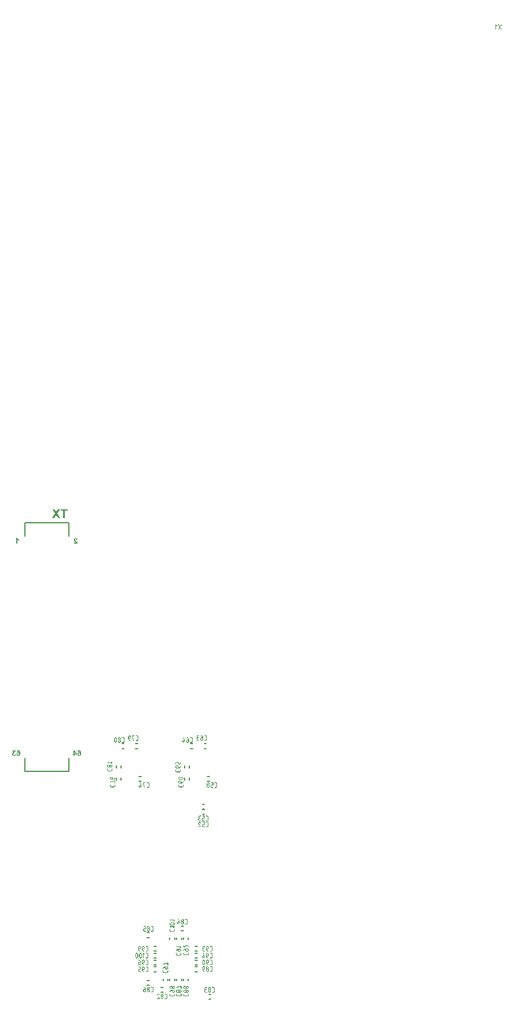
<source format=gbo>
G04*
G04 #@! TF.GenerationSoftware,Altium Limited,Altium Designer,21.7.2 (23)*
G04*
G04 Layer_Color=32896*
%FSLAX43Y43*%
%MOMM*%
G71*
G04*
G04 #@! TF.SameCoordinates,9207B031-9538-4005-B85C-AF880B68FBDC*
G04*
G04*
G04 #@! TF.FilePolarity,Positive*
G04*
G01*
G75*
%ADD12C,0.200*%
%ADD13C,0.150*%
G36*
X159630Y135000D02*
X159652Y134996D01*
X159674Y134991D01*
X159694Y134985D01*
X159713Y134977D01*
X159732Y134969D01*
X159747Y134960D01*
X159762Y134951D01*
X159775Y134942D01*
X159787Y134933D01*
X159796Y134924D01*
X159805Y134916D01*
X159812Y134910D01*
X159816Y134906D01*
X159819Y134902D01*
X159820Y134901D01*
X159834Y134881D01*
X159847Y134859D01*
X159857Y134834D01*
X159867Y134809D01*
X159875Y134782D01*
X159882Y134755D01*
X159888Y134728D01*
X159891Y134703D01*
X159895Y134678D01*
X159897Y134655D01*
X159900Y134633D01*
X159901Y134615D01*
X159902Y134599D01*
Y134588D01*
Y134584D01*
Y134581D01*
Y134579D01*
Y134578D01*
X159901Y134538D01*
X159898Y134502D01*
X159895Y134468D01*
X159889Y134437D01*
X159883Y134408D01*
X159877Y134382D01*
X159870Y134360D01*
X159862Y134339D01*
X159855Y134321D01*
X159848Y134306D01*
X159842Y134293D01*
X159835Y134283D01*
X159830Y134274D01*
X159827Y134268D01*
X159825Y134265D01*
X159823Y134264D01*
X159808Y134247D01*
X159792Y134232D01*
X159775Y134219D01*
X159758Y134209D01*
X159741Y134199D01*
X159724Y134192D01*
X159707Y134185D01*
X159692Y134180D01*
X159677Y134177D01*
X159664Y134173D01*
X159651Y134172D01*
X159640Y134170D01*
X159632D01*
X159626Y134169D01*
X159620D01*
X159599Y134170D01*
X159579Y134172D01*
X159561Y134176D01*
X159543Y134180D01*
X159525Y134186D01*
X159510Y134192D01*
X159496Y134199D01*
X159483Y134206D01*
X159471Y134213D01*
X159462Y134220D01*
X159453Y134226D01*
X159446Y134232D01*
X159440Y134237D01*
X159436Y134240D01*
X159434Y134243D01*
X159433Y134244D01*
X159420Y134258D01*
X159408Y134274D01*
X159399Y134291D01*
X159390Y134307D01*
X159382Y134324D01*
X159376Y134340D01*
X159368Y134373D01*
X159365Y134387D01*
X159362Y134401D01*
X159361Y134413D01*
X159360Y134423D01*
X159359Y134433D01*
Y134439D01*
Y134443D01*
Y134445D01*
X159360Y134467D01*
X159362Y134487D01*
X159366Y134507D01*
X159369Y134524D01*
X159375Y134542D01*
X159381Y134557D01*
X159387Y134572D01*
X159394Y134585D01*
X159401Y134597D01*
X159407Y134608D01*
X159413Y134616D01*
X159419Y134624D01*
X159422Y134630D01*
X159426Y134633D01*
X159428Y134636D01*
X159429Y134637D01*
X159442Y134650D01*
X159456Y134662D01*
X159470Y134672D01*
X159484Y134680D01*
X159498Y134687D01*
X159512Y134693D01*
X159538Y134703D01*
X159550Y134706D01*
X159562Y134709D01*
X159571Y134710D01*
X159579Y134711D01*
X159586Y134712D01*
X159596D01*
X159612Y134711D01*
X159627Y134709D01*
X159641Y134706D01*
X159656Y134702D01*
X159680Y134690D01*
X159701Y134678D01*
X159718Y134665D01*
X159725Y134659D01*
X159731Y134653D01*
X159735Y134649D01*
X159739Y134646D01*
X159740Y134644D01*
X159741Y134643D01*
X159739Y134667D01*
X159737Y134691D01*
X159734Y134712D01*
X159731Y134731D01*
X159727Y134747D01*
X159724Y134763D01*
X159720Y134775D01*
X159715Y134787D01*
X159712Y134798D01*
X159710Y134806D01*
X159706Y134813D01*
X159704Y134818D01*
X159701Y134822D01*
X159699Y134825D01*
X159698Y134827D01*
X159685Y134842D01*
X159671Y134853D01*
X159657Y134861D01*
X159644Y134866D01*
X159632Y134869D01*
X159623Y134870D01*
X159617Y134872D01*
X159615D01*
X159602Y134870D01*
X159589Y134868D01*
X159578Y134865D01*
X159570Y134861D01*
X159563Y134856D01*
X159558Y134853D01*
X159555Y134851D01*
X159553Y134849D01*
X159545Y134840D01*
X159539Y134829D01*
X159534Y134818D01*
X159530Y134807D01*
X159528Y134797D01*
X159525Y134788D01*
X159524Y134784D01*
Y134781D01*
X159374Y134798D01*
X159382Y134833D01*
X159394Y134862D01*
X159407Y134888D01*
X159420Y134910D01*
X159433Y134927D01*
X159437Y134933D01*
X159443Y134939D01*
X159447Y134942D01*
X159450Y134946D01*
X159451Y134948D01*
X159453D01*
X159464Y134957D01*
X159476Y134966D01*
X159502Y134978D01*
X159528Y134988D01*
X159551Y134994D01*
X159572Y134998D01*
X159582Y135000D01*
X159590D01*
X159596Y135001D01*
X159605D01*
X159630Y135000D01*
D02*
G37*
G36*
X159298Y134482D02*
Y134347D01*
X158964D01*
Y134184D01*
X158814D01*
Y134347D01*
X158713D01*
Y134483D01*
X158814D01*
Y135000D01*
X158946D01*
X159298Y134482D01*
D02*
G37*
G36*
X159134Y166000D02*
X159153Y165998D01*
X159190Y165993D01*
X159220Y165983D01*
X159234Y165978D01*
X159247Y165973D01*
X159259Y165968D01*
X159268Y165962D01*
X159278Y165957D01*
X159285Y165954D01*
X159291Y165949D01*
X159294Y165947D01*
X159296Y165946D01*
X159298Y165944D01*
X159310Y165933D01*
X159322Y165921D01*
X159333Y165907D01*
X159342Y165892D01*
X159356Y165861D01*
X159368Y165832D01*
X159371Y165817D01*
X159375Y165804D01*
X159379Y165792D01*
X159380Y165781D01*
X159382Y165772D01*
Y165766D01*
X159383Y165761D01*
Y165760D01*
X159228Y165745D01*
X159226Y165768D01*
X159221Y165788D01*
X159217Y165806D01*
X159211Y165819D01*
X159206Y165829D01*
X159201Y165836D01*
X159198Y165841D01*
X159197Y165842D01*
X159185Y165852D01*
X159172Y165859D01*
X159159Y165865D01*
X159146Y165868D01*
X159136Y165870D01*
X159126Y165872D01*
X159118D01*
X159100Y165870D01*
X159085Y165867D01*
X159072Y165862D01*
X159061Y165858D01*
X159052Y165853D01*
X159045Y165848D01*
X159042Y165845D01*
X159041Y165844D01*
X159031Y165832D01*
X159024Y165819D01*
X159019Y165806D01*
X159016Y165793D01*
X159014Y165781D01*
X159012Y165771D01*
Y165765D01*
Y165764D01*
Y165763D01*
X159014Y165745D01*
X159017Y165729D01*
X159023Y165712D01*
X159029Y165698D01*
X159035Y165685D01*
X159041Y165676D01*
X159044Y165670D01*
X159045Y165667D01*
X159050Y165660D01*
X159057Y165652D01*
X159066Y165642D01*
X159076Y165632D01*
X159097Y165610D01*
X159118Y165588D01*
X159139Y165567D01*
X159149Y165557D01*
X159158Y165550D01*
X159165Y165543D01*
X159170Y165538D01*
X159173Y165535D01*
X159174Y165534D01*
X159198Y165511D01*
X159219Y165490D01*
X159239Y165470D01*
X159256Y165453D01*
X159273Y165435D01*
X159287Y165419D01*
X159300Y165405D01*
X159310Y165391D01*
X159320Y165379D01*
X159328Y165368D01*
X159335Y165360D01*
X159340Y165352D01*
X159344Y165347D01*
X159347Y165342D01*
X159349Y165340D01*
Y165339D01*
X159364Y165312D01*
X159376Y165284D01*
X159386Y165258D01*
X159393Y165234D01*
X159397Y165213D01*
X159398Y165205D01*
X159400Y165198D01*
X159401Y165192D01*
X159402Y165188D01*
Y165185D01*
Y165184D01*
X158856D01*
Y165328D01*
X159166D01*
X159157Y165344D01*
X159146Y165357D01*
X159141Y165362D01*
X159138Y165367D01*
X159136Y165369D01*
X159134Y165371D01*
X159130Y165375D01*
X159125Y165381D01*
X159111Y165394D01*
X159096Y165409D01*
X159080Y165425D01*
X159065Y165439D01*
X159052Y165450D01*
X159048Y165455D01*
X159044Y165459D01*
X159042Y165460D01*
X159041Y165461D01*
X159015Y165486D01*
X158994Y165506D01*
X158976Y165524D01*
X158962Y165538D01*
X158951Y165550D01*
X158944Y165558D01*
X158940Y165564D01*
X158938Y165565D01*
X158923Y165585D01*
X158910Y165604D01*
X158900Y165622D01*
X158892Y165637D01*
X158885Y165650D01*
X158880Y165660D01*
X158877Y165666D01*
X158876Y165669D01*
X158869Y165687D01*
X158865Y165706D01*
X158861Y165724D01*
X158859Y165740D01*
X158858Y165753D01*
X158856Y165764D01*
Y165771D01*
Y165773D01*
X158858Y165791D01*
X158860Y165808D01*
X158862Y165825D01*
X158867Y165840D01*
X158879Y165867D01*
X158890Y165890D01*
X158897Y165901D01*
X158903Y165909D01*
X158909Y165917D01*
X158915Y165923D01*
X158920Y165928D01*
X158922Y165933D01*
X158924Y165934D01*
X158926Y165935D01*
X158938Y165947D01*
X158954Y165957D01*
X158968Y165966D01*
X158984Y165973D01*
X159015Y165984D01*
X159045Y165993D01*
X159059Y165995D01*
X159072Y165997D01*
X159084Y165998D01*
X159095Y166000D01*
X159103Y166001D01*
X159115D01*
X159134Y166000D01*
D02*
G37*
G36*
X156436Y169593D02*
X156878Y168926D01*
X156567D01*
X156282Y169359D01*
X155999Y168926D01*
X155688D01*
X156128Y169593D01*
X155727Y170207D01*
X156028D01*
X156282Y169824D01*
X156536Y170207D01*
X156838D01*
X156436Y169593D01*
D02*
G37*
G36*
X157932Y169991D02*
X157552D01*
Y168926D01*
X157293D01*
Y169991D01*
X156915D01*
Y170207D01*
X157932D01*
Y169991D01*
D02*
G37*
G36*
X150584Y165974D02*
X150599Y165949D01*
X150615Y165926D01*
X150632Y165907D01*
X150646Y165892D01*
X150659Y165880D01*
X150664Y165875D01*
X150667Y165872D01*
X150669Y165870D01*
X150671Y165869D01*
X150696Y165851D01*
X150721Y165834D01*
X150743Y165821D01*
X150763Y165812D01*
X150780Y165805D01*
X150791Y165799D01*
X150796Y165798D01*
X150800Y165797D01*
X150801Y165795D01*
X150802D01*
Y165655D01*
X150760Y165671D01*
X150722Y165689D01*
X150705Y165698D01*
X150688Y165709D01*
X150673Y165718D01*
X150659Y165727D01*
X150646Y165737D01*
X150634Y165745D01*
X150625Y165752D01*
X150617Y165759D01*
X150610Y165765D01*
X150605Y165768D01*
X150603Y165771D01*
X150601Y165772D01*
Y165184D01*
X150445D01*
Y166001D01*
X150572D01*
X150584Y165974D01*
D02*
G37*
G36*
X150139Y135000D02*
X150162Y134997D01*
X150183Y134993D01*
X150201Y134988D01*
X150215Y134983D01*
X150226Y134978D01*
X150233Y134976D01*
X150235Y134975D01*
X150236D01*
X150254Y134964D01*
X150272Y134953D01*
X150286Y134941D01*
X150298Y134930D01*
X150307Y134920D01*
X150314Y134912D01*
X150319Y134907D01*
X150320Y134905D01*
X150331Y134887D01*
X150340Y134868D01*
X150347Y134848D01*
X150354Y134829D01*
X150359Y134812D01*
X150362Y134799D01*
X150364Y134793D01*
Y134790D01*
X150365Y134787D01*
Y134786D01*
X150222Y134763D01*
X150218Y134781D01*
X150213Y134798D01*
X150209Y134812D01*
X150203Y134822D01*
X150197Y134832D01*
X150192Y134839D01*
X150189Y134842D01*
X150188Y134843D01*
X150177Y134853D01*
X150165Y134860D01*
X150154Y134865D01*
X150143Y134868D01*
X150134Y134870D01*
X150127Y134872D01*
X150120D01*
X150105Y134870D01*
X150091Y134868D01*
X150081Y134863D01*
X150071Y134860D01*
X150063Y134855D01*
X150059Y134851D01*
X150055Y134848D01*
X150054Y134847D01*
X150046Y134838D01*
X150040Y134826D01*
X150035Y134815D01*
X150033Y134805D01*
X150030Y134795D01*
X150029Y134788D01*
Y134784D01*
Y134781D01*
X150030Y134764D01*
X150034Y134748D01*
X150040Y134736D01*
X150046Y134725D01*
X150053Y134716D01*
X150057Y134710D01*
X150062Y134705D01*
X150063Y134704D01*
X150077Y134694D01*
X150093Y134687D01*
X150109Y134683D01*
X150124Y134679D01*
X150138Y134678D01*
X150150Y134677D01*
X150161D01*
X150177Y134551D01*
X150162Y134555D01*
X150149Y134558D01*
X150136Y134561D01*
X150125Y134562D01*
X150117Y134563D01*
X150105D01*
X150089Y134562D01*
X150075Y134557D01*
X150062Y134552D01*
X150050Y134545D01*
X150042Y134540D01*
X150035Y134534D01*
X150030Y134529D01*
X150029Y134528D01*
X150019Y134514D01*
X150010Y134498D01*
X150005Y134483D01*
X150000Y134468D01*
X149997Y134454D01*
X149996Y134443D01*
Y134436D01*
Y134435D01*
Y134434D01*
X149997Y134412D01*
X150001Y134392D01*
X150007Y134374D01*
X150013Y134360D01*
X150020Y134349D01*
X150024Y134341D01*
X150029Y134335D01*
X150030Y134334D01*
X150043Y134322D01*
X150057Y134313D01*
X150070Y134307D01*
X150083Y134303D01*
X150095Y134300D01*
X150103Y134299D01*
X150109Y134298D01*
X150111D01*
X150128Y134299D01*
X150142Y134303D01*
X150155Y134307D01*
X150166Y134313D01*
X150175Y134318D01*
X150182Y134322D01*
X150186Y134326D01*
X150188Y134327D01*
X150198Y134340D01*
X150208Y134354D01*
X150213Y134369D01*
X150219Y134383D01*
X150223Y134396D01*
X150225Y134407D01*
X150226Y134414D01*
Y134415D01*
Y134416D01*
X150377Y134398D01*
X150374Y134379D01*
X150369Y134361D01*
X150359Y134328D01*
X150346Y134300D01*
X150338Y134288D01*
X150331Y134277D01*
X150324Y134266D01*
X150317Y134258D01*
X150311Y134250D01*
X150305Y134244D01*
X150300Y134239D01*
X150297Y134236D01*
X150294Y134233D01*
X150293Y134232D01*
X150279Y134222D01*
X150264Y134211D01*
X150250Y134203D01*
X150233Y134196D01*
X150203Y134184D01*
X150175Y134177D01*
X150161Y134175D01*
X150149Y134172D01*
X150138Y134171D01*
X150129Y134170D01*
X150121Y134169D01*
X150110D01*
X150089Y134170D01*
X150068Y134172D01*
X150049Y134176D01*
X150030Y134180D01*
X150014Y134186D01*
X149997Y134192D01*
X149982Y134199D01*
X149969Y134206D01*
X149958Y134213D01*
X149946Y134220D01*
X149938Y134226D01*
X149929Y134232D01*
X149924Y134237D01*
X149919Y134240D01*
X149917Y134243D01*
X149915Y134244D01*
X149901Y134258D01*
X149890Y134273D01*
X149879Y134288D01*
X149870Y134304D01*
X149863Y134320D01*
X149856Y134335D01*
X149846Y134364D01*
X149844Y134376D01*
X149841Y134389D01*
X149839Y134400D01*
X149838Y134409D01*
X149837Y134416D01*
Y134422D01*
Y134426D01*
Y134427D01*
X149839Y134454D01*
X149844Y134477D01*
X149850Y134500D01*
X149858Y134517D01*
X149866Y134533D01*
X149872Y134543D01*
X149877Y134550D01*
X149879Y134552D01*
X149895Y134570D01*
X149914Y134585D01*
X149933Y134597D01*
X149951Y134606D01*
X149966Y134613D01*
X149979Y134617D01*
X149983Y134619D01*
X149987D01*
X149989Y134621D01*
X149990D01*
X149969Y134633D01*
X149952Y134646D01*
X149936Y134660D01*
X149922Y134675D01*
X149911Y134689D01*
X149901Y134703D01*
X149894Y134717D01*
X149887Y134730D01*
X149883Y134743D01*
X149879Y134754D01*
X149877Y134765D01*
X149875Y134774D01*
X149874Y134781D01*
X149873Y134787D01*
Y134791D01*
Y134792D01*
X149874Y134806D01*
X149875Y134819D01*
X149883Y134845D01*
X149891Y134868D01*
X149901Y134888D01*
X149912Y134905D01*
X149921Y134916D01*
X149925Y134921D01*
X149928Y134924D01*
X149929Y134926D01*
X149931Y134927D01*
X149944Y134940D01*
X149959Y134951D01*
X149973Y134961D01*
X149988Y134969D01*
X150005Y134977D01*
X150020Y134983D01*
X150049Y134991D01*
X150062Y134995D01*
X150075Y134997D01*
X150086Y134998D01*
X150096Y135000D01*
X150104Y135001D01*
X150115D01*
X150139Y135000D01*
D02*
G37*
G36*
X150730D02*
X150752Y134996D01*
X150774Y134991D01*
X150794Y134985D01*
X150813Y134977D01*
X150832Y134969D01*
X150847Y134960D01*
X150862Y134951D01*
X150875Y134942D01*
X150887Y134933D01*
X150896Y134924D01*
X150905Y134916D01*
X150912Y134910D01*
X150916Y134906D01*
X150919Y134902D01*
X150920Y134901D01*
X150934Y134881D01*
X150947Y134859D01*
X150957Y134834D01*
X150967Y134809D01*
X150975Y134782D01*
X150982Y134755D01*
X150988Y134728D01*
X150991Y134703D01*
X150995Y134678D01*
X150997Y134655D01*
X151000Y134633D01*
X151001Y134615D01*
X151002Y134599D01*
Y134588D01*
Y134584D01*
Y134581D01*
Y134579D01*
Y134578D01*
X151001Y134538D01*
X150998Y134502D01*
X150995Y134468D01*
X150989Y134437D01*
X150983Y134408D01*
X150977Y134382D01*
X150970Y134360D01*
X150962Y134339D01*
X150955Y134321D01*
X150948Y134306D01*
X150942Y134293D01*
X150935Y134283D01*
X150930Y134274D01*
X150927Y134268D01*
X150925Y134265D01*
X150923Y134264D01*
X150908Y134247D01*
X150892Y134232D01*
X150875Y134219D01*
X150858Y134209D01*
X150841Y134199D01*
X150824Y134192D01*
X150807Y134185D01*
X150792Y134180D01*
X150777Y134177D01*
X150764Y134173D01*
X150751Y134172D01*
X150740Y134170D01*
X150732D01*
X150726Y134169D01*
X150720D01*
X150699Y134170D01*
X150679Y134172D01*
X150661Y134176D01*
X150643Y134180D01*
X150625Y134186D01*
X150610Y134192D01*
X150596Y134199D01*
X150583Y134206D01*
X150571Y134213D01*
X150562Y134220D01*
X150553Y134226D01*
X150546Y134232D01*
X150540Y134237D01*
X150536Y134240D01*
X150534Y134243D01*
X150533Y134244D01*
X150520Y134258D01*
X150508Y134274D01*
X150499Y134291D01*
X150490Y134307D01*
X150482Y134324D01*
X150476Y134340D01*
X150468Y134373D01*
X150465Y134387D01*
X150462Y134401D01*
X150461Y134413D01*
X150460Y134423D01*
X150459Y134433D01*
Y134439D01*
Y134443D01*
Y134445D01*
X150460Y134467D01*
X150462Y134487D01*
X150466Y134507D01*
X150469Y134524D01*
X150475Y134542D01*
X150481Y134557D01*
X150487Y134572D01*
X150494Y134585D01*
X150501Y134597D01*
X150507Y134608D01*
X150513Y134616D01*
X150519Y134624D01*
X150522Y134630D01*
X150526Y134633D01*
X150528Y134636D01*
X150529Y134637D01*
X150542Y134650D01*
X150556Y134662D01*
X150570Y134672D01*
X150584Y134680D01*
X150598Y134687D01*
X150612Y134693D01*
X150638Y134703D01*
X150650Y134706D01*
X150662Y134709D01*
X150671Y134710D01*
X150679Y134711D01*
X150686Y134712D01*
X150696D01*
X150712Y134711D01*
X150727Y134709D01*
X150741Y134706D01*
X150756Y134702D01*
X150780Y134690D01*
X150801Y134678D01*
X150818Y134665D01*
X150825Y134659D01*
X150831Y134653D01*
X150835Y134649D01*
X150839Y134646D01*
X150840Y134644D01*
X150841Y134643D01*
X150839Y134667D01*
X150837Y134691D01*
X150834Y134712D01*
X150831Y134731D01*
X150827Y134747D01*
X150824Y134763D01*
X150820Y134775D01*
X150815Y134787D01*
X150812Y134798D01*
X150810Y134806D01*
X150806Y134813D01*
X150804Y134818D01*
X150801Y134822D01*
X150799Y134825D01*
X150798Y134827D01*
X150785Y134842D01*
X150771Y134853D01*
X150757Y134861D01*
X150744Y134866D01*
X150732Y134869D01*
X150723Y134870D01*
X150717Y134872D01*
X150714D01*
X150702Y134870D01*
X150689Y134868D01*
X150678Y134865D01*
X150670Y134861D01*
X150663Y134856D01*
X150658Y134853D01*
X150655Y134851D01*
X150653Y134849D01*
X150645Y134840D01*
X150639Y134829D01*
X150634Y134818D01*
X150630Y134807D01*
X150628Y134797D01*
X150625Y134788D01*
X150624Y134784D01*
Y134781D01*
X150474Y134798D01*
X150482Y134833D01*
X150494Y134862D01*
X150507Y134888D01*
X150520Y134910D01*
X150533Y134927D01*
X150537Y134933D01*
X150543Y134939D01*
X150547Y134942D01*
X150550Y134946D01*
X150551Y134948D01*
X150553D01*
X150564Y134957D01*
X150576Y134966D01*
X150602Y134978D01*
X150628Y134988D01*
X150651Y134994D01*
X150672Y134998D01*
X150682Y135000D01*
X150690D01*
X150696Y135001D01*
X150705D01*
X150730Y135000D01*
D02*
G37*
G36*
X178985Y103446D02*
X179014Y103439D01*
X179037Y103429D01*
X179059Y103418D01*
X179076Y103407D01*
X179089Y103397D01*
X179097Y103390D01*
X179098Y103389D01*
X179100Y103388D01*
X179111Y103377D01*
X179119Y103364D01*
X179134Y103341D01*
X179144Y103316D01*
X179152Y103293D01*
X179157Y103274D01*
X179158Y103257D01*
X179159Y103252D01*
Y103248D01*
Y103245D01*
Y103243D01*
Y102857D01*
X179158Y102841D01*
X179157Y102826D01*
X179150Y102797D01*
X179140Y102773D01*
X179129Y102751D01*
X179119Y102734D01*
X179109Y102722D01*
X179102Y102714D01*
X179100Y102712D01*
Y102711D01*
X179089Y102700D01*
X179076Y102691D01*
X179051Y102676D01*
X179028Y102667D01*
X179004Y102658D01*
X178985Y102654D01*
X178968Y102653D01*
X178962Y102651D01*
X178800D01*
X178783Y102654D01*
X178771Y102660D01*
X178761Y102668D01*
X178756Y102678D01*
X178752Y102686D01*
X178750Y102694D01*
X178749Y102700D01*
Y102703D01*
X178752Y102719D01*
X178757Y102732D01*
X178765Y102740D01*
X178774Y102747D01*
X178783Y102750D01*
X178792Y102751D01*
X178797Y102753D01*
X178954D01*
X178969Y102754D01*
X178983Y102757D01*
X178996Y102762D01*
X179007Y102768D01*
X179015Y102772D01*
X179022Y102777D01*
X179026Y102780D01*
X179028Y102782D01*
X179037Y102794D01*
X179044Y102807D01*
X179050Y102819D01*
X179053Y102830D01*
X179055Y102841D01*
X179057Y102850D01*
Y102855D01*
Y102857D01*
Y103243D01*
X179055Y103259D01*
X179053Y103273D01*
X179047Y103285D01*
X179041Y103296D01*
X179037Y103304D01*
X179032Y103311D01*
X179029Y103316D01*
X179028Y103317D01*
X179015Y103327D01*
X179003Y103335D01*
X178991Y103341D01*
X178979Y103343D01*
X178969Y103346D01*
X178961Y103347D01*
X178800D01*
X178783Y103350D01*
X178771Y103356D01*
X178761Y103364D01*
X178756Y103374D01*
X178752Y103382D01*
X178750Y103390D01*
X178749Y103396D01*
Y103399D01*
X178752Y103415D01*
X178757Y103428D01*
X178765Y103436D01*
X178774Y103443D01*
X178783Y103446D01*
X178792Y103447D01*
X178797Y103449D01*
X178969D01*
X178985Y103446D01*
D02*
G37*
G36*
X178431D02*
X178460Y103439D01*
X178484Y103429D01*
X178506Y103418D01*
X178523Y103407D01*
X178535Y103397D01*
X178544Y103390D01*
X178545Y103389D01*
X178546Y103388D01*
X178557Y103377D01*
X178566Y103364D01*
X178581Y103341D01*
X178591Y103316D01*
X178599Y103293D01*
X178603Y103274D01*
X178605Y103257D01*
X178606Y103252D01*
Y103248D01*
Y103245D01*
Y103243D01*
X178605Y103225D01*
X178603Y103207D01*
X178593Y103176D01*
X178582Y103149D01*
X178567Y103127D01*
X178553Y103110D01*
X178542Y103098D01*
X178532Y103091D01*
X178531Y103088D01*
X178530D01*
X178544Y103078D01*
X178555Y103066D01*
X178564Y103055D01*
X178574Y103042D01*
X178588Y103016D01*
X178596Y102991D01*
X178602Y102969D01*
X178603Y102959D01*
X178605Y102951D01*
X178606Y102944D01*
Y102938D01*
Y102936D01*
Y102934D01*
Y102857D01*
X178605Y102841D01*
X178603Y102826D01*
X178596Y102797D01*
X178587Y102773D01*
X178575Y102751D01*
X178566Y102734D01*
X178556Y102722D01*
X178549Y102714D01*
X178546Y102712D01*
Y102711D01*
X178535Y102700D01*
X178523Y102691D01*
X178498Y102676D01*
X178474Y102667D01*
X178451Y102658D01*
X178431Y102654D01*
X178415Y102653D01*
X178409Y102651D01*
X178401D01*
X178385Y102653D01*
X178370Y102654D01*
X178341Y102661D01*
X178316Y102671D01*
X178295Y102682D01*
X178279Y102691D01*
X178266Y102701D01*
X178258Y102708D01*
X178255Y102711D01*
X178244Y102722D01*
X178234Y102734D01*
X178220Y102759D01*
X178209Y102783D01*
X178201Y102807D01*
X178197Y102826D01*
X178195Y102843D01*
X178194Y102848D01*
Y102852D01*
Y102855D01*
Y102857D01*
Y102875D01*
Y102890D01*
X178195Y102905D01*
Y102919D01*
X178197Y102941D01*
X178198Y102959D01*
X178200Y102972D01*
X178201Y102980D01*
X178202Y102986D01*
Y102987D01*
X178209Y103010D01*
X178219Y103030D01*
X178232Y103048D01*
X178243Y103062D01*
X178254Y103073D01*
X178263Y103081D01*
X178269Y103087D01*
X178272Y103088D01*
X178258Y103099D01*
X178245Y103110D01*
X178236Y103121D01*
X178227Y103135D01*
X178213Y103160D01*
X178204Y103185D01*
X178198Y103209D01*
X178197Y103218D01*
X178195Y103227D01*
X178194Y103234D01*
Y103239D01*
Y103242D01*
Y103243D01*
Y103259D01*
X178197Y103274D01*
X178204Y103302D01*
X178213Y103327D01*
X178225Y103347D01*
X178236Y103364D01*
X178245Y103377D01*
X178252Y103385D01*
X178254Y103388D01*
X178255D01*
X178266Y103399D01*
X178279Y103409D01*
X178304Y103422D01*
X178327Y103433D01*
X178351Y103442D01*
X178370Y103446D01*
X178387Y103447D01*
X178392Y103449D01*
X178416D01*
X178431Y103446D01*
D02*
G37*
G36*
X177878D02*
X177907Y103439D01*
X177931Y103429D01*
X177953Y103418D01*
X177969Y103407D01*
X177982Y103397D01*
X177990Y103390D01*
X177992Y103389D01*
X177993Y103388D01*
X178004Y103377D01*
X178012Y103364D01*
X178028Y103341D01*
X178037Y103316D01*
X178046Y103293D01*
X178050Y103274D01*
X178051Y103257D01*
X178053Y103252D01*
Y103248D01*
Y103245D01*
Y103243D01*
Y103166D01*
X178051Y103151D01*
X178050Y103135D01*
X178043Y103106D01*
X178033Y103083D01*
X178022Y103060D01*
X178012Y103044D01*
X178003Y103031D01*
X177996Y103023D01*
X177993Y103022D01*
Y103020D01*
X177982Y103009D01*
X177969Y103001D01*
X177944Y102986D01*
X177921Y102976D01*
X177897Y102967D01*
X177878Y102963D01*
X177861Y102962D01*
X177856Y102961D01*
X177747D01*
X177752Y102941D01*
X177757Y102922D01*
X177766Y102904D01*
X177774Y102887D01*
X177796Y102855D01*
X177820Y102829D01*
X177831Y102816D01*
X177842Y102807D01*
X177853Y102797D01*
X177861Y102790D01*
X177870Y102784D01*
X177875Y102780D01*
X177879Y102777D01*
X177881Y102776D01*
X177903Y102765D01*
X177925Y102755D01*
X177935Y102751D01*
X177942Y102748D01*
X177947Y102746D01*
X177949D01*
X177958Y102741D01*
X177965Y102734D01*
X177969Y102728D01*
X177972Y102719D01*
X177975Y102712D01*
X177976Y102707D01*
Y102703D01*
Y102701D01*
X177975Y102694D01*
X177974Y102687D01*
X177968Y102675D01*
X177964Y102668D01*
X177961Y102667D01*
Y102665D01*
X177949Y102657D01*
X177937Y102653D01*
X177928Y102651D01*
X177925D01*
X177911Y102653D01*
X177897Y102657D01*
X177881Y102664D01*
X177865Y102671D01*
X177852Y102676D01*
X177840Y102683D01*
X177833Y102687D01*
X177831Y102689D01*
X177797Y102712D01*
X177768Y102737D01*
X177742Y102762D01*
X177721Y102790D01*
X177702Y102816D01*
X177686Y102844D01*
X177674Y102870D01*
X177664Y102895D01*
X177656Y102919D01*
X177650Y102941D01*
X177646Y102961D01*
X177643Y102979D01*
X177642Y102992D01*
X177641Y103004D01*
Y103009D01*
Y103012D01*
Y103245D01*
Y103260D01*
X177643Y103275D01*
X177650Y103303D01*
X177660Y103328D01*
X177671Y103349D01*
X177682Y103366D01*
X177692Y103378D01*
X177699Y103386D01*
X177700Y103389D01*
X177702D01*
X177713Y103400D01*
X177725Y103409D01*
X177750Y103424D01*
X177774Y103435D01*
X177797Y103442D01*
X177817Y103446D01*
X177833Y103447D01*
X177839Y103449D01*
X177863D01*
X177878Y103446D01*
D02*
G37*
G36*
X169007Y105397D02*
X169014Y105396D01*
X169026Y105389D01*
X169036Y105381D01*
X169037Y105379D01*
X169039Y105378D01*
X169190Y105228D01*
X169198Y105216D01*
X169202Y105205D01*
X169204Y105196D01*
Y105195D01*
Y105193D01*
X169201Y105177D01*
X169195Y105164D01*
X169187Y105155D01*
X169177Y105149D01*
X169169Y105145D01*
X169161Y105144D01*
X169155Y105142D01*
X169152D01*
X169138Y105145D01*
X169127Y105149D01*
X169120Y105153D01*
X169118Y105156D01*
X169050Y105241D01*
Y104651D01*
X169047Y104635D01*
X169041Y104622D01*
X169033Y104614D01*
X169023Y104608D01*
X169015Y104604D01*
X169007Y104603D01*
X169001Y104601D01*
X168998D01*
X168982Y104604D01*
X168969Y104610D01*
X168959Y104617D01*
X168954Y104626D01*
X168950Y104636D01*
X168948Y104643D01*
X168947Y104648D01*
Y104651D01*
Y105349D01*
X168950Y105365D01*
X168955Y105378D01*
X168964Y105386D01*
X168972Y105393D01*
X168982Y105396D01*
X168990Y105397D01*
X168996Y105399D01*
X168998D01*
X169007Y105397D01*
D02*
G37*
G36*
X169582Y105396D02*
X169611Y105389D01*
X169635Y105379D01*
X169657Y105368D01*
X169674Y105357D01*
X169686Y105347D01*
X169695Y105340D01*
X169696Y105339D01*
X169697Y105338D01*
X169708Y105327D01*
X169717Y105314D01*
X169732Y105291D01*
X169742Y105266D01*
X169750Y105243D01*
X169754Y105224D01*
X169756Y105207D01*
X169757Y105202D01*
Y105198D01*
Y105195D01*
Y105193D01*
Y104807D01*
X169756Y104791D01*
X169754Y104776D01*
X169747Y104747D01*
X169738Y104723D01*
X169726Y104701D01*
X169717Y104684D01*
X169707Y104672D01*
X169700Y104664D01*
X169697Y104662D01*
Y104661D01*
X169686Y104650D01*
X169674Y104642D01*
X169649Y104626D01*
X169625Y104617D01*
X169602Y104608D01*
X169582Y104604D01*
X169566Y104603D01*
X169560Y104601D01*
X169398D01*
X169381Y104604D01*
X169369Y104610D01*
X169359Y104618D01*
X169353Y104628D01*
X169349Y104636D01*
X169348Y104644D01*
X169346Y104650D01*
Y104653D01*
X169349Y104669D01*
X169355Y104682D01*
X169363Y104690D01*
X169371Y104697D01*
X169381Y104700D01*
X169389Y104701D01*
X169395Y104703D01*
X169552D01*
X169567Y104704D01*
X169581Y104707D01*
X169593Y104712D01*
X169604Y104718D01*
X169613Y104722D01*
X169620Y104727D01*
X169624Y104730D01*
X169625Y104732D01*
X169635Y104744D01*
X169642Y104757D01*
X169647Y104769D01*
X169650Y104780D01*
X169653Y104791D01*
X169654Y104800D01*
Y104805D01*
Y104807D01*
Y105193D01*
X169653Y105209D01*
X169650Y105223D01*
X169645Y105235D01*
X169639Y105246D01*
X169635Y105254D01*
X169629Y105261D01*
X169627Y105266D01*
X169625Y105267D01*
X169613Y105277D01*
X169600Y105285D01*
X169589Y105291D01*
X169577Y105293D01*
X169567Y105296D01*
X169559Y105297D01*
X169398D01*
X169381Y105300D01*
X169369Y105306D01*
X169359Y105314D01*
X169353Y105324D01*
X169349Y105332D01*
X169348Y105340D01*
X169346Y105346D01*
Y105349D01*
X169349Y105365D01*
X169355Y105378D01*
X169363Y105386D01*
X169371Y105393D01*
X169381Y105396D01*
X169389Y105397D01*
X169395Y105399D01*
X169567D01*
X169582Y105396D01*
D02*
G37*
G36*
X168625Y105397D02*
X168645Y105392D01*
X168663Y105385D01*
X168681Y105375D01*
X168696Y105363D01*
X168710Y105350D01*
X168722Y105335D01*
X168733Y105321D01*
X168743Y105307D01*
X168751Y105292D01*
X168760Y105279D01*
X168765Y105268D01*
X168769Y105257D01*
X168772Y105250D01*
X168775Y105245D01*
Y105243D01*
X168786Y105203D01*
X168794Y105162D01*
X168800Y105121D01*
X168804Y105084D01*
X168806Y105066D01*
X168807Y105051D01*
Y105037D01*
X168808Y105024D01*
Y105015D01*
Y105008D01*
Y105002D01*
Y105001D01*
X168807Y104949D01*
X168803Y104904D01*
X168800Y104881D01*
X168797Y104862D01*
X168794Y104843D01*
X168792Y104826D01*
X168789Y104811D01*
X168786Y104797D01*
X168783Y104784D01*
X168781Y104775D01*
X168778Y104768D01*
X168776Y104761D01*
X168775Y104758D01*
Y104757D01*
X168764Y104729D01*
X168753Y104705D01*
X168739Y104684D01*
X168727Y104666D01*
X168711Y104651D01*
X168697Y104639D01*
X168684Y104629D01*
X168670Y104621D01*
X168656Y104614D01*
X168643Y104610D01*
X168632Y104605D01*
X168622Y104604D01*
X168614Y104603D01*
X168609Y104601D01*
X168603D01*
X168582Y104603D01*
X168561Y104608D01*
X168543Y104615D01*
X168527Y104626D01*
X168512Y104637D01*
X168498Y104650D01*
X168485Y104665D01*
X168474Y104679D01*
X168455Y104708D01*
X168448Y104721D01*
X168442Y104733D01*
X168438Y104743D01*
X168435Y104750D01*
X168432Y104755D01*
Y104757D01*
X168420Y104797D01*
X168412Y104838D01*
X168405Y104879D01*
X168401Y104917D01*
X168399Y104934D01*
X168398Y104951D01*
Y104965D01*
X168396Y104977D01*
Y104987D01*
Y104995D01*
Y104999D01*
Y105001D01*
X168398Y105051D01*
X168402Y105096D01*
X168405Y105119D01*
X168408Y105138D01*
X168412Y105156D01*
X168414Y105174D01*
X168417Y105189D01*
X168421Y105202D01*
X168424Y105214D01*
X168427Y105224D01*
X168430Y105232D01*
X168431Y105238D01*
X168432Y105241D01*
Y105242D01*
X168442Y105270D01*
X168455Y105293D01*
X168467Y105314D01*
X168481Y105332D01*
X168495Y105347D01*
X168509Y105360D01*
X168523Y105371D01*
X168536Y105379D01*
X168550Y105386D01*
X168563Y105390D01*
X168574Y105395D01*
X168584Y105396D01*
X168592Y105397D01*
X168598Y105399D01*
X168603D01*
X168625Y105397D01*
D02*
G37*
G36*
X168072D02*
X168091Y105392D01*
X168109Y105385D01*
X168127Y105375D01*
X168143Y105363D01*
X168157Y105350D01*
X168169Y105335D01*
X168180Y105321D01*
X168190Y105307D01*
X168198Y105292D01*
X168206Y105279D01*
X168212Y105268D01*
X168216Y105257D01*
X168219Y105250D01*
X168222Y105245D01*
Y105243D01*
X168233Y105203D01*
X168241Y105162D01*
X168247Y105121D01*
X168251Y105084D01*
X168252Y105066D01*
X168254Y105051D01*
Y105037D01*
X168255Y105024D01*
Y105015D01*
Y105008D01*
Y105002D01*
Y105001D01*
X168254Y104949D01*
X168249Y104904D01*
X168247Y104881D01*
X168244Y104862D01*
X168241Y104843D01*
X168238Y104826D01*
X168236Y104811D01*
X168233Y104797D01*
X168230Y104784D01*
X168227Y104775D01*
X168224Y104768D01*
X168223Y104761D01*
X168222Y104758D01*
Y104757D01*
X168211Y104729D01*
X168199Y104705D01*
X168186Y104684D01*
X168173Y104666D01*
X168158Y104651D01*
X168144Y104639D01*
X168130Y104629D01*
X168116Y104621D01*
X168102Y104614D01*
X168090Y104610D01*
X168079Y104605D01*
X168069Y104604D01*
X168061Y104603D01*
X168055Y104601D01*
X168050D01*
X168029Y104603D01*
X168008Y104608D01*
X167990Y104615D01*
X167973Y104626D01*
X167958Y104637D01*
X167944Y104650D01*
X167932Y104665D01*
X167921Y104679D01*
X167901Y104708D01*
X167894Y104721D01*
X167889Y104733D01*
X167885Y104743D01*
X167882Y104750D01*
X167879Y104755D01*
Y104757D01*
X167867Y104797D01*
X167858Y104838D01*
X167851Y104879D01*
X167847Y104917D01*
X167846Y104934D01*
X167844Y104951D01*
Y104965D01*
X167843Y104977D01*
Y104987D01*
Y104995D01*
Y104999D01*
Y105001D01*
X167844Y105051D01*
X167849Y105096D01*
X167851Y105119D01*
X167854Y105138D01*
X167858Y105156D01*
X167861Y105174D01*
X167864Y105189D01*
X167868Y105202D01*
X167871Y105214D01*
X167874Y105224D01*
X167876Y105232D01*
X167878Y105238D01*
X167879Y105241D01*
Y105242D01*
X167889Y105270D01*
X167901Y105293D01*
X167914Y105314D01*
X167928Y105332D01*
X167942Y105347D01*
X167955Y105360D01*
X167969Y105371D01*
X167983Y105379D01*
X167997Y105386D01*
X168010Y105390D01*
X168021Y105395D01*
X168030Y105396D01*
X168039Y105397D01*
X168044Y105399D01*
X168050D01*
X168072Y105397D01*
D02*
G37*
G36*
X220554Y241055D02*
X220561Y241053D01*
X220574Y241046D01*
X220583Y241038D01*
X220585Y241037D01*
X220586Y241035D01*
X220737Y240885D01*
X220746Y240873D01*
X220750Y240862D01*
X220751Y240854D01*
Y240852D01*
Y240851D01*
X220748Y240834D01*
X220743Y240822D01*
X220735Y240812D01*
X220725Y240806D01*
X220716Y240802D01*
X220708Y240801D01*
X220703Y240799D01*
X220700D01*
X220686Y240802D01*
X220675Y240806D01*
X220668Y240811D01*
X220665Y240813D01*
X220597Y240898D01*
Y240309D01*
X220594Y240292D01*
X220589Y240279D01*
X220581Y240271D01*
X220571Y240266D01*
X220563Y240261D01*
X220554Y240260D01*
X220549Y240259D01*
X220546D01*
X220529Y240261D01*
X220517Y240267D01*
X220507Y240274D01*
X220502Y240284D01*
X220497Y240293D01*
X220496Y240300D01*
X220495Y240306D01*
Y240309D01*
Y241006D01*
X220497Y241023D01*
X220503Y241035D01*
X220511Y241044D01*
X220520Y241050D01*
X220529Y241053D01*
X220538Y241055D01*
X220543Y241056D01*
X220546D01*
X220554Y241055D01*
D02*
G37*
G36*
X221429Y241053D02*
X221442Y241048D01*
X221450Y241039D01*
X221456Y241031D01*
X221460Y241021D01*
X221461Y241013D01*
X221463Y241007D01*
Y241005D01*
X221461Y240994D01*
X221458Y240985D01*
X221456Y240980D01*
X221454Y240977D01*
X221239Y240657D01*
X221452Y240342D01*
X221458Y240329D01*
X221461Y240318D01*
X221463Y240311D01*
Y240310D01*
Y240309D01*
X221460Y240292D01*
X221454Y240279D01*
X221447Y240271D01*
X221438Y240266D01*
X221428Y240261D01*
X221421Y240260D01*
X221415Y240259D01*
X221413D01*
X221403Y240260D01*
X221395Y240263D01*
X221381Y240270D01*
X221372Y240278D01*
X221370Y240279D01*
Y240281D01*
X221180Y240575D01*
X220991Y240281D01*
X220984Y240274D01*
X220977Y240268D01*
X220970Y240264D01*
X220963Y240261D01*
X220958Y240260D01*
X220952Y240259D01*
X220948D01*
X220931Y240261D01*
X220919Y240267D01*
X220909Y240274D01*
X220904Y240284D01*
X220900Y240293D01*
X220898Y240300D01*
X220897Y240306D01*
Y240309D01*
X220898Y240320D01*
X220901Y240328D01*
X220904Y240333D01*
X220905Y240336D01*
X221121Y240657D01*
X220909Y240971D01*
X220902Y240984D01*
X220898Y240995D01*
X220897Y241002D01*
Y241005D01*
X220900Y241021D01*
X220905Y241034D01*
X220913Y241044D01*
X220922Y241049D01*
X220931Y241053D01*
X220940Y241055D01*
X220945Y241056D01*
X220948D01*
X220958Y241055D01*
X220967Y241052D01*
X220981Y241044D01*
X220986Y241038D01*
X220990Y241034D01*
X220991Y241031D01*
X220992Y241030D01*
X221180Y240740D01*
X221370Y241034D01*
X221375Y241041D01*
X221382Y241046D01*
X221389Y241050D01*
X221396Y241053D01*
X221403Y241055D01*
X221409Y241056D01*
X221413D01*
X221429Y241053D01*
D02*
G37*
G36*
X170335Y100446D02*
X170364Y100439D01*
X170387Y100429D01*
X170409Y100418D01*
X170426Y100407D01*
X170439Y100397D01*
X170447Y100390D01*
X170448Y100389D01*
X170450Y100388D01*
X170461Y100377D01*
X170469Y100364D01*
X170484Y100341D01*
X170494Y100316D01*
X170502Y100293D01*
X170507Y100274D01*
X170508Y100257D01*
X170509Y100252D01*
Y100248D01*
Y100245D01*
Y100243D01*
Y99857D01*
X170508Y99841D01*
X170507Y99826D01*
X170500Y99797D01*
X170490Y99773D01*
X170479Y99751D01*
X170469Y99734D01*
X170459Y99722D01*
X170452Y99714D01*
X170450Y99712D01*
Y99711D01*
X170439Y99700D01*
X170426Y99691D01*
X170401Y99676D01*
X170378Y99667D01*
X170354Y99658D01*
X170335Y99654D01*
X170318Y99653D01*
X170312Y99651D01*
X170150D01*
X170133Y99654D01*
X170121Y99660D01*
X170111Y99668D01*
X170106Y99678D01*
X170102Y99686D01*
X170100Y99694D01*
X170099Y99700D01*
Y99703D01*
X170102Y99719D01*
X170107Y99732D01*
X170115Y99740D01*
X170124Y99747D01*
X170133Y99750D01*
X170142Y99751D01*
X170147Y99753D01*
X170304D01*
X170319Y99754D01*
X170333Y99757D01*
X170346Y99762D01*
X170357Y99768D01*
X170365Y99772D01*
X170372Y99777D01*
X170376Y99780D01*
X170378Y99782D01*
X170387Y99794D01*
X170394Y99807D01*
X170400Y99819D01*
X170403Y99830D01*
X170405Y99841D01*
X170407Y99850D01*
Y99855D01*
Y99857D01*
Y100243D01*
X170405Y100259D01*
X170403Y100273D01*
X170397Y100285D01*
X170391Y100296D01*
X170387Y100304D01*
X170382Y100311D01*
X170379Y100316D01*
X170378Y100317D01*
X170365Y100327D01*
X170353Y100335D01*
X170341Y100341D01*
X170329Y100343D01*
X170319Y100346D01*
X170311Y100347D01*
X170150D01*
X170133Y100350D01*
X170121Y100356D01*
X170111Y100364D01*
X170106Y100374D01*
X170102Y100382D01*
X170100Y100390D01*
X170099Y100396D01*
Y100399D01*
X170102Y100415D01*
X170107Y100428D01*
X170115Y100436D01*
X170124Y100443D01*
X170133Y100446D01*
X170142Y100447D01*
X170147Y100449D01*
X170319D01*
X170335Y100446D01*
D02*
G37*
G36*
X169781D02*
X169810Y100439D01*
X169834Y100429D01*
X169856Y100418D01*
X169873Y100407D01*
X169885Y100397D01*
X169894Y100390D01*
X169895Y100389D01*
X169896Y100388D01*
X169907Y100377D01*
X169916Y100364D01*
X169931Y100341D01*
X169941Y100316D01*
X169949Y100293D01*
X169953Y100274D01*
X169955Y100257D01*
X169956Y100252D01*
Y100248D01*
Y100245D01*
Y100243D01*
X169955Y100225D01*
X169953Y100207D01*
X169943Y100176D01*
X169932Y100149D01*
X169917Y100127D01*
X169903Y100110D01*
X169892Y100098D01*
X169882Y100091D01*
X169881Y100088D01*
X169880D01*
X169894Y100078D01*
X169905Y100066D01*
X169914Y100055D01*
X169924Y100042D01*
X169938Y100016D01*
X169946Y99991D01*
X169952Y99969D01*
X169953Y99959D01*
X169955Y99951D01*
X169956Y99944D01*
Y99938D01*
Y99936D01*
Y99934D01*
Y99857D01*
X169955Y99841D01*
X169953Y99826D01*
X169946Y99797D01*
X169937Y99773D01*
X169925Y99751D01*
X169916Y99734D01*
X169906Y99722D01*
X169899Y99714D01*
X169896Y99712D01*
Y99711D01*
X169885Y99700D01*
X169873Y99691D01*
X169848Y99676D01*
X169824Y99667D01*
X169801Y99658D01*
X169781Y99654D01*
X169765Y99653D01*
X169759Y99651D01*
X169751D01*
X169735Y99653D01*
X169720Y99654D01*
X169691Y99661D01*
X169666Y99671D01*
X169645Y99682D01*
X169629Y99691D01*
X169616Y99701D01*
X169608Y99708D01*
X169605Y99711D01*
X169594Y99722D01*
X169584Y99734D01*
X169570Y99759D01*
X169559Y99783D01*
X169551Y99807D01*
X169547Y99826D01*
X169545Y99843D01*
X169544Y99848D01*
Y99852D01*
Y99855D01*
Y99857D01*
Y99875D01*
Y99890D01*
X169545Y99905D01*
Y99919D01*
X169547Y99941D01*
X169548Y99959D01*
X169550Y99972D01*
X169551Y99980D01*
X169552Y99986D01*
Y99987D01*
X169559Y100010D01*
X169569Y100030D01*
X169581Y100048D01*
X169593Y100062D01*
X169604Y100073D01*
X169613Y100081D01*
X169619Y100087D01*
X169622Y100088D01*
X169608Y100099D01*
X169595Y100110D01*
X169586Y100121D01*
X169577Y100135D01*
X169563Y100160D01*
X169554Y100185D01*
X169548Y100209D01*
X169547Y100218D01*
X169545Y100227D01*
X169544Y100234D01*
Y100239D01*
Y100242D01*
Y100243D01*
Y100259D01*
X169547Y100274D01*
X169554Y100302D01*
X169563Y100327D01*
X169575Y100347D01*
X169586Y100364D01*
X169595Y100377D01*
X169602Y100385D01*
X169604Y100388D01*
X169605D01*
X169616Y100399D01*
X169629Y100409D01*
X169654Y100422D01*
X169677Y100433D01*
X169701Y100442D01*
X169720Y100446D01*
X169737Y100447D01*
X169742Y100449D01*
X169766D01*
X169781Y100446D01*
D02*
G37*
G36*
X169132Y100447D02*
X169146Y100445D01*
X169152Y100442D01*
X169156Y100440D01*
X169159Y100439D01*
X169160D01*
X169190Y100424D01*
X169218Y100407D01*
X169245Y100388D01*
X169267Y100370D01*
X169286Y100353D01*
X169300Y100339D01*
X169306Y100334D01*
X169310Y100329D01*
X169311Y100328D01*
X169312Y100327D01*
X169328Y100307D01*
X169342Y100286D01*
X169354Y100267D01*
X169365Y100246D01*
X169373Y100225D01*
X169380Y100206D01*
X169391Y100169D01*
X169396Y100152D01*
X169398Y100137D01*
X169400Y100123D01*
X169401Y100112D01*
X169403Y100102D01*
Y100094D01*
Y100090D01*
Y100088D01*
Y99855D01*
X169401Y99840D01*
X169400Y99825D01*
X169393Y99796D01*
X169383Y99772D01*
X169372Y99750D01*
X169362Y99733D01*
X169353Y99721D01*
X169346Y99712D01*
X169343Y99711D01*
Y99710D01*
X169319Y99690D01*
X169294Y99676D01*
X169271Y99665D01*
X169247Y99658D01*
X169228Y99654D01*
X169211Y99653D01*
X169206Y99651D01*
X169197D01*
X169182Y99653D01*
X169167Y99654D01*
X169138Y99661D01*
X169113Y99671D01*
X169092Y99682D01*
X169075Y99691D01*
X169063Y99701D01*
X169055Y99708D01*
X169052Y99711D01*
X169041Y99722D01*
X169031Y99734D01*
X169017Y99759D01*
X169006Y99783D01*
X168998Y99807D01*
X168993Y99826D01*
X168992Y99843D01*
X168991Y99848D01*
Y99852D01*
Y99855D01*
Y99857D01*
Y99934D01*
Y99949D01*
X168993Y99965D01*
X169000Y99992D01*
X169010Y100017D01*
X169020Y100038D01*
X169031Y100055D01*
X169041Y100067D01*
X169048Y100076D01*
X169049Y100078D01*
X169050D01*
X169061Y100090D01*
X169074Y100099D01*
X169099Y100113D01*
X169122Y100124D01*
X169146Y100133D01*
X169167Y100137D01*
X169182Y100138D01*
X169189Y100139D01*
X169299D01*
X169293Y100160D01*
X169286Y100180D01*
X169276Y100199D01*
X169267Y100217D01*
X169257Y100232D01*
X169250Y100243D01*
X169243Y100252D01*
X169242Y100255D01*
X169218Y100281D01*
X169193Y100303D01*
X169168Y100320D01*
X169146Y100334D01*
X169127Y100342D01*
X169111Y100349D01*
X169106Y100350D01*
X169102Y100352D01*
X169099Y100353D01*
X169097D01*
X169088Y100357D01*
X169081Y100363D01*
X169075Y100371D01*
X169073Y100378D01*
X169070Y100386D01*
X169068Y100393D01*
Y100397D01*
Y100399D01*
X169071Y100415D01*
X169077Y100428D01*
X169085Y100436D01*
X169093Y100443D01*
X169103Y100446D01*
X169111Y100447D01*
X169117Y100449D01*
X169120D01*
X169132Y100447D01*
D02*
G37*
G36*
X170335Y109296D02*
X170364Y109289D01*
X170387Y109279D01*
X170409Y109268D01*
X170426Y109257D01*
X170439Y109247D01*
X170447Y109240D01*
X170448Y109239D01*
X170450Y109238D01*
X170461Y109227D01*
X170469Y109214D01*
X170484Y109191D01*
X170494Y109166D01*
X170502Y109143D01*
X170507Y109124D01*
X170508Y109107D01*
X170509Y109102D01*
Y109098D01*
Y109095D01*
Y109093D01*
Y108707D01*
X170508Y108691D01*
X170507Y108676D01*
X170500Y108647D01*
X170490Y108623D01*
X170479Y108601D01*
X170469Y108584D01*
X170459Y108572D01*
X170452Y108564D01*
X170450Y108562D01*
Y108561D01*
X170439Y108550D01*
X170426Y108541D01*
X170401Y108526D01*
X170378Y108517D01*
X170354Y108508D01*
X170335Y108504D01*
X170318Y108503D01*
X170312Y108501D01*
X170150D01*
X170133Y108504D01*
X170121Y108510D01*
X170111Y108518D01*
X170106Y108528D01*
X170102Y108536D01*
X170100Y108544D01*
X170099Y108550D01*
Y108553D01*
X170102Y108569D01*
X170107Y108582D01*
X170115Y108590D01*
X170124Y108597D01*
X170133Y108600D01*
X170142Y108601D01*
X170147Y108603D01*
X170304D01*
X170319Y108604D01*
X170333Y108607D01*
X170346Y108612D01*
X170357Y108618D01*
X170365Y108622D01*
X170372Y108627D01*
X170376Y108630D01*
X170378Y108632D01*
X170387Y108644D01*
X170394Y108657D01*
X170400Y108669D01*
X170403Y108680D01*
X170405Y108691D01*
X170407Y108700D01*
Y108705D01*
Y108707D01*
Y109093D01*
X170405Y109109D01*
X170403Y109123D01*
X170397Y109135D01*
X170391Y109146D01*
X170387Y109154D01*
X170382Y109161D01*
X170379Y109166D01*
X170378Y109167D01*
X170365Y109177D01*
X170353Y109185D01*
X170341Y109191D01*
X170329Y109193D01*
X170319Y109196D01*
X170311Y109197D01*
X170150D01*
X170133Y109200D01*
X170121Y109206D01*
X170111Y109214D01*
X170106Y109224D01*
X170102Y109232D01*
X170100Y109240D01*
X170099Y109246D01*
Y109249D01*
X170102Y109265D01*
X170107Y109278D01*
X170115Y109286D01*
X170124Y109293D01*
X170133Y109296D01*
X170142Y109297D01*
X170147Y109299D01*
X170319D01*
X170335Y109296D01*
D02*
G37*
G36*
X169781D02*
X169810Y109289D01*
X169834Y109279D01*
X169856Y109268D01*
X169873Y109257D01*
X169885Y109247D01*
X169894Y109240D01*
X169895Y109239D01*
X169896Y109238D01*
X169907Y109227D01*
X169916Y109214D01*
X169931Y109191D01*
X169941Y109166D01*
X169949Y109143D01*
X169953Y109124D01*
X169955Y109107D01*
X169956Y109102D01*
Y109098D01*
Y109095D01*
Y109093D01*
X169955Y109075D01*
X169953Y109057D01*
X169943Y109026D01*
X169932Y108999D01*
X169917Y108977D01*
X169903Y108960D01*
X169892Y108948D01*
X169882Y108941D01*
X169881Y108938D01*
X169880D01*
X169894Y108928D01*
X169905Y108916D01*
X169914Y108905D01*
X169924Y108892D01*
X169938Y108866D01*
X169946Y108841D01*
X169952Y108819D01*
X169953Y108809D01*
X169955Y108801D01*
X169956Y108794D01*
Y108788D01*
Y108786D01*
Y108784D01*
Y108707D01*
X169955Y108691D01*
X169953Y108676D01*
X169946Y108647D01*
X169937Y108623D01*
X169925Y108601D01*
X169916Y108584D01*
X169906Y108572D01*
X169899Y108564D01*
X169896Y108562D01*
Y108561D01*
X169885Y108550D01*
X169873Y108541D01*
X169848Y108526D01*
X169824Y108517D01*
X169801Y108508D01*
X169781Y108504D01*
X169765Y108503D01*
X169759Y108501D01*
X169751D01*
X169735Y108503D01*
X169720Y108504D01*
X169691Y108511D01*
X169666Y108521D01*
X169645Y108532D01*
X169629Y108541D01*
X169616Y108551D01*
X169608Y108558D01*
X169605Y108561D01*
X169594Y108572D01*
X169584Y108584D01*
X169570Y108609D01*
X169559Y108633D01*
X169551Y108657D01*
X169547Y108676D01*
X169545Y108693D01*
X169544Y108698D01*
Y108702D01*
Y108705D01*
Y108707D01*
Y108725D01*
Y108740D01*
X169545Y108755D01*
Y108769D01*
X169547Y108791D01*
X169548Y108809D01*
X169550Y108822D01*
X169551Y108830D01*
X169552Y108836D01*
Y108837D01*
X169559Y108860D01*
X169569Y108880D01*
X169581Y108898D01*
X169593Y108912D01*
X169604Y108923D01*
X169613Y108931D01*
X169619Y108937D01*
X169622Y108938D01*
X169608Y108949D01*
X169595Y108960D01*
X169586Y108971D01*
X169577Y108985D01*
X169563Y109010D01*
X169554Y109035D01*
X169548Y109059D01*
X169547Y109068D01*
X169545Y109077D01*
X169544Y109084D01*
Y109089D01*
Y109092D01*
Y109093D01*
Y109109D01*
X169547Y109124D01*
X169554Y109152D01*
X169563Y109177D01*
X169575Y109197D01*
X169586Y109214D01*
X169595Y109227D01*
X169602Y109235D01*
X169604Y109238D01*
X169605D01*
X169616Y109249D01*
X169629Y109258D01*
X169654Y109272D01*
X169677Y109283D01*
X169701Y109292D01*
X169720Y109296D01*
X169737Y109297D01*
X169742Y109299D01*
X169766D01*
X169781Y109296D01*
D02*
G37*
G36*
X169369D02*
X169382Y109290D01*
X169390Y109283D01*
X169396Y109274D01*
X169400Y109264D01*
X169401Y109257D01*
X169403Y109252D01*
Y109249D01*
Y108938D01*
X169400Y108922D01*
X169394Y108909D01*
X169387Y108901D01*
X169378Y108895D01*
X169368Y108891D01*
X169361Y108890D01*
X169355Y108888D01*
X169197D01*
X169182Y108887D01*
X169168Y108884D01*
X169156Y108879D01*
X169145Y108873D01*
X169136Y108867D01*
X169129Y108862D01*
X169125Y108859D01*
X169124Y108858D01*
X169114Y108845D01*
X169106Y108833D01*
X169100Y108822D01*
X169097Y108809D01*
X169095Y108799D01*
X169093Y108791D01*
Y108786D01*
Y108784D01*
Y108707D01*
X169095Y108691D01*
X169097Y108676D01*
X169103Y108664D01*
X169109Y108652D01*
X169114Y108644D01*
X169120Y108637D01*
X169122Y108633D01*
X169124Y108632D01*
X169136Y108622D01*
X169149Y108615D01*
X169160Y108609D01*
X169172Y108607D01*
X169182Y108604D01*
X169190Y108603D01*
X169353D01*
X169369Y108600D01*
X169382Y108594D01*
X169390Y108587D01*
X169396Y108578D01*
X169400Y108568D01*
X169401Y108561D01*
X169403Y108555D01*
Y108553D01*
X169400Y108536D01*
X169394Y108523D01*
X169387Y108514D01*
X169378Y108508D01*
X169368Y108504D01*
X169361Y108503D01*
X169355Y108501D01*
X169197D01*
X169182Y108503D01*
X169167Y108504D01*
X169139Y108511D01*
X169114Y108521D01*
X169093Y108532D01*
X169075Y108541D01*
X169063Y108551D01*
X169055Y108558D01*
X169052Y108561D01*
X169041Y108572D01*
X169031Y108584D01*
X169017Y108609D01*
X169006Y108633D01*
X168998Y108657D01*
X168993Y108676D01*
X168992Y108693D01*
X168991Y108698D01*
Y108702D01*
Y108705D01*
Y108707D01*
Y108784D01*
Y108799D01*
X168993Y108815D01*
X169000Y108842D01*
X169010Y108866D01*
X169021Y108888D01*
X169032Y108905D01*
X169042Y108917D01*
X169049Y108926D01*
X169050Y108928D01*
X169052D01*
X169063Y108940D01*
X169075Y108949D01*
X169100Y108963D01*
X169124Y108974D01*
X169147Y108983D01*
X169167Y108987D01*
X169183Y108988D01*
X169189Y108989D01*
X169300D01*
Y109197D01*
X169081D01*
X169064Y109200D01*
X169052Y109206D01*
X169042Y109214D01*
X169036Y109224D01*
X169032Y109232D01*
X169031Y109240D01*
X169030Y109246D01*
Y109249D01*
X169032Y109265D01*
X169038Y109278D01*
X169046Y109286D01*
X169055Y109293D01*
X169064Y109296D01*
X169073Y109297D01*
X169078Y109299D01*
X169353D01*
X169369Y109296D01*
D02*
G37*
G36*
X174199Y110347D02*
X174209Y110343D01*
X174219Y110336D01*
X174224Y110331D01*
X174230Y110324D01*
X174233Y110317D01*
X174235Y110313D01*
Y110311D01*
X174389Y109770D01*
X174391Y109762D01*
Y109758D01*
Y109757D01*
X174388Y109740D01*
X174382Y109727D01*
X174375Y109719D01*
X174366Y109714D01*
X174356Y109709D01*
X174349Y109708D01*
X174344Y109707D01*
X174120D01*
Y109603D01*
X174118Y109586D01*
X174112Y109573D01*
X174104Y109564D01*
X174094Y109558D01*
X174086Y109554D01*
X174077Y109553D01*
X174072Y109551D01*
X174069D01*
X174052Y109554D01*
X174040Y109560D01*
X174030Y109568D01*
X174025Y109578D01*
X174020Y109586D01*
X174019Y109594D01*
X174018Y109600D01*
Y109603D01*
Y109707D01*
X173954D01*
X173937Y109709D01*
X173925Y109715D01*
X173915Y109723D01*
X173910Y109733D01*
X173905Y109741D01*
X173904Y109750D01*
X173903Y109755D01*
Y109758D01*
X173905Y109775D01*
X173911Y109787D01*
X173919Y109795D01*
X173928Y109802D01*
X173937Y109805D01*
X173946Y109806D01*
X173951Y109808D01*
X174018D01*
Y109913D01*
X174020Y109930D01*
X174026Y109942D01*
X174034Y109951D01*
X174043Y109958D01*
X174052Y109960D01*
X174061Y109962D01*
X174066Y109963D01*
X174069D01*
X174086Y109960D01*
X174098Y109955D01*
X174108Y109948D01*
X174113Y109938D01*
X174118Y109929D01*
X174119Y109922D01*
X174120Y109916D01*
Y109913D01*
Y109808D01*
X174276D01*
X174138Y110279D01*
X174136Y110288D01*
X174134Y110293D01*
Y110296D01*
Y110297D01*
X174137Y110314D01*
X174142Y110327D01*
X174151Y110336D01*
X174159Y110342D01*
X174169Y110346D01*
X174177Y110347D01*
X174183Y110349D01*
X174185D01*
X174199Y110347D01*
D02*
G37*
G36*
X175323Y110346D02*
X175352Y110339D01*
X175375Y110329D01*
X175398Y110318D01*
X175414Y110307D01*
X175427Y110297D01*
X175435Y110290D01*
X175436Y110289D01*
X175438Y110288D01*
X175449Y110277D01*
X175457Y110264D01*
X175472Y110241D01*
X175482Y110216D01*
X175490Y110193D01*
X175495Y110174D01*
X175496Y110157D01*
X175497Y110152D01*
Y110148D01*
Y110145D01*
Y110143D01*
Y109757D01*
X175496Y109741D01*
X175495Y109726D01*
X175488Y109697D01*
X175478Y109673D01*
X175467Y109651D01*
X175457Y109634D01*
X175448Y109622D01*
X175441Y109614D01*
X175438Y109612D01*
Y109611D01*
X175427Y109600D01*
X175414Y109591D01*
X175389Y109576D01*
X175366Y109567D01*
X175342Y109558D01*
X175323Y109554D01*
X175306Y109553D01*
X175301Y109551D01*
X175138D01*
X175122Y109554D01*
X175109Y109560D01*
X175099Y109568D01*
X175094Y109578D01*
X175090Y109586D01*
X175088Y109594D01*
X175087Y109600D01*
Y109603D01*
X175090Y109619D01*
X175095Y109632D01*
X175104Y109640D01*
X175112Y109647D01*
X175122Y109650D01*
X175130Y109651D01*
X175135Y109653D01*
X175292D01*
X175307Y109654D01*
X175321Y109657D01*
X175334Y109662D01*
X175345Y109668D01*
X175353Y109672D01*
X175360Y109677D01*
X175364Y109680D01*
X175366Y109682D01*
X175375Y109694D01*
X175382Y109707D01*
X175388Y109719D01*
X175391Y109730D01*
X175393Y109741D01*
X175395Y109750D01*
Y109755D01*
Y109757D01*
Y110143D01*
X175393Y110159D01*
X175391Y110173D01*
X175385Y110185D01*
X175380Y110196D01*
X175375Y110204D01*
X175370Y110211D01*
X175367Y110216D01*
X175366Y110217D01*
X175353Y110227D01*
X175341Y110235D01*
X175330Y110241D01*
X175317Y110243D01*
X175307Y110246D01*
X175299Y110247D01*
X175138D01*
X175122Y110250D01*
X175109Y110256D01*
X175099Y110264D01*
X175094Y110274D01*
X175090Y110282D01*
X175088Y110290D01*
X175087Y110296D01*
Y110299D01*
X175090Y110315D01*
X175095Y110328D01*
X175104Y110336D01*
X175112Y110343D01*
X175122Y110346D01*
X175130Y110347D01*
X175135Y110349D01*
X175307D01*
X175323Y110346D01*
D02*
G37*
G36*
X174769D02*
X174798Y110339D01*
X174822Y110329D01*
X174844Y110318D01*
X174861Y110307D01*
X174873Y110297D01*
X174882Y110290D01*
X174883Y110289D01*
X174884Y110288D01*
X174896Y110277D01*
X174904Y110264D01*
X174919Y110241D01*
X174929Y110216D01*
X174937Y110193D01*
X174941Y110174D01*
X174943Y110157D01*
X174944Y110152D01*
Y110148D01*
Y110145D01*
Y110143D01*
X174943Y110125D01*
X174941Y110107D01*
X174932Y110076D01*
X174921Y110049D01*
X174905Y110027D01*
X174891Y110010D01*
X174880Y109998D01*
X174871Y109991D01*
X174869Y109988D01*
X174868D01*
X174882Y109978D01*
X174893Y109966D01*
X174902Y109955D01*
X174912Y109942D01*
X174926Y109916D01*
X174934Y109891D01*
X174940Y109869D01*
X174941Y109859D01*
X174943Y109851D01*
X174944Y109844D01*
Y109838D01*
Y109836D01*
Y109834D01*
Y109757D01*
X174943Y109741D01*
X174941Y109726D01*
X174934Y109697D01*
X174925Y109673D01*
X174914Y109651D01*
X174904Y109634D01*
X174894Y109622D01*
X174887Y109614D01*
X174884Y109612D01*
Y109611D01*
X174873Y109600D01*
X174861Y109591D01*
X174836Y109576D01*
X174812Y109567D01*
X174789Y109558D01*
X174769Y109554D01*
X174753Y109553D01*
X174747Y109551D01*
X174739D01*
X174724Y109553D01*
X174708Y109554D01*
X174679Y109561D01*
X174654Y109571D01*
X174633Y109582D01*
X174617Y109591D01*
X174604Y109601D01*
X174596Y109608D01*
X174593Y109611D01*
X174582Y109622D01*
X174572Y109634D01*
X174559Y109659D01*
X174547Y109683D01*
X174539Y109707D01*
X174535Y109726D01*
X174534Y109743D01*
X174532Y109748D01*
Y109752D01*
Y109755D01*
Y109757D01*
Y109775D01*
Y109790D01*
X174534Y109805D01*
Y109819D01*
X174535Y109841D01*
X174536Y109859D01*
X174538Y109872D01*
X174539Y109880D01*
X174541Y109886D01*
Y109887D01*
X174547Y109910D01*
X174557Y109930D01*
X174570Y109948D01*
X174581Y109962D01*
X174592Y109973D01*
X174602Y109981D01*
X174607Y109987D01*
X174610Y109988D01*
X174596Y109999D01*
X174584Y110010D01*
X174574Y110021D01*
X174565Y110035D01*
X174552Y110060D01*
X174542Y110085D01*
X174536Y110109D01*
X174535Y110118D01*
X174534Y110127D01*
X174532Y110134D01*
Y110139D01*
Y110142D01*
Y110143D01*
Y110159D01*
X174535Y110174D01*
X174542Y110202D01*
X174552Y110227D01*
X174563Y110247D01*
X174574Y110264D01*
X174584Y110277D01*
X174590Y110285D01*
X174592Y110288D01*
X174593D01*
X174604Y110299D01*
X174617Y110309D01*
X174642Y110322D01*
X174665Y110333D01*
X174689Y110342D01*
X174708Y110346D01*
X174725Y110347D01*
X174731Y110349D01*
X174754D01*
X174769Y110346D01*
D02*
G37*
G36*
X179285Y100396D02*
X179314Y100389D01*
X179337Y100379D01*
X179359Y100368D01*
X179376Y100357D01*
X179389Y100347D01*
X179397Y100340D01*
X179398Y100339D01*
X179400Y100338D01*
X179411Y100327D01*
X179419Y100314D01*
X179434Y100291D01*
X179444Y100266D01*
X179452Y100243D01*
X179457Y100224D01*
X179458Y100207D01*
X179459Y100202D01*
Y100198D01*
Y100195D01*
Y100193D01*
Y99807D01*
X179458Y99791D01*
X179457Y99776D01*
X179450Y99747D01*
X179440Y99723D01*
X179429Y99701D01*
X179419Y99684D01*
X179409Y99672D01*
X179402Y99664D01*
X179400Y99662D01*
Y99661D01*
X179389Y99650D01*
X179376Y99642D01*
X179351Y99626D01*
X179328Y99617D01*
X179304Y99608D01*
X179285Y99604D01*
X179268Y99603D01*
X179262Y99601D01*
X179100D01*
X179083Y99604D01*
X179071Y99610D01*
X179061Y99618D01*
X179056Y99628D01*
X179052Y99636D01*
X179050Y99644D01*
X179049Y99650D01*
Y99653D01*
X179052Y99669D01*
X179057Y99682D01*
X179065Y99690D01*
X179074Y99697D01*
X179083Y99700D01*
X179092Y99701D01*
X179097Y99703D01*
X179254D01*
X179269Y99704D01*
X179283Y99707D01*
X179296Y99712D01*
X179307Y99718D01*
X179315Y99722D01*
X179322Y99727D01*
X179326Y99730D01*
X179328Y99732D01*
X179337Y99744D01*
X179344Y99757D01*
X179350Y99769D01*
X179353Y99780D01*
X179355Y99791D01*
X179357Y99800D01*
Y99805D01*
Y99807D01*
Y100193D01*
X179355Y100209D01*
X179353Y100223D01*
X179347Y100235D01*
X179341Y100246D01*
X179337Y100254D01*
X179332Y100261D01*
X179329Y100266D01*
X179328Y100267D01*
X179315Y100277D01*
X179303Y100285D01*
X179291Y100291D01*
X179279Y100293D01*
X179269Y100296D01*
X179261Y100297D01*
X179100D01*
X179083Y100300D01*
X179071Y100306D01*
X179061Y100314D01*
X179056Y100324D01*
X179052Y100332D01*
X179050Y100340D01*
X179049Y100346D01*
Y100349D01*
X179052Y100365D01*
X179057Y100378D01*
X179065Y100386D01*
X179074Y100393D01*
X179083Y100396D01*
X179092Y100397D01*
X179097Y100399D01*
X179269D01*
X179285Y100396D01*
D02*
G37*
G36*
X178731D02*
X178760Y100389D01*
X178784Y100379D01*
X178806Y100368D01*
X178823Y100357D01*
X178835Y100347D01*
X178844Y100340D01*
X178845Y100339D01*
X178846Y100338D01*
X178857Y100327D01*
X178866Y100314D01*
X178881Y100291D01*
X178891Y100266D01*
X178899Y100243D01*
X178903Y100224D01*
X178905Y100207D01*
X178906Y100202D01*
Y100198D01*
Y100195D01*
Y100193D01*
X178905Y100175D01*
X178903Y100157D01*
X178893Y100126D01*
X178882Y100099D01*
X178867Y100077D01*
X178853Y100060D01*
X178842Y100048D01*
X178832Y100041D01*
X178831Y100038D01*
X178830D01*
X178844Y100028D01*
X178855Y100016D01*
X178864Y100005D01*
X178874Y99992D01*
X178888Y99966D01*
X178896Y99941D01*
X178902Y99919D01*
X178903Y99909D01*
X178905Y99901D01*
X178906Y99894D01*
Y99888D01*
Y99886D01*
Y99884D01*
Y99807D01*
X178905Y99791D01*
X178903Y99776D01*
X178896Y99747D01*
X178887Y99723D01*
X178875Y99701D01*
X178866Y99684D01*
X178856Y99672D01*
X178849Y99664D01*
X178846Y99662D01*
Y99661D01*
X178835Y99650D01*
X178823Y99642D01*
X178798Y99626D01*
X178774Y99617D01*
X178751Y99608D01*
X178731Y99604D01*
X178715Y99603D01*
X178709Y99601D01*
X178701D01*
X178685Y99603D01*
X178670Y99604D01*
X178641Y99611D01*
X178616Y99621D01*
X178595Y99632D01*
X178579Y99642D01*
X178566Y99651D01*
X178558Y99658D01*
X178555Y99661D01*
X178544Y99672D01*
X178534Y99684D01*
X178520Y99709D01*
X178509Y99733D01*
X178501Y99757D01*
X178497Y99776D01*
X178495Y99793D01*
X178494Y99798D01*
Y99802D01*
Y99805D01*
Y99807D01*
Y99825D01*
Y99840D01*
X178495Y99855D01*
Y99869D01*
X178497Y99891D01*
X178498Y99909D01*
X178500Y99922D01*
X178501Y99930D01*
X178502Y99936D01*
Y99937D01*
X178509Y99960D01*
X178519Y99980D01*
X178531Y99998D01*
X178543Y100012D01*
X178554Y100023D01*
X178563Y100031D01*
X178569Y100037D01*
X178572Y100038D01*
X178558Y100049D01*
X178545Y100060D01*
X178536Y100071D01*
X178527Y100085D01*
X178513Y100110D01*
X178504Y100135D01*
X178498Y100159D01*
X178497Y100169D01*
X178495Y100177D01*
X178494Y100184D01*
Y100189D01*
Y100192D01*
Y100193D01*
Y100209D01*
X178497Y100224D01*
X178504Y100252D01*
X178513Y100277D01*
X178525Y100297D01*
X178536Y100314D01*
X178545Y100327D01*
X178552Y100335D01*
X178554Y100338D01*
X178555D01*
X178566Y100349D01*
X178579Y100358D01*
X178604Y100372D01*
X178627Y100383D01*
X178651Y100392D01*
X178670Y100396D01*
X178687Y100397D01*
X178692Y100399D01*
X178716D01*
X178731Y100396D01*
D02*
G37*
G36*
X178319D02*
X178332Y100390D01*
X178340Y100383D01*
X178346Y100374D01*
X178350Y100364D01*
X178351Y100357D01*
X178353Y100352D01*
Y100349D01*
X178350Y100332D01*
X178344Y100320D01*
X178337Y100310D01*
X178328Y100304D01*
X178318Y100300D01*
X178311Y100299D01*
X178305Y100297D01*
X178147D01*
X178132Y100296D01*
X178118Y100293D01*
X178106Y100288D01*
X178095Y100282D01*
X178086Y100277D01*
X178079Y100271D01*
X178075Y100268D01*
X178074Y100267D01*
X178064Y100254D01*
X178056Y100242D01*
X178050Y100231D01*
X178047Y100218D01*
X178045Y100209D01*
X178043Y100200D01*
Y100195D01*
Y100193D01*
X178045Y100178D01*
X178047Y100163D01*
X178053Y100150D01*
X178059Y100139D01*
X178064Y100131D01*
X178070Y100124D01*
X178072Y100120D01*
X178074Y100119D01*
X178086Y100109D01*
X178099Y100102D01*
X178110Y100096D01*
X178122Y100094D01*
X178132Y100091D01*
X178140Y100089D01*
X178225D01*
X178242Y100087D01*
X178254Y100081D01*
X178262Y100074D01*
X178268Y100064D01*
X178272Y100055D01*
X178274Y100048D01*
X178275Y100042D01*
Y100040D01*
X178272Y100023D01*
X178267Y100010D01*
X178260Y100001D01*
X178250Y99995D01*
X178240Y99991D01*
X178233Y99990D01*
X178228Y99988D01*
X178147D01*
X178132Y99987D01*
X178118Y99984D01*
X178106Y99979D01*
X178095Y99973D01*
X178086Y99967D01*
X178079Y99962D01*
X178075Y99959D01*
X178074Y99958D01*
X178064Y99945D01*
X178056Y99933D01*
X178050Y99922D01*
X178047Y99909D01*
X178045Y99899D01*
X178043Y99891D01*
Y99886D01*
Y99884D01*
Y99807D01*
X178045Y99791D01*
X178047Y99776D01*
X178053Y99764D01*
X178059Y99752D01*
X178064Y99744D01*
X178070Y99737D01*
X178072Y99733D01*
X178074Y99732D01*
X178086Y99722D01*
X178099Y99715D01*
X178110Y99709D01*
X178122Y99707D01*
X178132Y99704D01*
X178140Y99703D01*
X178303D01*
X178319Y99700D01*
X178332Y99694D01*
X178340Y99687D01*
X178346Y99678D01*
X178350Y99668D01*
X178351Y99661D01*
X178353Y99655D01*
Y99653D01*
X178350Y99636D01*
X178344Y99623D01*
X178337Y99614D01*
X178328Y99608D01*
X178318Y99604D01*
X178311Y99603D01*
X178305Y99601D01*
X178147D01*
X178132Y99603D01*
X178117Y99604D01*
X178089Y99611D01*
X178064Y99621D01*
X178043Y99632D01*
X178025Y99642D01*
X178013Y99651D01*
X178005Y99658D01*
X178002Y99661D01*
X177991Y99672D01*
X177981Y99684D01*
X177967Y99709D01*
X177956Y99733D01*
X177948Y99757D01*
X177943Y99776D01*
X177942Y99793D01*
X177941Y99798D01*
Y99802D01*
Y99805D01*
Y99807D01*
Y99884D01*
X177942Y99902D01*
X177943Y99920D01*
X177953Y99951D01*
X177966Y99977D01*
X177980Y99999D01*
X177993Y100016D01*
X178006Y100028D01*
X178016Y100035D01*
X178017Y100038D01*
X178018D01*
X178005Y100049D01*
X177992Y100060D01*
X177982Y100071D01*
X177974Y100085D01*
X177960Y100110D01*
X177950Y100135D01*
X177945Y100159D01*
X177943Y100169D01*
X177942Y100177D01*
X177941Y100184D01*
Y100189D01*
Y100192D01*
Y100193D01*
Y100209D01*
X177943Y100224D01*
X177950Y100252D01*
X177960Y100275D01*
X177971Y100297D01*
X177982Y100314D01*
X177992Y100327D01*
X177999Y100335D01*
X178000Y100338D01*
X178002D01*
X178013Y100349D01*
X178025Y100358D01*
X178050Y100372D01*
X178074Y100383D01*
X178097Y100392D01*
X178117Y100396D01*
X178133Y100397D01*
X178139Y100399D01*
X178303D01*
X178319Y100396D01*
D02*
G37*
G36*
X171221Y99447D02*
X171242Y99442D01*
X171263Y99435D01*
X171282Y99425D01*
X171300Y99414D01*
X171317Y99402D01*
X171332Y99388D01*
X171346Y99374D01*
X171358Y99359D01*
X171369Y99346D01*
X171378Y99332D01*
X171386Y99321D01*
X171391Y99311D01*
X171396Y99304D01*
X171398Y99299D01*
X171400Y99298D01*
X171401Y99293D01*
X171403Y99288D01*
Y99284D01*
Y99282D01*
X171400Y99266D01*
X171394Y99253D01*
X171387Y99243D01*
X171378Y99238D01*
X171368Y99234D01*
X171361Y99232D01*
X171355Y99231D01*
X171353D01*
X171342Y99232D01*
X171333Y99235D01*
X171325Y99239D01*
X171319Y99243D01*
X171314Y99248D01*
X171311Y99252D01*
X171308Y99255D01*
Y99256D01*
X171299Y99273D01*
X171289Y99286D01*
X171278Y99299D01*
X171268Y99309D01*
X171260Y99318D01*
X171250Y99325D01*
X171233Y99336D01*
X171218Y99343D01*
X171207Y99346D01*
X171200Y99347D01*
X171197D01*
X171182Y99346D01*
X171168Y99343D01*
X171156Y99338D01*
X171145Y99332D01*
X171136Y99327D01*
X171129Y99321D01*
X171125Y99318D01*
X171124Y99317D01*
X171114Y99304D01*
X171106Y99292D01*
X171100Y99281D01*
X171097Y99268D01*
X171095Y99259D01*
X171093Y99250D01*
Y99245D01*
Y99243D01*
X171095Y99232D01*
X171096Y99221D01*
X171099Y99212D01*
X171102Y99203D01*
X171106Y99196D01*
X171109Y99191D01*
X171110Y99187D01*
X171111Y99185D01*
X171396Y98730D01*
X171400Y98721D01*
X171401Y98711D01*
X171403Y98705D01*
Y98703D01*
X171400Y98686D01*
X171394Y98673D01*
X171387Y98664D01*
X171378Y98658D01*
X171368Y98654D01*
X171361Y98653D01*
X171355Y98651D01*
X171042D01*
X171025Y98654D01*
X171013Y98660D01*
X171003Y98668D01*
X170998Y98678D01*
X170993Y98686D01*
X170992Y98694D01*
X170991Y98700D01*
Y98703D01*
X170993Y98719D01*
X170999Y98732D01*
X171007Y98740D01*
X171016Y98747D01*
X171025Y98750D01*
X171034Y98751D01*
X171039Y98753D01*
X171271D01*
X171039Y99120D01*
X171023Y99144D01*
X171012Y99167D01*
X171003Y99188D01*
X170996Y99206D01*
X170993Y99221D01*
X170992Y99234D01*
X170991Y99241D01*
Y99243D01*
Y99259D01*
X170993Y99274D01*
X171000Y99302D01*
X171010Y99327D01*
X171021Y99347D01*
X171032Y99364D01*
X171042Y99377D01*
X171049Y99385D01*
X171050Y99388D01*
X171052D01*
X171063Y99399D01*
X171075Y99409D01*
X171100Y99422D01*
X171124Y99433D01*
X171147Y99442D01*
X171167Y99446D01*
X171183Y99447D01*
X171189Y99449D01*
X171197D01*
X171221Y99447D01*
D02*
G37*
G36*
X172335Y99446D02*
X172364Y99439D01*
X172387Y99429D01*
X172409Y99418D01*
X172426Y99407D01*
X172439Y99397D01*
X172447Y99390D01*
X172448Y99389D01*
X172450Y99388D01*
X172461Y99377D01*
X172469Y99364D01*
X172484Y99341D01*
X172494Y99316D01*
X172502Y99293D01*
X172507Y99274D01*
X172508Y99257D01*
X172509Y99252D01*
Y99248D01*
Y99245D01*
Y99243D01*
Y98857D01*
X172508Y98841D01*
X172507Y98826D01*
X172500Y98797D01*
X172490Y98773D01*
X172479Y98751D01*
X172469Y98734D01*
X172459Y98722D01*
X172452Y98714D01*
X172450Y98712D01*
Y98711D01*
X172439Y98700D01*
X172426Y98691D01*
X172401Y98676D01*
X172378Y98667D01*
X172354Y98658D01*
X172335Y98654D01*
X172318Y98653D01*
X172312Y98651D01*
X172150D01*
X172133Y98654D01*
X172121Y98660D01*
X172111Y98668D01*
X172106Y98678D01*
X172102Y98686D01*
X172100Y98694D01*
X172099Y98700D01*
Y98703D01*
X172102Y98719D01*
X172107Y98732D01*
X172115Y98740D01*
X172124Y98747D01*
X172133Y98750D01*
X172142Y98751D01*
X172147Y98753D01*
X172304D01*
X172319Y98754D01*
X172333Y98757D01*
X172346Y98762D01*
X172357Y98768D01*
X172365Y98772D01*
X172372Y98777D01*
X172376Y98780D01*
X172378Y98782D01*
X172387Y98794D01*
X172394Y98807D01*
X172400Y98819D01*
X172403Y98830D01*
X172405Y98841D01*
X172407Y98850D01*
Y98855D01*
Y98857D01*
Y99243D01*
X172405Y99259D01*
X172403Y99273D01*
X172397Y99285D01*
X172391Y99296D01*
X172387Y99304D01*
X172382Y99311D01*
X172379Y99316D01*
X172378Y99317D01*
X172365Y99327D01*
X172353Y99335D01*
X172341Y99341D01*
X172329Y99343D01*
X172319Y99346D01*
X172311Y99347D01*
X172150D01*
X172133Y99350D01*
X172121Y99356D01*
X172111Y99364D01*
X172106Y99374D01*
X172102Y99382D01*
X172100Y99390D01*
X172099Y99396D01*
Y99399D01*
X172102Y99415D01*
X172107Y99428D01*
X172115Y99436D01*
X172124Y99443D01*
X172133Y99446D01*
X172142Y99447D01*
X172147Y99449D01*
X172319D01*
X172335Y99446D01*
D02*
G37*
G36*
X171781D02*
X171810Y99439D01*
X171834Y99429D01*
X171856Y99418D01*
X171873Y99407D01*
X171885Y99397D01*
X171894Y99390D01*
X171895Y99389D01*
X171896Y99388D01*
X171907Y99377D01*
X171916Y99364D01*
X171931Y99341D01*
X171941Y99316D01*
X171949Y99293D01*
X171953Y99274D01*
X171955Y99257D01*
X171956Y99252D01*
Y99248D01*
Y99245D01*
Y99243D01*
X171955Y99225D01*
X171953Y99207D01*
X171943Y99176D01*
X171932Y99149D01*
X171917Y99127D01*
X171903Y99110D01*
X171892Y99098D01*
X171882Y99091D01*
X171881Y99088D01*
X171880D01*
X171894Y99078D01*
X171905Y99066D01*
X171914Y99055D01*
X171924Y99042D01*
X171938Y99016D01*
X171946Y98991D01*
X171952Y98969D01*
X171953Y98959D01*
X171955Y98951D01*
X171956Y98944D01*
Y98938D01*
Y98936D01*
Y98934D01*
Y98857D01*
X171955Y98841D01*
X171953Y98826D01*
X171946Y98797D01*
X171937Y98773D01*
X171925Y98751D01*
X171916Y98734D01*
X171906Y98722D01*
X171899Y98714D01*
X171896Y98712D01*
Y98711D01*
X171885Y98700D01*
X171873Y98691D01*
X171848Y98676D01*
X171824Y98667D01*
X171801Y98658D01*
X171781Y98654D01*
X171765Y98653D01*
X171759Y98651D01*
X171751D01*
X171735Y98653D01*
X171720Y98654D01*
X171691Y98661D01*
X171666Y98671D01*
X171645Y98682D01*
X171629Y98691D01*
X171616Y98701D01*
X171608Y98708D01*
X171605Y98711D01*
X171594Y98722D01*
X171584Y98734D01*
X171570Y98759D01*
X171559Y98783D01*
X171551Y98807D01*
X171547Y98826D01*
X171545Y98843D01*
X171544Y98848D01*
Y98852D01*
Y98855D01*
Y98857D01*
Y98875D01*
Y98890D01*
X171545Y98905D01*
Y98919D01*
X171547Y98941D01*
X171548Y98959D01*
X171550Y98972D01*
X171551Y98980D01*
X171552Y98986D01*
Y98987D01*
X171559Y99010D01*
X171569Y99030D01*
X171581Y99048D01*
X171593Y99062D01*
X171604Y99073D01*
X171613Y99081D01*
X171619Y99087D01*
X171622Y99088D01*
X171608Y99099D01*
X171595Y99110D01*
X171586Y99121D01*
X171577Y99135D01*
X171563Y99160D01*
X171554Y99185D01*
X171548Y99209D01*
X171547Y99218D01*
X171545Y99227D01*
X171544Y99234D01*
Y99239D01*
Y99242D01*
Y99243D01*
Y99259D01*
X171547Y99274D01*
X171554Y99302D01*
X171563Y99327D01*
X171575Y99347D01*
X171586Y99364D01*
X171595Y99377D01*
X171602Y99385D01*
X171604Y99388D01*
X171605D01*
X171616Y99399D01*
X171629Y99409D01*
X171654Y99422D01*
X171677Y99433D01*
X171701Y99442D01*
X171720Y99446D01*
X171737Y99447D01*
X171742Y99449D01*
X171766D01*
X171781Y99446D01*
D02*
G37*
G36*
X173615Y110226D02*
X173628Y110221D01*
X173636Y110213D01*
X173643Y110204D01*
X173646Y110195D01*
X173647Y110186D01*
X173649Y110181D01*
Y110178D01*
X173647Y110170D01*
X173646Y110163D01*
X173639Y110150D01*
X173631Y110141D01*
X173629Y110139D01*
X173628Y110138D01*
X173478Y109987D01*
X173466Y109978D01*
X173455Y109974D01*
X173446Y109973D01*
X173445D01*
X173443D01*
X173427Y109975D01*
X173414Y109981D01*
X173405Y109989D01*
X173399Y109999D01*
X173395Y110007D01*
X173394Y110016D01*
X173392Y110021D01*
Y110024D01*
X173395Y110038D01*
X173399Y110049D01*
X173403Y110056D01*
X173406Y110059D01*
X173491Y110127D01*
X172901D01*
X172885Y110129D01*
X172872Y110135D01*
X172864Y110143D01*
X172858Y110153D01*
X172854Y110161D01*
X172853Y110170D01*
X172851Y110175D01*
Y110178D01*
X172854Y110195D01*
X172860Y110207D01*
X172867Y110217D01*
X172876Y110222D01*
X172886Y110226D01*
X172893Y110228D01*
X172898Y110229D01*
X172901D01*
X173599D01*
X173615Y110226D01*
D02*
G37*
G36*
X173301Y109830D02*
X173346Y109826D01*
X173369Y109823D01*
X173388Y109820D01*
X173406Y109816D01*
X173424Y109813D01*
X173439Y109810D01*
X173452Y109806D01*
X173464Y109803D01*
X173474Y109801D01*
X173482Y109798D01*
X173488Y109797D01*
X173491Y109795D01*
X173492D01*
X173520Y109785D01*
X173543Y109773D01*
X173564Y109760D01*
X173582Y109747D01*
X173597Y109733D01*
X173610Y109719D01*
X173621Y109705D01*
X173629Y109691D01*
X173636Y109677D01*
X173640Y109665D01*
X173645Y109654D01*
X173646Y109644D01*
X173647Y109636D01*
X173649Y109630D01*
Y109625D01*
X173647Y109602D01*
X173642Y109583D01*
X173635Y109565D01*
X173625Y109547D01*
X173613Y109532D01*
X173600Y109518D01*
X173585Y109505D01*
X173571Y109494D01*
X173557Y109485D01*
X173542Y109476D01*
X173529Y109468D01*
X173518Y109462D01*
X173507Y109458D01*
X173500Y109455D01*
X173495Y109453D01*
X173493D01*
X173453Y109442D01*
X173412Y109433D01*
X173371Y109428D01*
X173334Y109424D01*
X173316Y109422D01*
X173301Y109421D01*
X173287D01*
X173274Y109419D01*
X173265D01*
X173258D01*
X173252D01*
X173251D01*
X173199Y109421D01*
X173154Y109425D01*
X173131Y109428D01*
X173112Y109430D01*
X173093Y109433D01*
X173076Y109436D01*
X173061Y109439D01*
X173047Y109442D01*
X173034Y109444D01*
X173025Y109447D01*
X173018Y109450D01*
X173011Y109451D01*
X173008Y109453D01*
X173007D01*
X172979Y109464D01*
X172955Y109475D01*
X172934Y109489D01*
X172916Y109501D01*
X172901Y109516D01*
X172889Y109530D01*
X172879Y109544D01*
X172871Y109558D01*
X172864Y109572D01*
X172860Y109584D01*
X172855Y109595D01*
X172854Y109605D01*
X172853Y109614D01*
X172851Y109619D01*
Y109625D01*
X172853Y109645D01*
X172858Y109666D01*
X172865Y109684D01*
X172876Y109701D01*
X172887Y109716D01*
X172900Y109730D01*
X172915Y109742D01*
X172929Y109754D01*
X172958Y109773D01*
X172971Y109780D01*
X172983Y109785D01*
X172993Y109790D01*
X173000Y109792D01*
X173005Y109795D01*
X173007D01*
X173047Y109808D01*
X173088Y109816D01*
X173129Y109823D01*
X173167Y109827D01*
X173184Y109828D01*
X173201Y109830D01*
X173215D01*
X173227Y109831D01*
X173237D01*
X173245D01*
X173249D01*
X173251D01*
X173301Y109830D01*
D02*
G37*
G36*
X173615Y109278D02*
X173628Y109272D01*
X173636Y109264D01*
X173643Y109256D01*
X173646Y109246D01*
X173647Y109238D01*
X173649Y109232D01*
Y109229D01*
X173647Y109221D01*
X173646Y109214D01*
X173639Y109202D01*
X173631Y109192D01*
X173629Y109191D01*
X173628Y109189D01*
X173478Y109038D01*
X173466Y109030D01*
X173455Y109025D01*
X173446Y109024D01*
X173445D01*
X173443D01*
X173427Y109027D01*
X173414Y109032D01*
X173405Y109041D01*
X173399Y109050D01*
X173395Y109059D01*
X173394Y109067D01*
X173392Y109073D01*
Y109075D01*
X173395Y109089D01*
X173399Y109100D01*
X173403Y109107D01*
X173406Y109110D01*
X173491Y109178D01*
X172901D01*
X172885Y109181D01*
X172872Y109186D01*
X172864Y109195D01*
X172858Y109204D01*
X172854Y109213D01*
X172853Y109221D01*
X172851Y109227D01*
Y109229D01*
X172854Y109246D01*
X172860Y109258D01*
X172867Y109268D01*
X172876Y109274D01*
X172886Y109278D01*
X172893Y109279D01*
X172898Y109281D01*
X172901D01*
X173599D01*
X173615Y109278D01*
D02*
G37*
G36*
Y108878D02*
X173628Y108873D01*
X173636Y108865D01*
X173643Y108856D01*
X173646Y108847D01*
X173647Y108838D01*
X173649Y108833D01*
Y108661D01*
X173646Y108645D01*
X173639Y108616D01*
X173629Y108593D01*
X173618Y108571D01*
X173607Y108554D01*
X173597Y108541D01*
X173590Y108533D01*
X173589Y108532D01*
X173588Y108530D01*
X173577Y108519D01*
X173564Y108511D01*
X173541Y108496D01*
X173516Y108486D01*
X173493Y108478D01*
X173474Y108474D01*
X173457Y108472D01*
X173452Y108471D01*
X173448D01*
X173445D01*
X173443D01*
X173057D01*
X173041Y108472D01*
X173026Y108474D01*
X172997Y108480D01*
X172973Y108490D01*
X172951Y108501D01*
X172934Y108511D01*
X172922Y108521D01*
X172914Y108528D01*
X172912Y108530D01*
X172911D01*
X172900Y108541D01*
X172891Y108554D01*
X172876Y108579D01*
X172867Y108602D01*
X172858Y108626D01*
X172854Y108645D01*
X172853Y108662D01*
X172851Y108668D01*
Y108830D01*
X172854Y108847D01*
X172860Y108859D01*
X172868Y108869D01*
X172878Y108874D01*
X172886Y108878D01*
X172894Y108880D01*
X172900Y108881D01*
X172903D01*
X172919Y108878D01*
X172932Y108873D01*
X172940Y108865D01*
X172947Y108856D01*
X172950Y108847D01*
X172951Y108838D01*
X172953Y108833D01*
Y108676D01*
X172954Y108661D01*
X172957Y108647D01*
X172962Y108634D01*
X172968Y108623D01*
X172972Y108615D01*
X172977Y108608D01*
X172980Y108604D01*
X172982Y108602D01*
X172994Y108593D01*
X173007Y108586D01*
X173019Y108580D01*
X173030Y108578D01*
X173041Y108575D01*
X173050Y108573D01*
X173055D01*
X173057D01*
X173443D01*
X173459Y108575D01*
X173473Y108578D01*
X173485Y108583D01*
X173496Y108589D01*
X173504Y108593D01*
X173511Y108598D01*
X173516Y108601D01*
X173517Y108602D01*
X173527Y108615D01*
X173535Y108627D01*
X173541Y108639D01*
X173543Y108651D01*
X173546Y108661D01*
X173547Y108669D01*
Y108830D01*
X173550Y108847D01*
X173556Y108859D01*
X173564Y108869D01*
X173574Y108874D01*
X173582Y108878D01*
X173590Y108880D01*
X173596Y108881D01*
X173599D01*
X173615Y108878D01*
D02*
G37*
G36*
X169585Y106396D02*
X169614Y106389D01*
X169637Y106379D01*
X169659Y106368D01*
X169676Y106357D01*
X169689Y106347D01*
X169697Y106340D01*
X169698Y106339D01*
X169700Y106338D01*
X169711Y106327D01*
X169719Y106314D01*
X169734Y106291D01*
X169744Y106266D01*
X169752Y106243D01*
X169757Y106224D01*
X169758Y106207D01*
X169759Y106202D01*
Y106198D01*
Y106195D01*
Y106193D01*
Y105807D01*
X169758Y105791D01*
X169757Y105776D01*
X169750Y105747D01*
X169740Y105723D01*
X169729Y105701D01*
X169719Y105684D01*
X169709Y105672D01*
X169702Y105664D01*
X169700Y105662D01*
Y105661D01*
X169689Y105650D01*
X169676Y105642D01*
X169651Y105626D01*
X169628Y105617D01*
X169604Y105608D01*
X169585Y105604D01*
X169568Y105603D01*
X169562Y105601D01*
X169400D01*
X169383Y105604D01*
X169371Y105610D01*
X169361Y105618D01*
X169356Y105628D01*
X169352Y105636D01*
X169350Y105644D01*
X169349Y105650D01*
Y105653D01*
X169352Y105669D01*
X169357Y105682D01*
X169365Y105690D01*
X169374Y105697D01*
X169383Y105700D01*
X169392Y105701D01*
X169397Y105703D01*
X169554D01*
X169569Y105704D01*
X169583Y105707D01*
X169596Y105712D01*
X169607Y105718D01*
X169615Y105722D01*
X169622Y105727D01*
X169626Y105730D01*
X169628Y105732D01*
X169637Y105744D01*
X169644Y105757D01*
X169650Y105769D01*
X169653Y105780D01*
X169655Y105791D01*
X169657Y105800D01*
Y105805D01*
Y105807D01*
Y106193D01*
X169655Y106209D01*
X169653Y106223D01*
X169647Y106235D01*
X169641Y106246D01*
X169637Y106254D01*
X169632Y106261D01*
X169629Y106266D01*
X169628Y106267D01*
X169615Y106277D01*
X169603Y106285D01*
X169591Y106291D01*
X169579Y106293D01*
X169569Y106296D01*
X169561Y106297D01*
X169400D01*
X169383Y106300D01*
X169371Y106306D01*
X169361Y106314D01*
X169356Y106324D01*
X169352Y106332D01*
X169350Y106340D01*
X169349Y106346D01*
Y106349D01*
X169352Y106365D01*
X169357Y106378D01*
X169365Y106386D01*
X169374Y106393D01*
X169383Y106396D01*
X169392Y106397D01*
X169397Y106399D01*
X169569D01*
X169585Y106396D01*
D02*
G37*
G36*
X169031D02*
X169060Y106389D01*
X169084Y106379D01*
X169106Y106368D01*
X169123Y106357D01*
X169135Y106347D01*
X169144Y106340D01*
X169145Y106339D01*
X169146Y106338D01*
X169157Y106327D01*
X169166Y106314D01*
X169181Y106291D01*
X169191Y106266D01*
X169199Y106243D01*
X169203Y106224D01*
X169205Y106207D01*
X169206Y106202D01*
Y106198D01*
Y106195D01*
Y106193D01*
Y106116D01*
X169205Y106101D01*
X169203Y106085D01*
X169196Y106056D01*
X169187Y106033D01*
X169175Y106010D01*
X169166Y105994D01*
X169156Y105981D01*
X169149Y105973D01*
X169146Y105972D01*
Y105970D01*
X169135Y105959D01*
X169123Y105951D01*
X169098Y105936D01*
X169074Y105926D01*
X169051Y105917D01*
X169031Y105913D01*
X169015Y105912D01*
X169009Y105911D01*
X168901D01*
X168905Y105891D01*
X168911Y105872D01*
X168919Y105854D01*
X168927Y105837D01*
X168949Y105805D01*
X168973Y105779D01*
X168984Y105766D01*
X168995Y105757D01*
X169006Y105747D01*
X169015Y105740D01*
X169023Y105734D01*
X169028Y105730D01*
X169033Y105727D01*
X169034Y105726D01*
X169056Y105715D01*
X169078Y105705D01*
X169088Y105701D01*
X169095Y105698D01*
X169101Y105696D01*
X169102D01*
X169112Y105691D01*
X169119Y105684D01*
X169123Y105678D01*
X169126Y105669D01*
X169128Y105662D01*
X169130Y105657D01*
Y105653D01*
Y105651D01*
X169128Y105644D01*
X169127Y105637D01*
X169121Y105625D01*
X169117Y105618D01*
X169114Y105617D01*
Y105615D01*
X169102Y105607D01*
X169091Y105603D01*
X169081Y105601D01*
X169078D01*
X169064Y105603D01*
X169051Y105607D01*
X169034Y105614D01*
X169019Y105621D01*
X169005Y105626D01*
X168994Y105633D01*
X168987Y105637D01*
X168984Y105639D01*
X168951Y105662D01*
X168922Y105687D01*
X168895Y105712D01*
X168874Y105740D01*
X168855Y105766D01*
X168840Y105794D01*
X168827Y105820D01*
X168818Y105845D01*
X168809Y105869D01*
X168804Y105891D01*
X168800Y105911D01*
X168797Y105929D01*
X168795Y105942D01*
X168794Y105954D01*
Y105959D01*
Y105962D01*
Y106195D01*
Y106210D01*
X168797Y106225D01*
X168804Y106253D01*
X168813Y106278D01*
X168825Y106299D01*
X168836Y106315D01*
X168845Y106328D01*
X168852Y106336D01*
X168854Y106339D01*
X168855D01*
X168866Y106350D01*
X168879Y106358D01*
X168904Y106374D01*
X168927Y106385D01*
X168951Y106392D01*
X168970Y106396D01*
X168987Y106397D01*
X168992Y106399D01*
X169016D01*
X169031Y106396D01*
D02*
G37*
G36*
X168478D02*
X168507Y106389D01*
X168531Y106379D01*
X168553Y106368D01*
X168569Y106357D01*
X168582Y106347D01*
X168590Y106340D01*
X168592Y106339D01*
X168593Y106338D01*
X168604Y106327D01*
X168612Y106314D01*
X168628Y106291D01*
X168637Y106266D01*
X168646Y106243D01*
X168650Y106224D01*
X168651Y106207D01*
X168653Y106202D01*
Y106198D01*
Y106195D01*
Y106193D01*
Y106116D01*
X168651Y106101D01*
X168650Y106085D01*
X168643Y106056D01*
X168633Y106033D01*
X168622Y106010D01*
X168612Y105994D01*
X168603Y105981D01*
X168596Y105973D01*
X168593Y105972D01*
Y105970D01*
X168582Y105959D01*
X168569Y105951D01*
X168544Y105936D01*
X168521Y105926D01*
X168497Y105917D01*
X168478Y105913D01*
X168461Y105912D01*
X168456Y105911D01*
X168347D01*
X168352Y105891D01*
X168357Y105872D01*
X168366Y105854D01*
X168374Y105837D01*
X168396Y105805D01*
X168420Y105779D01*
X168431Y105766D01*
X168442Y105757D01*
X168453Y105747D01*
X168461Y105740D01*
X168470Y105734D01*
X168475Y105730D01*
X168479Y105727D01*
X168481Y105726D01*
X168503Y105715D01*
X168525Y105705D01*
X168535Y105701D01*
X168542Y105698D01*
X168547Y105696D01*
X168549D01*
X168558Y105691D01*
X168565Y105684D01*
X168569Y105678D01*
X168572Y105669D01*
X168575Y105662D01*
X168576Y105657D01*
Y105653D01*
Y105651D01*
X168575Y105644D01*
X168574Y105637D01*
X168568Y105625D01*
X168564Y105618D01*
X168561Y105617D01*
Y105615D01*
X168549Y105607D01*
X168537Y105603D01*
X168528Y105601D01*
X168525D01*
X168511Y105603D01*
X168497Y105607D01*
X168481Y105614D01*
X168465Y105621D01*
X168452Y105626D01*
X168440Y105633D01*
X168433Y105637D01*
X168431Y105639D01*
X168397Y105662D01*
X168368Y105687D01*
X168342Y105712D01*
X168321Y105740D01*
X168302Y105766D01*
X168286Y105794D01*
X168274Y105820D01*
X168264Y105845D01*
X168256Y105869D01*
X168250Y105891D01*
X168246Y105911D01*
X168243Y105929D01*
X168242Y105942D01*
X168241Y105954D01*
Y105959D01*
Y105962D01*
Y106195D01*
Y106210D01*
X168243Y106225D01*
X168250Y106253D01*
X168260Y106278D01*
X168271Y106299D01*
X168282Y106315D01*
X168292Y106328D01*
X168299Y106336D01*
X168300Y106339D01*
X168302D01*
X168313Y106350D01*
X168325Y106358D01*
X168350Y106374D01*
X168374Y106385D01*
X168397Y106392D01*
X168417Y106396D01*
X168433Y106397D01*
X168439Y106399D01*
X168463D01*
X168478Y106396D01*
D02*
G37*
G36*
X173474Y100557D02*
X173502Y100550D01*
X173527Y100540D01*
X173547Y100529D01*
X173564Y100518D01*
X173577Y100508D01*
X173585Y100501D01*
X173588Y100500D01*
Y100498D01*
X173599Y100487D01*
X173609Y100475D01*
X173622Y100450D01*
X173633Y100426D01*
X173642Y100403D01*
X173646Y100383D01*
X173647Y100367D01*
X173649Y100361D01*
Y100337D01*
X173646Y100322D01*
X173639Y100293D01*
X173629Y100269D01*
X173618Y100247D01*
X173607Y100231D01*
X173597Y100218D01*
X173590Y100210D01*
X173589Y100208D01*
X173588Y100207D01*
X173577Y100196D01*
X173564Y100188D01*
X173541Y100172D01*
X173516Y100163D01*
X173493Y100154D01*
X173474Y100150D01*
X173457Y100149D01*
X173452Y100147D01*
X173448D01*
X173445D01*
X173443D01*
X173425Y100149D01*
X173407Y100150D01*
X173376Y100160D01*
X173349Y100171D01*
X173327Y100186D01*
X173310Y100200D01*
X173298Y100211D01*
X173291Y100221D01*
X173288Y100222D01*
Y100224D01*
X173278Y100210D01*
X173266Y100199D01*
X173255Y100189D01*
X173242Y100179D01*
X173216Y100165D01*
X173191Y100157D01*
X173169Y100152D01*
X173159Y100150D01*
X173151Y100149D01*
X173144Y100147D01*
X173138D01*
X173136D01*
X173134D01*
X173057D01*
X173041Y100149D01*
X173026Y100150D01*
X172997Y100157D01*
X172973Y100167D01*
X172951Y100178D01*
X172934Y100188D01*
X172922Y100197D01*
X172914Y100204D01*
X172912Y100207D01*
X172911D01*
X172900Y100218D01*
X172891Y100231D01*
X172876Y100256D01*
X172867Y100279D01*
X172858Y100303D01*
X172854Y100322D01*
X172853Y100339D01*
X172851Y100344D01*
Y100353D01*
X172853Y100368D01*
X172854Y100383D01*
X172861Y100412D01*
X172871Y100437D01*
X172882Y100458D01*
X172891Y100475D01*
X172901Y100487D01*
X172908Y100495D01*
X172911Y100498D01*
X172922Y100509D01*
X172934Y100519D01*
X172959Y100533D01*
X172983Y100544D01*
X173007Y100552D01*
X173026Y100557D01*
X173043Y100558D01*
X173048Y100559D01*
X173052D01*
X173055D01*
X173057D01*
X173075D01*
X173090D01*
X173105Y100558D01*
X173119D01*
X173141Y100557D01*
X173159Y100555D01*
X173172Y100554D01*
X173180Y100552D01*
X173186Y100551D01*
X173187D01*
X173210Y100544D01*
X173230Y100534D01*
X173248Y100522D01*
X173262Y100511D01*
X173273Y100500D01*
X173281Y100490D01*
X173287Y100484D01*
X173288Y100482D01*
X173299Y100495D01*
X173310Y100508D01*
X173321Y100518D01*
X173335Y100526D01*
X173360Y100540D01*
X173385Y100550D01*
X173409Y100555D01*
X173419Y100557D01*
X173427Y100558D01*
X173434Y100559D01*
X173439D01*
X173442D01*
X173443D01*
X173459D01*
X173474Y100557D01*
D02*
G37*
G36*
X173475Y100003D02*
X173503Y99996D01*
X173528Y99987D01*
X173549Y99975D01*
X173566Y99964D01*
X173578Y99955D01*
X173586Y99948D01*
X173589Y99946D01*
Y99945D01*
X173600Y99934D01*
X173609Y99921D01*
X173624Y99896D01*
X173635Y99873D01*
X173642Y99849D01*
X173646Y99830D01*
X173647Y99813D01*
X173649Y99808D01*
Y99784D01*
X173646Y99769D01*
X173639Y99740D01*
X173629Y99716D01*
X173618Y99694D01*
X173607Y99677D01*
X173597Y99665D01*
X173590Y99656D01*
X173589Y99655D01*
X173588Y99654D01*
X173577Y99643D01*
X173564Y99634D01*
X173541Y99619D01*
X173516Y99609D01*
X173493Y99601D01*
X173474Y99597D01*
X173457Y99595D01*
X173452Y99594D01*
X173448D01*
X173445D01*
X173443D01*
X173366D01*
X173351Y99595D01*
X173335Y99597D01*
X173306Y99604D01*
X173283Y99613D01*
X173260Y99625D01*
X173244Y99634D01*
X173231Y99644D01*
X173223Y99651D01*
X173222Y99654D01*
X173220D01*
X173209Y99665D01*
X173201Y99677D01*
X173186Y99702D01*
X173176Y99726D01*
X173167Y99749D01*
X173163Y99769D01*
X173162Y99785D01*
X173161Y99791D01*
Y99899D01*
X173141Y99895D01*
X173122Y99889D01*
X173104Y99881D01*
X173087Y99873D01*
X173055Y99851D01*
X173029Y99827D01*
X173016Y99816D01*
X173007Y99805D01*
X172997Y99794D01*
X172990Y99785D01*
X172984Y99777D01*
X172980Y99772D01*
X172977Y99767D01*
X172976Y99766D01*
X172965Y99744D01*
X172955Y99722D01*
X172951Y99712D01*
X172948Y99705D01*
X172946Y99699D01*
Y99698D01*
X172941Y99688D01*
X172934Y99681D01*
X172928Y99677D01*
X172919Y99674D01*
X172912Y99672D01*
X172907Y99670D01*
X172903D01*
X172901D01*
X172894Y99672D01*
X172887Y99673D01*
X172875Y99679D01*
X172868Y99683D01*
X172867Y99686D01*
X172865D01*
X172857Y99698D01*
X172853Y99709D01*
X172851Y99719D01*
Y99722D01*
X172853Y99736D01*
X172857Y99749D01*
X172864Y99766D01*
X172871Y99781D01*
X172876Y99795D01*
X172883Y99806D01*
X172887Y99813D01*
X172889Y99816D01*
X172912Y99849D01*
X172937Y99878D01*
X172962Y99905D01*
X172990Y99926D01*
X173016Y99945D01*
X173044Y99960D01*
X173070Y99973D01*
X173095Y99982D01*
X173119Y99991D01*
X173141Y99996D01*
X173161Y100000D01*
X173179Y100003D01*
X173192Y100005D01*
X173204Y100006D01*
X173209D01*
X173212D01*
X173445D01*
X173460D01*
X173475Y100003D01*
D02*
G37*
G36*
X173615Y99448D02*
X173628Y99443D01*
X173636Y99435D01*
X173643Y99426D01*
X173646Y99417D01*
X173647Y99408D01*
X173649Y99403D01*
Y99231D01*
X173646Y99215D01*
X173639Y99186D01*
X173629Y99163D01*
X173618Y99141D01*
X173607Y99124D01*
X173597Y99111D01*
X173590Y99103D01*
X173589Y99102D01*
X173588Y99100D01*
X173577Y99089D01*
X173564Y99081D01*
X173541Y99066D01*
X173516Y99056D01*
X173493Y99048D01*
X173474Y99043D01*
X173457Y99042D01*
X173452Y99041D01*
X173448D01*
X173445D01*
X173443D01*
X173057D01*
X173041Y99042D01*
X173026Y99043D01*
X172997Y99050D01*
X172973Y99060D01*
X172951Y99071D01*
X172934Y99081D01*
X172922Y99091D01*
X172914Y99098D01*
X172912Y99100D01*
X172911D01*
X172900Y99111D01*
X172891Y99124D01*
X172876Y99149D01*
X172867Y99172D01*
X172858Y99196D01*
X172854Y99215D01*
X172853Y99232D01*
X172851Y99238D01*
Y99400D01*
X172854Y99417D01*
X172860Y99429D01*
X172868Y99439D01*
X172878Y99444D01*
X172886Y99448D01*
X172894Y99450D01*
X172900Y99451D01*
X172903D01*
X172919Y99448D01*
X172932Y99443D01*
X172940Y99435D01*
X172947Y99426D01*
X172950Y99417D01*
X172951Y99408D01*
X172953Y99403D01*
Y99246D01*
X172954Y99231D01*
X172957Y99217D01*
X172962Y99204D01*
X172968Y99193D01*
X172972Y99185D01*
X172977Y99178D01*
X172980Y99174D01*
X172982Y99172D01*
X172994Y99163D01*
X173007Y99156D01*
X173019Y99150D01*
X173030Y99147D01*
X173041Y99145D01*
X173050Y99143D01*
X173055D01*
X173057D01*
X173443D01*
X173459Y99145D01*
X173473Y99147D01*
X173485Y99153D01*
X173496Y99159D01*
X173504Y99163D01*
X173511Y99168D01*
X173516Y99171D01*
X173517Y99172D01*
X173527Y99185D01*
X173535Y99197D01*
X173541Y99209D01*
X173543Y99221D01*
X173546Y99231D01*
X173547Y99239D01*
Y99400D01*
X173550Y99417D01*
X173556Y99429D01*
X173564Y99439D01*
X173574Y99444D01*
X173582Y99448D01*
X173590Y99450D01*
X173596Y99451D01*
X173599D01*
X173615Y99448D01*
D02*
G37*
G36*
X172615Y103956D02*
X172627Y103950D01*
X172635Y103942D01*
X172642Y103932D01*
X172645Y103923D01*
X172646Y103916D01*
X172647Y103910D01*
Y103598D01*
X172645Y103581D01*
X172639Y103569D01*
X172632Y103559D01*
X172622Y103554D01*
X172613Y103549D01*
X172606Y103548D01*
X172600Y103547D01*
X172597D01*
X172581Y103549D01*
X172568Y103555D01*
X172559Y103563D01*
X172553Y103573D01*
X172549Y103581D01*
X172547Y103590D01*
X172546Y103595D01*
Y103846D01*
X171915Y103703D01*
X171905Y103702D01*
X171903D01*
X171901D01*
X171885Y103705D01*
X171872Y103710D01*
X171864Y103719D01*
X171858Y103728D01*
X171854Y103737D01*
X171853Y103745D01*
X171851Y103751D01*
Y103753D01*
X171853Y103767D01*
X171857Y103778D01*
X171864Y103787D01*
X171871Y103792D01*
X171878Y103798D01*
X171885Y103800D01*
X171889Y103802D01*
X171890D01*
X172585Y103957D01*
X172592Y103959D01*
X172596D01*
X172597D01*
X172599D01*
X172615Y103956D01*
D02*
G37*
G36*
X172475Y103404D02*
X172503Y103397D01*
X172528Y103387D01*
X172549Y103376D01*
X172566Y103365D01*
X172578Y103355D01*
X172586Y103348D01*
X172589Y103347D01*
Y103346D01*
X172600Y103335D01*
X172609Y103322D01*
X172624Y103297D01*
X172635Y103273D01*
X172642Y103250D01*
X172646Y103231D01*
X172647Y103214D01*
X172649Y103208D01*
Y103185D01*
X172646Y103169D01*
X172639Y103140D01*
X172629Y103117D01*
X172618Y103095D01*
X172607Y103078D01*
X172597Y103065D01*
X172590Y103057D01*
X172589Y103056D01*
X172588Y103054D01*
X172577Y103043D01*
X172564Y103035D01*
X172541Y103020D01*
X172516Y103010D01*
X172493Y103002D01*
X172474Y102998D01*
X172457Y102996D01*
X172452Y102995D01*
X172448D01*
X172445D01*
X172443D01*
X172366D01*
X172351Y102996D01*
X172335Y102998D01*
X172306Y103004D01*
X172283Y103014D01*
X172260Y103025D01*
X172244Y103035D01*
X172231Y103045D01*
X172223Y103052D01*
X172222Y103054D01*
X172220D01*
X172209Y103065D01*
X172201Y103078D01*
X172186Y103103D01*
X172176Y103126D01*
X172167Y103150D01*
X172163Y103169D01*
X172162Y103186D01*
X172161Y103192D01*
Y103300D01*
X172141Y103296D01*
X172122Y103290D01*
X172104Y103282D01*
X172087Y103273D01*
X172055Y103251D01*
X172029Y103228D01*
X172016Y103217D01*
X172007Y103206D01*
X171997Y103194D01*
X171990Y103186D01*
X171984Y103178D01*
X171980Y103172D01*
X171977Y103168D01*
X171976Y103167D01*
X171965Y103145D01*
X171955Y103122D01*
X171951Y103113D01*
X171948Y103106D01*
X171946Y103100D01*
Y103099D01*
X171941Y103089D01*
X171934Y103082D01*
X171928Y103078D01*
X171919Y103075D01*
X171912Y103072D01*
X171907Y103071D01*
X171903D01*
X171901D01*
X171894Y103072D01*
X171887Y103074D01*
X171875Y103079D01*
X171868Y103084D01*
X171867Y103086D01*
X171865D01*
X171857Y103099D01*
X171853Y103110D01*
X171851Y103120D01*
Y103122D01*
X171853Y103136D01*
X171857Y103150D01*
X171864Y103167D01*
X171871Y103182D01*
X171876Y103196D01*
X171883Y103207D01*
X171887Y103214D01*
X171889Y103217D01*
X171912Y103250D01*
X171937Y103279D01*
X171962Y103305D01*
X171990Y103326D01*
X172016Y103346D01*
X172044Y103361D01*
X172070Y103373D01*
X172095Y103383D01*
X172119Y103391D01*
X172141Y103397D01*
X172161Y103401D01*
X172179Y103404D01*
X172192Y103405D01*
X172204Y103407D01*
X172209D01*
X172212D01*
X172445D01*
X172460D01*
X172475Y103404D01*
D02*
G37*
G36*
X172615Y102849D02*
X172628Y102844D01*
X172636Y102835D01*
X172643Y102827D01*
X172646Y102817D01*
X172647Y102809D01*
X172649Y102803D01*
Y102631D01*
X172646Y102616D01*
X172639Y102587D01*
X172629Y102563D01*
X172618Y102541D01*
X172607Y102525D01*
X172597Y102512D01*
X172590Y102504D01*
X172589Y102502D01*
X172588Y102501D01*
X172577Y102490D01*
X172564Y102482D01*
X172541Y102466D01*
X172516Y102457D01*
X172493Y102448D01*
X172474Y102444D01*
X172457Y102443D01*
X172452Y102441D01*
X172448D01*
X172445D01*
X172443D01*
X172057D01*
X172041Y102443D01*
X172026Y102444D01*
X171997Y102451D01*
X171973Y102461D01*
X171951Y102472D01*
X171934Y102482D01*
X171922Y102491D01*
X171914Y102498D01*
X171912Y102501D01*
X171911D01*
X171900Y102512D01*
X171891Y102525D01*
X171876Y102550D01*
X171867Y102573D01*
X171858Y102597D01*
X171854Y102616D01*
X171853Y102633D01*
X171851Y102638D01*
Y102801D01*
X171854Y102817D01*
X171860Y102830D01*
X171868Y102839D01*
X171878Y102845D01*
X171886Y102849D01*
X171894Y102851D01*
X171900Y102852D01*
X171903D01*
X171919Y102849D01*
X171932Y102844D01*
X171940Y102835D01*
X171947Y102827D01*
X171950Y102817D01*
X171951Y102809D01*
X171953Y102803D01*
Y102647D01*
X171954Y102631D01*
X171957Y102618D01*
X171962Y102605D01*
X171968Y102594D01*
X171972Y102586D01*
X171977Y102579D01*
X171980Y102575D01*
X171982Y102573D01*
X171994Y102563D01*
X172007Y102557D01*
X172019Y102551D01*
X172030Y102548D01*
X172041Y102545D01*
X172050Y102544D01*
X172055D01*
X172057D01*
X172443D01*
X172459Y102545D01*
X172473Y102548D01*
X172485Y102554D01*
X172496Y102559D01*
X172504Y102563D01*
X172511Y102569D01*
X172516Y102572D01*
X172517Y102573D01*
X172527Y102586D01*
X172535Y102598D01*
X172541Y102609D01*
X172543Y102622D01*
X172546Y102631D01*
X172547Y102640D01*
Y102801D01*
X172550Y102817D01*
X172556Y102830D01*
X172564Y102839D01*
X172574Y102845D01*
X172582Y102849D01*
X172590Y102851D01*
X172596Y102852D01*
X172599D01*
X172615Y102849D01*
D02*
G37*
G36*
X169585Y104396D02*
X169614Y104389D01*
X169637Y104379D01*
X169659Y104368D01*
X169676Y104357D01*
X169689Y104347D01*
X169697Y104340D01*
X169698Y104339D01*
X169700Y104338D01*
X169711Y104327D01*
X169719Y104314D01*
X169734Y104291D01*
X169744Y104266D01*
X169752Y104243D01*
X169757Y104224D01*
X169758Y104207D01*
X169759Y104202D01*
Y104198D01*
Y104195D01*
Y104193D01*
Y103807D01*
X169758Y103791D01*
X169757Y103776D01*
X169750Y103747D01*
X169740Y103723D01*
X169729Y103701D01*
X169719Y103684D01*
X169709Y103672D01*
X169702Y103664D01*
X169700Y103662D01*
Y103661D01*
X169689Y103650D01*
X169676Y103642D01*
X169651Y103626D01*
X169628Y103617D01*
X169604Y103608D01*
X169585Y103604D01*
X169568Y103603D01*
X169562Y103601D01*
X169400D01*
X169383Y103604D01*
X169371Y103610D01*
X169361Y103618D01*
X169356Y103628D01*
X169352Y103636D01*
X169350Y103644D01*
X169349Y103650D01*
Y103653D01*
X169352Y103669D01*
X169357Y103682D01*
X169365Y103690D01*
X169374Y103697D01*
X169383Y103700D01*
X169392Y103701D01*
X169397Y103703D01*
X169554D01*
X169569Y103704D01*
X169583Y103707D01*
X169596Y103712D01*
X169607Y103718D01*
X169615Y103722D01*
X169622Y103727D01*
X169626Y103730D01*
X169628Y103732D01*
X169637Y103744D01*
X169644Y103757D01*
X169650Y103769D01*
X169653Y103780D01*
X169655Y103791D01*
X169657Y103800D01*
Y103805D01*
Y103807D01*
Y104193D01*
X169655Y104209D01*
X169653Y104223D01*
X169647Y104235D01*
X169641Y104246D01*
X169637Y104254D01*
X169632Y104261D01*
X169629Y104266D01*
X169628Y104267D01*
X169615Y104277D01*
X169603Y104285D01*
X169591Y104291D01*
X169579Y104293D01*
X169569Y104296D01*
X169561Y104297D01*
X169400D01*
X169383Y104300D01*
X169371Y104306D01*
X169361Y104314D01*
X169356Y104324D01*
X169352Y104332D01*
X169350Y104340D01*
X169349Y104346D01*
Y104349D01*
X169352Y104365D01*
X169357Y104378D01*
X169365Y104386D01*
X169374Y104393D01*
X169383Y104396D01*
X169392Y104397D01*
X169397Y104399D01*
X169569D01*
X169585Y104396D01*
D02*
G37*
G36*
X169031D02*
X169060Y104389D01*
X169084Y104379D01*
X169106Y104368D01*
X169123Y104357D01*
X169135Y104347D01*
X169144Y104340D01*
X169145Y104339D01*
X169146Y104338D01*
X169157Y104327D01*
X169166Y104314D01*
X169181Y104291D01*
X169191Y104266D01*
X169199Y104243D01*
X169203Y104224D01*
X169205Y104207D01*
X169206Y104202D01*
Y104198D01*
Y104195D01*
Y104193D01*
Y104116D01*
X169205Y104101D01*
X169203Y104085D01*
X169196Y104056D01*
X169187Y104033D01*
X169175Y104010D01*
X169166Y103994D01*
X169156Y103981D01*
X169149Y103973D01*
X169146Y103972D01*
Y103970D01*
X169135Y103959D01*
X169123Y103951D01*
X169098Y103936D01*
X169074Y103926D01*
X169051Y103917D01*
X169031Y103913D01*
X169015Y103912D01*
X169009Y103911D01*
X168901D01*
X168905Y103891D01*
X168911Y103872D01*
X168919Y103854D01*
X168927Y103837D01*
X168949Y103805D01*
X168973Y103779D01*
X168984Y103766D01*
X168995Y103757D01*
X169006Y103747D01*
X169015Y103740D01*
X169023Y103734D01*
X169028Y103730D01*
X169033Y103727D01*
X169034Y103726D01*
X169056Y103715D01*
X169078Y103705D01*
X169088Y103701D01*
X169095Y103698D01*
X169101Y103696D01*
X169102D01*
X169112Y103691D01*
X169119Y103684D01*
X169123Y103678D01*
X169126Y103669D01*
X169128Y103662D01*
X169130Y103657D01*
Y103653D01*
Y103651D01*
X169128Y103644D01*
X169127Y103637D01*
X169121Y103625D01*
X169117Y103618D01*
X169114Y103617D01*
Y103615D01*
X169102Y103607D01*
X169091Y103603D01*
X169081Y103601D01*
X169078D01*
X169064Y103603D01*
X169051Y103607D01*
X169034Y103614D01*
X169019Y103621D01*
X169005Y103626D01*
X168994Y103633D01*
X168987Y103637D01*
X168984Y103639D01*
X168951Y103662D01*
X168922Y103687D01*
X168895Y103712D01*
X168874Y103740D01*
X168855Y103766D01*
X168840Y103794D01*
X168827Y103820D01*
X168818Y103845D01*
X168809Y103869D01*
X168804Y103891D01*
X168800Y103911D01*
X168797Y103929D01*
X168795Y103942D01*
X168794Y103954D01*
Y103959D01*
Y103962D01*
Y104195D01*
Y104210D01*
X168797Y104225D01*
X168804Y104253D01*
X168813Y104278D01*
X168825Y104299D01*
X168836Y104316D01*
X168845Y104328D01*
X168852Y104336D01*
X168854Y104339D01*
X168855D01*
X168866Y104350D01*
X168879Y104358D01*
X168904Y104374D01*
X168927Y104385D01*
X168951Y104392D01*
X168970Y104396D01*
X168987Y104397D01*
X168992Y104399D01*
X169016D01*
X169031Y104396D01*
D02*
G37*
G36*
X168382Y104397D02*
X168396Y104395D01*
X168402Y104392D01*
X168406Y104390D01*
X168409Y104389D01*
X168410D01*
X168440Y104374D01*
X168468Y104357D01*
X168495Y104338D01*
X168517Y104320D01*
X168536Y104303D01*
X168550Y104289D01*
X168556Y104284D01*
X168560Y104279D01*
X168561Y104278D01*
X168562Y104277D01*
X168578Y104257D01*
X168592Y104236D01*
X168604Y104217D01*
X168615Y104196D01*
X168623Y104175D01*
X168630Y104156D01*
X168641Y104119D01*
X168646Y104102D01*
X168648Y104087D01*
X168650Y104073D01*
X168651Y104062D01*
X168653Y104052D01*
Y104044D01*
Y104040D01*
Y104038D01*
Y103805D01*
X168651Y103790D01*
X168650Y103775D01*
X168643Y103746D01*
X168633Y103722D01*
X168622Y103700D01*
X168612Y103683D01*
X168603Y103671D01*
X168596Y103662D01*
X168593Y103661D01*
Y103660D01*
X168569Y103640D01*
X168544Y103626D01*
X168521Y103615D01*
X168497Y103608D01*
X168478Y103604D01*
X168461Y103603D01*
X168456Y103601D01*
X168447D01*
X168432Y103603D01*
X168417Y103604D01*
X168388Y103611D01*
X168363Y103621D01*
X168342Y103632D01*
X168325Y103642D01*
X168313Y103651D01*
X168305Y103658D01*
X168302Y103661D01*
X168291Y103672D01*
X168281Y103684D01*
X168267Y103709D01*
X168256Y103733D01*
X168248Y103757D01*
X168243Y103776D01*
X168242Y103793D01*
X168241Y103798D01*
Y103802D01*
Y103805D01*
Y103807D01*
Y103884D01*
Y103899D01*
X168243Y103915D01*
X168250Y103942D01*
X168260Y103967D01*
X168270Y103988D01*
X168281Y104005D01*
X168291Y104017D01*
X168298Y104026D01*
X168299Y104028D01*
X168300D01*
X168311Y104040D01*
X168324Y104049D01*
X168349Y104063D01*
X168372Y104074D01*
X168396Y104083D01*
X168417Y104087D01*
X168432Y104088D01*
X168439Y104089D01*
X168549D01*
X168543Y104110D01*
X168536Y104130D01*
X168526Y104149D01*
X168517Y104167D01*
X168507Y104182D01*
X168500Y104193D01*
X168493Y104202D01*
X168492Y104205D01*
X168468Y104231D01*
X168443Y104253D01*
X168418Y104270D01*
X168396Y104284D01*
X168377Y104292D01*
X168361Y104299D01*
X168356Y104300D01*
X168352Y104302D01*
X168349Y104303D01*
X168347D01*
X168338Y104307D01*
X168331Y104313D01*
X168325Y104321D01*
X168323Y104328D01*
X168320Y104336D01*
X168318Y104343D01*
Y104347D01*
Y104349D01*
X168321Y104365D01*
X168327Y104378D01*
X168335Y104386D01*
X168343Y104393D01*
X168353Y104396D01*
X168361Y104397D01*
X168367Y104399D01*
X168370D01*
X168382Y104397D01*
D02*
G37*
G36*
X169585Y103396D02*
X169614Y103389D01*
X169637Y103379D01*
X169659Y103368D01*
X169676Y103357D01*
X169689Y103347D01*
X169697Y103340D01*
X169698Y103339D01*
X169700Y103338D01*
X169711Y103327D01*
X169719Y103314D01*
X169734Y103291D01*
X169744Y103266D01*
X169752Y103243D01*
X169757Y103224D01*
X169758Y103207D01*
X169759Y103202D01*
Y103198D01*
Y103195D01*
Y103193D01*
Y102807D01*
X169758Y102791D01*
X169757Y102776D01*
X169750Y102747D01*
X169740Y102723D01*
X169729Y102701D01*
X169719Y102684D01*
X169709Y102672D01*
X169702Y102664D01*
X169700Y102662D01*
Y102661D01*
X169689Y102650D01*
X169676Y102642D01*
X169651Y102626D01*
X169628Y102617D01*
X169604Y102608D01*
X169585Y102604D01*
X169568Y102603D01*
X169562Y102601D01*
X169400D01*
X169383Y102604D01*
X169371Y102610D01*
X169361Y102618D01*
X169356Y102628D01*
X169352Y102636D01*
X169350Y102644D01*
X169349Y102650D01*
Y102653D01*
X169352Y102669D01*
X169357Y102682D01*
X169365Y102690D01*
X169374Y102697D01*
X169383Y102700D01*
X169392Y102701D01*
X169397Y102703D01*
X169554D01*
X169569Y102704D01*
X169583Y102707D01*
X169596Y102712D01*
X169607Y102718D01*
X169615Y102722D01*
X169622Y102727D01*
X169626Y102730D01*
X169628Y102732D01*
X169637Y102744D01*
X169644Y102757D01*
X169650Y102769D01*
X169653Y102780D01*
X169655Y102791D01*
X169657Y102800D01*
Y102805D01*
Y102807D01*
Y103193D01*
X169655Y103209D01*
X169653Y103223D01*
X169647Y103235D01*
X169641Y103246D01*
X169637Y103254D01*
X169632Y103261D01*
X169629Y103266D01*
X169628Y103267D01*
X169615Y103277D01*
X169603Y103285D01*
X169591Y103291D01*
X169579Y103293D01*
X169569Y103296D01*
X169561Y103297D01*
X169400D01*
X169383Y103300D01*
X169371Y103306D01*
X169361Y103314D01*
X169356Y103324D01*
X169352Y103332D01*
X169350Y103340D01*
X169349Y103346D01*
Y103349D01*
X169352Y103365D01*
X169357Y103378D01*
X169365Y103386D01*
X169374Y103393D01*
X169383Y103396D01*
X169392Y103397D01*
X169397Y103399D01*
X169569D01*
X169585Y103396D01*
D02*
G37*
G36*
X169031D02*
X169060Y103389D01*
X169084Y103379D01*
X169106Y103368D01*
X169123Y103357D01*
X169135Y103347D01*
X169144Y103340D01*
X169145Y103339D01*
X169146Y103338D01*
X169157Y103327D01*
X169166Y103314D01*
X169181Y103291D01*
X169191Y103266D01*
X169199Y103243D01*
X169203Y103224D01*
X169205Y103207D01*
X169206Y103202D01*
Y103198D01*
Y103195D01*
Y103193D01*
Y103116D01*
X169205Y103101D01*
X169203Y103085D01*
X169196Y103056D01*
X169187Y103033D01*
X169175Y103010D01*
X169166Y102994D01*
X169156Y102981D01*
X169149Y102973D01*
X169146Y102972D01*
Y102970D01*
X169135Y102959D01*
X169123Y102951D01*
X169098Y102936D01*
X169074Y102926D01*
X169051Y102917D01*
X169031Y102913D01*
X169015Y102912D01*
X169009Y102911D01*
X168901D01*
X168905Y102891D01*
X168911Y102872D01*
X168919Y102854D01*
X168927Y102837D01*
X168949Y102805D01*
X168973Y102779D01*
X168984Y102766D01*
X168995Y102757D01*
X169006Y102747D01*
X169015Y102740D01*
X169023Y102734D01*
X169028Y102730D01*
X169033Y102727D01*
X169034Y102726D01*
X169056Y102715D01*
X169078Y102705D01*
X169088Y102701D01*
X169095Y102698D01*
X169101Y102696D01*
X169102D01*
X169112Y102691D01*
X169119Y102684D01*
X169123Y102678D01*
X169126Y102669D01*
X169128Y102662D01*
X169130Y102657D01*
Y102653D01*
Y102651D01*
X169128Y102644D01*
X169127Y102637D01*
X169121Y102625D01*
X169117Y102618D01*
X169114Y102617D01*
Y102615D01*
X169102Y102607D01*
X169091Y102603D01*
X169081Y102601D01*
X169078D01*
X169064Y102603D01*
X169051Y102607D01*
X169034Y102614D01*
X169019Y102621D01*
X169005Y102626D01*
X168994Y102633D01*
X168987Y102637D01*
X168984Y102639D01*
X168951Y102662D01*
X168922Y102687D01*
X168895Y102712D01*
X168874Y102740D01*
X168855Y102766D01*
X168840Y102794D01*
X168827Y102820D01*
X168818Y102845D01*
X168809Y102869D01*
X168804Y102891D01*
X168800Y102911D01*
X168797Y102929D01*
X168795Y102942D01*
X168794Y102954D01*
Y102959D01*
Y102962D01*
Y103195D01*
Y103210D01*
X168797Y103225D01*
X168804Y103253D01*
X168813Y103278D01*
X168825Y103299D01*
X168836Y103316D01*
X168845Y103328D01*
X168852Y103336D01*
X168854Y103339D01*
X168855D01*
X168866Y103350D01*
X168879Y103358D01*
X168904Y103374D01*
X168927Y103385D01*
X168951Y103392D01*
X168970Y103396D01*
X168987Y103397D01*
X168992Y103399D01*
X169016D01*
X169031Y103396D01*
D02*
G37*
G36*
X168619D02*
X168632Y103390D01*
X168640Y103383D01*
X168646Y103374D01*
X168650Y103364D01*
X168651Y103357D01*
X168653Y103352D01*
Y103349D01*
Y103038D01*
X168650Y103021D01*
X168644Y103009D01*
X168637Y103001D01*
X168628Y102995D01*
X168618Y102991D01*
X168611Y102990D01*
X168605Y102988D01*
X168447D01*
X168432Y102987D01*
X168418Y102984D01*
X168406Y102979D01*
X168395Y102973D01*
X168386Y102967D01*
X168379Y102962D01*
X168375Y102959D01*
X168374Y102958D01*
X168364Y102945D01*
X168356Y102933D01*
X168350Y102922D01*
X168347Y102909D01*
X168345Y102899D01*
X168343Y102891D01*
Y102886D01*
Y102884D01*
Y102807D01*
X168345Y102791D01*
X168347Y102776D01*
X168353Y102764D01*
X168359Y102752D01*
X168364Y102744D01*
X168370Y102737D01*
X168372Y102733D01*
X168374Y102732D01*
X168386Y102722D01*
X168399Y102715D01*
X168410Y102709D01*
X168422Y102707D01*
X168432Y102704D01*
X168440Y102703D01*
X168603D01*
X168619Y102700D01*
X168632Y102694D01*
X168640Y102687D01*
X168646Y102678D01*
X168650Y102668D01*
X168651Y102661D01*
X168653Y102655D01*
Y102653D01*
X168650Y102636D01*
X168644Y102623D01*
X168637Y102614D01*
X168628Y102608D01*
X168618Y102604D01*
X168611Y102603D01*
X168605Y102601D01*
X168447D01*
X168432Y102603D01*
X168417Y102604D01*
X168389Y102611D01*
X168364Y102621D01*
X168343Y102632D01*
X168325Y102642D01*
X168313Y102651D01*
X168305Y102658D01*
X168302Y102661D01*
X168291Y102672D01*
X168281Y102684D01*
X168267Y102709D01*
X168256Y102733D01*
X168248Y102757D01*
X168243Y102776D01*
X168242Y102793D01*
X168241Y102798D01*
Y102802D01*
Y102805D01*
Y102807D01*
Y102884D01*
Y102899D01*
X168243Y102915D01*
X168250Y102942D01*
X168260Y102966D01*
X168271Y102988D01*
X168282Y103005D01*
X168292Y103017D01*
X168299Y103026D01*
X168300Y103028D01*
X168302D01*
X168313Y103040D01*
X168325Y103049D01*
X168350Y103063D01*
X168374Y103074D01*
X168397Y103083D01*
X168417Y103087D01*
X168433Y103088D01*
X168439Y103089D01*
X168550D01*
Y103297D01*
X168331D01*
X168314Y103300D01*
X168302Y103306D01*
X168292Y103314D01*
X168286Y103324D01*
X168282Y103332D01*
X168281Y103340D01*
X168280Y103346D01*
Y103349D01*
X168282Y103365D01*
X168288Y103378D01*
X168296Y103386D01*
X168305Y103393D01*
X168314Y103396D01*
X168323Y103397D01*
X168328Y103399D01*
X168603D01*
X168619Y103396D01*
D02*
G37*
G36*
X177849Y105397D02*
X177859Y105393D01*
X177869Y105386D01*
X177874Y105381D01*
X177880Y105374D01*
X177883Y105367D01*
X177885Y105363D01*
Y105361D01*
X178039Y104820D01*
X178041Y104812D01*
Y104808D01*
Y104807D01*
X178038Y104790D01*
X178032Y104777D01*
X178025Y104769D01*
X178016Y104764D01*
X178006Y104759D01*
X177999Y104758D01*
X177994Y104757D01*
X177770D01*
Y104653D01*
X177768Y104636D01*
X177762Y104623D01*
X177754Y104614D01*
X177744Y104608D01*
X177736Y104604D01*
X177727Y104603D01*
X177722Y104601D01*
X177719D01*
X177702Y104604D01*
X177690Y104610D01*
X177680Y104618D01*
X177675Y104628D01*
X177670Y104636D01*
X177669Y104644D01*
X177668Y104650D01*
Y104653D01*
Y104757D01*
X177604D01*
X177587Y104759D01*
X177575Y104765D01*
X177565Y104773D01*
X177559Y104783D01*
X177555Y104791D01*
X177554Y104800D01*
X177553Y104805D01*
Y104808D01*
X177555Y104825D01*
X177561Y104837D01*
X177569Y104845D01*
X177578Y104852D01*
X177587Y104855D01*
X177596Y104856D01*
X177601Y104858D01*
X177668D01*
Y104963D01*
X177670Y104980D01*
X177676Y104992D01*
X177684Y105001D01*
X177693Y105008D01*
X177702Y105010D01*
X177711Y105012D01*
X177716Y105013D01*
X177719D01*
X177736Y105010D01*
X177748Y105005D01*
X177758Y104998D01*
X177763Y104988D01*
X177768Y104979D01*
X177769Y104972D01*
X177770Y104966D01*
Y104963D01*
Y104858D01*
X177926D01*
X177788Y105329D01*
X177786Y105338D01*
X177784Y105343D01*
Y105346D01*
Y105347D01*
X177787Y105364D01*
X177792Y105377D01*
X177801Y105386D01*
X177809Y105392D01*
X177819Y105396D01*
X177827Y105397D01*
X177833Y105399D01*
X177835D01*
X177849Y105397D01*
D02*
G37*
G36*
X178973Y105396D02*
X179002Y105389D01*
X179025Y105379D01*
X179048Y105368D01*
X179064Y105357D01*
X179077Y105347D01*
X179085Y105340D01*
X179086Y105339D01*
X179088Y105338D01*
X179099Y105327D01*
X179107Y105314D01*
X179122Y105291D01*
X179132Y105266D01*
X179141Y105243D01*
X179145Y105224D01*
X179146Y105207D01*
X179147Y105202D01*
Y105198D01*
Y105195D01*
Y105193D01*
Y104807D01*
X179146Y104791D01*
X179145Y104776D01*
X179138Y104747D01*
X179128Y104723D01*
X179117Y104701D01*
X179107Y104684D01*
X179098Y104672D01*
X179091Y104664D01*
X179088Y104662D01*
Y104661D01*
X179077Y104650D01*
X179064Y104642D01*
X179039Y104626D01*
X179016Y104617D01*
X178992Y104608D01*
X178973Y104604D01*
X178956Y104603D01*
X178951Y104601D01*
X178788D01*
X178772Y104604D01*
X178759Y104610D01*
X178749Y104618D01*
X178744Y104628D01*
X178740Y104636D01*
X178738Y104644D01*
X178737Y104650D01*
Y104653D01*
X178740Y104669D01*
X178745Y104682D01*
X178754Y104690D01*
X178762Y104697D01*
X178772Y104700D01*
X178780Y104701D01*
X178785Y104703D01*
X178942D01*
X178957Y104704D01*
X178971Y104707D01*
X178984Y104712D01*
X178995Y104718D01*
X179003Y104722D01*
X179010Y104727D01*
X179014Y104730D01*
X179016Y104732D01*
X179025Y104744D01*
X179032Y104757D01*
X179038Y104769D01*
X179041Y104780D01*
X179043Y104791D01*
X179045Y104800D01*
Y104805D01*
Y104807D01*
Y105193D01*
X179043Y105209D01*
X179041Y105223D01*
X179035Y105235D01*
X179030Y105246D01*
X179025Y105254D01*
X179020Y105261D01*
X179017Y105266D01*
X179016Y105267D01*
X179003Y105277D01*
X178991Y105285D01*
X178980Y105291D01*
X178967Y105293D01*
X178957Y105296D01*
X178949Y105297D01*
X178788D01*
X178772Y105300D01*
X178759Y105306D01*
X178749Y105314D01*
X178744Y105324D01*
X178740Y105332D01*
X178738Y105340D01*
X178737Y105346D01*
Y105349D01*
X178740Y105365D01*
X178745Y105378D01*
X178754Y105386D01*
X178762Y105393D01*
X178772Y105396D01*
X178780Y105397D01*
X178785Y105399D01*
X178957D01*
X178973Y105396D01*
D02*
G37*
G36*
X178419D02*
X178448Y105389D01*
X178472Y105379D01*
X178494Y105368D01*
X178511Y105357D01*
X178523Y105347D01*
X178532Y105340D01*
X178533Y105339D01*
X178534Y105338D01*
X178546Y105327D01*
X178554Y105314D01*
X178569Y105291D01*
X178579Y105266D01*
X178587Y105243D01*
X178591Y105224D01*
X178593Y105207D01*
X178594Y105202D01*
Y105198D01*
Y105195D01*
Y105193D01*
Y105116D01*
X178593Y105101D01*
X178591Y105085D01*
X178584Y105056D01*
X178575Y105033D01*
X178564Y105010D01*
X178554Y104994D01*
X178544Y104981D01*
X178537Y104973D01*
X178534Y104972D01*
Y104970D01*
X178523Y104959D01*
X178511Y104951D01*
X178486Y104936D01*
X178462Y104926D01*
X178439Y104917D01*
X178419Y104913D01*
X178403Y104912D01*
X178397Y104911D01*
X178289D01*
X178293Y104891D01*
X178299Y104872D01*
X178307Y104854D01*
X178315Y104837D01*
X178338Y104805D01*
X178361Y104779D01*
X178372Y104766D01*
X178383Y104757D01*
X178394Y104747D01*
X178403Y104740D01*
X178411Y104734D01*
X178417Y104730D01*
X178421Y104727D01*
X178422Y104726D01*
X178444Y104715D01*
X178466Y104705D01*
X178476Y104701D01*
X178483Y104698D01*
X178489Y104696D01*
X178490D01*
X178500Y104691D01*
X178507Y104684D01*
X178511Y104678D01*
X178514Y104669D01*
X178516Y104662D01*
X178518Y104657D01*
Y104653D01*
Y104651D01*
X178516Y104644D01*
X178515Y104637D01*
X178509Y104625D01*
X178505Y104618D01*
X178503Y104617D01*
Y104615D01*
X178490Y104607D01*
X178479Y104603D01*
X178469Y104601D01*
X178466D01*
X178453Y104603D01*
X178439Y104607D01*
X178422Y104614D01*
X178407Y104621D01*
X178393Y104626D01*
X178382Y104633D01*
X178375Y104637D01*
X178372Y104639D01*
X178339Y104662D01*
X178310Y104687D01*
X178283Y104712D01*
X178263Y104740D01*
X178243Y104766D01*
X178228Y104794D01*
X178215Y104820D01*
X178206Y104845D01*
X178197Y104869D01*
X178192Y104891D01*
X178188Y104911D01*
X178185Y104929D01*
X178184Y104942D01*
X178182Y104954D01*
Y104959D01*
Y104962D01*
Y105195D01*
Y105210D01*
X178185Y105225D01*
X178192Y105253D01*
X178202Y105278D01*
X178213Y105299D01*
X178224Y105316D01*
X178234Y105328D01*
X178240Y105336D01*
X178242Y105339D01*
X178243D01*
X178254Y105350D01*
X178267Y105358D01*
X178292Y105374D01*
X178315Y105385D01*
X178339Y105392D01*
X178358Y105396D01*
X178375Y105397D01*
X178381Y105399D01*
X178404D01*
X178419Y105396D01*
D02*
G37*
G36*
X178985Y106396D02*
X179014Y106389D01*
X179037Y106379D01*
X179059Y106368D01*
X179076Y106357D01*
X179089Y106347D01*
X179097Y106340D01*
X179098Y106339D01*
X179100Y106338D01*
X179111Y106327D01*
X179119Y106314D01*
X179134Y106291D01*
X179144Y106266D01*
X179152Y106243D01*
X179157Y106224D01*
X179158Y106207D01*
X179159Y106202D01*
Y106198D01*
Y106195D01*
Y106193D01*
Y105807D01*
X179158Y105791D01*
X179157Y105776D01*
X179150Y105747D01*
X179140Y105723D01*
X179129Y105701D01*
X179119Y105684D01*
X179109Y105672D01*
X179102Y105664D01*
X179100Y105662D01*
Y105661D01*
X179089Y105650D01*
X179076Y105642D01*
X179051Y105626D01*
X179028Y105617D01*
X179004Y105608D01*
X178985Y105604D01*
X178968Y105603D01*
X178962Y105601D01*
X178800D01*
X178783Y105604D01*
X178771Y105610D01*
X178761Y105618D01*
X178756Y105628D01*
X178752Y105636D01*
X178750Y105644D01*
X178749Y105650D01*
Y105653D01*
X178752Y105669D01*
X178757Y105682D01*
X178765Y105690D01*
X178774Y105697D01*
X178783Y105700D01*
X178792Y105701D01*
X178797Y105703D01*
X178954D01*
X178969Y105704D01*
X178983Y105707D01*
X178996Y105712D01*
X179007Y105718D01*
X179015Y105722D01*
X179022Y105727D01*
X179026Y105730D01*
X179028Y105732D01*
X179037Y105744D01*
X179044Y105757D01*
X179050Y105769D01*
X179053Y105780D01*
X179055Y105791D01*
X179057Y105800D01*
Y105805D01*
Y105807D01*
Y106193D01*
X179055Y106209D01*
X179053Y106223D01*
X179047Y106235D01*
X179041Y106246D01*
X179037Y106254D01*
X179032Y106261D01*
X179029Y106266D01*
X179028Y106267D01*
X179015Y106277D01*
X179003Y106285D01*
X178991Y106291D01*
X178979Y106293D01*
X178969Y106296D01*
X178961Y106297D01*
X178800D01*
X178783Y106300D01*
X178771Y106306D01*
X178761Y106314D01*
X178756Y106324D01*
X178752Y106332D01*
X178750Y106340D01*
X178749Y106346D01*
Y106349D01*
X178752Y106365D01*
X178757Y106378D01*
X178765Y106386D01*
X178774Y106393D01*
X178783Y106396D01*
X178792Y106397D01*
X178797Y106399D01*
X178969D01*
X178985Y106396D01*
D02*
G37*
G36*
X178431D02*
X178460Y106389D01*
X178484Y106379D01*
X178506Y106368D01*
X178523Y106357D01*
X178535Y106347D01*
X178544Y106340D01*
X178545Y106339D01*
X178546Y106338D01*
X178557Y106327D01*
X178566Y106314D01*
X178581Y106291D01*
X178591Y106266D01*
X178599Y106243D01*
X178603Y106224D01*
X178605Y106207D01*
X178606Y106202D01*
Y106198D01*
Y106195D01*
Y106193D01*
Y106116D01*
X178605Y106101D01*
X178603Y106085D01*
X178596Y106056D01*
X178587Y106033D01*
X178575Y106010D01*
X178566Y105994D01*
X178556Y105981D01*
X178549Y105973D01*
X178546Y105972D01*
Y105970D01*
X178535Y105959D01*
X178523Y105951D01*
X178498Y105936D01*
X178474Y105926D01*
X178451Y105917D01*
X178431Y105913D01*
X178415Y105912D01*
X178409Y105911D01*
X178301D01*
X178305Y105891D01*
X178311Y105872D01*
X178319Y105854D01*
X178327Y105837D01*
X178349Y105805D01*
X178373Y105779D01*
X178384Y105766D01*
X178395Y105757D01*
X178406Y105747D01*
X178415Y105740D01*
X178423Y105734D01*
X178428Y105730D01*
X178433Y105727D01*
X178434Y105726D01*
X178456Y105715D01*
X178478Y105705D01*
X178488Y105701D01*
X178495Y105698D01*
X178501Y105696D01*
X178502D01*
X178512Y105691D01*
X178519Y105684D01*
X178523Y105678D01*
X178526Y105669D01*
X178528Y105662D01*
X178530Y105657D01*
Y105653D01*
Y105651D01*
X178528Y105644D01*
X178527Y105637D01*
X178521Y105625D01*
X178517Y105618D01*
X178514Y105617D01*
Y105615D01*
X178502Y105607D01*
X178491Y105603D01*
X178481Y105601D01*
X178478D01*
X178464Y105603D01*
X178451Y105607D01*
X178434Y105614D01*
X178419Y105621D01*
X178405Y105626D01*
X178394Y105633D01*
X178387Y105637D01*
X178384Y105639D01*
X178351Y105662D01*
X178322Y105687D01*
X178295Y105712D01*
X178274Y105740D01*
X178255Y105766D01*
X178240Y105794D01*
X178227Y105820D01*
X178218Y105845D01*
X178209Y105869D01*
X178204Y105891D01*
X178200Y105911D01*
X178197Y105929D01*
X178195Y105942D01*
X178194Y105954D01*
Y105959D01*
Y105962D01*
Y106195D01*
Y106210D01*
X178197Y106225D01*
X178204Y106253D01*
X178213Y106278D01*
X178225Y106299D01*
X178236Y106315D01*
X178245Y106328D01*
X178252Y106336D01*
X178254Y106339D01*
X178255D01*
X178266Y106350D01*
X178279Y106358D01*
X178304Y106374D01*
X178327Y106385D01*
X178351Y106392D01*
X178370Y106396D01*
X178387Y106397D01*
X178392Y106399D01*
X178416D01*
X178431Y106396D01*
D02*
G37*
G36*
X178019D02*
X178032Y106390D01*
X178040Y106383D01*
X178046Y106374D01*
X178050Y106364D01*
X178051Y106357D01*
X178053Y106352D01*
Y106349D01*
X178050Y106332D01*
X178044Y106320D01*
X178037Y106310D01*
X178028Y106304D01*
X178018Y106300D01*
X178011Y106299D01*
X178005Y106297D01*
X177847D01*
X177832Y106296D01*
X177818Y106293D01*
X177806Y106288D01*
X177795Y106282D01*
X177786Y106277D01*
X177779Y106271D01*
X177775Y106268D01*
X177774Y106267D01*
X177764Y106254D01*
X177756Y106242D01*
X177750Y106231D01*
X177747Y106218D01*
X177745Y106209D01*
X177743Y106200D01*
Y106195D01*
Y106193D01*
X177745Y106178D01*
X177747Y106163D01*
X177753Y106150D01*
X177759Y106139D01*
X177764Y106131D01*
X177770Y106124D01*
X177772Y106120D01*
X177774Y106119D01*
X177786Y106109D01*
X177799Y106102D01*
X177810Y106096D01*
X177822Y106094D01*
X177832Y106091D01*
X177840Y106089D01*
X177925D01*
X177942Y106087D01*
X177954Y106081D01*
X177962Y106074D01*
X177968Y106064D01*
X177972Y106055D01*
X177974Y106048D01*
X177975Y106042D01*
Y106040D01*
X177972Y106023D01*
X177967Y106010D01*
X177960Y106001D01*
X177950Y105995D01*
X177940Y105991D01*
X177933Y105990D01*
X177928Y105988D01*
X177847D01*
X177832Y105987D01*
X177818Y105984D01*
X177806Y105979D01*
X177795Y105973D01*
X177786Y105967D01*
X177779Y105962D01*
X177775Y105959D01*
X177774Y105958D01*
X177764Y105945D01*
X177756Y105933D01*
X177750Y105922D01*
X177747Y105909D01*
X177745Y105899D01*
X177743Y105891D01*
Y105886D01*
Y105884D01*
Y105807D01*
X177745Y105791D01*
X177747Y105776D01*
X177753Y105764D01*
X177759Y105752D01*
X177764Y105744D01*
X177770Y105737D01*
X177772Y105733D01*
X177774Y105732D01*
X177786Y105722D01*
X177799Y105715D01*
X177810Y105709D01*
X177822Y105707D01*
X177832Y105704D01*
X177840Y105703D01*
X178003D01*
X178019Y105700D01*
X178032Y105694D01*
X178040Y105687D01*
X178046Y105678D01*
X178050Y105668D01*
X178051Y105661D01*
X178053Y105655D01*
Y105653D01*
X178050Y105636D01*
X178044Y105623D01*
X178037Y105614D01*
X178028Y105608D01*
X178018Y105604D01*
X178011Y105603D01*
X178005Y105601D01*
X177847D01*
X177832Y105603D01*
X177817Y105604D01*
X177789Y105611D01*
X177764Y105621D01*
X177743Y105632D01*
X177725Y105642D01*
X177713Y105651D01*
X177704Y105658D01*
X177702Y105661D01*
X177691Y105672D01*
X177681Y105684D01*
X177667Y105709D01*
X177656Y105733D01*
X177648Y105757D01*
X177643Y105776D01*
X177642Y105793D01*
X177641Y105798D01*
Y105802D01*
Y105805D01*
Y105807D01*
Y105884D01*
X177642Y105902D01*
X177643Y105920D01*
X177653Y105951D01*
X177666Y105977D01*
X177680Y105999D01*
X177693Y106016D01*
X177706Y106028D01*
X177716Y106035D01*
X177717Y106038D01*
X177718D01*
X177704Y106049D01*
X177692Y106060D01*
X177682Y106071D01*
X177674Y106085D01*
X177660Y106110D01*
X177650Y106135D01*
X177645Y106159D01*
X177643Y106169D01*
X177642Y106177D01*
X177641Y106184D01*
Y106189D01*
Y106192D01*
Y106193D01*
Y106209D01*
X177643Y106224D01*
X177650Y106252D01*
X177660Y106275D01*
X177671Y106297D01*
X177682Y106314D01*
X177692Y106327D01*
X177699Y106335D01*
X177700Y106338D01*
X177702D01*
X177713Y106349D01*
X177725Y106358D01*
X177750Y106372D01*
X177774Y106383D01*
X177797Y106392D01*
X177817Y106396D01*
X177833Y106397D01*
X177839Y106399D01*
X178003D01*
X178019Y106396D01*
D02*
G37*
G36*
X175474Y106557D02*
X175502Y106550D01*
X175527Y106540D01*
X175547Y106529D01*
X175564Y106518D01*
X175577Y106508D01*
X175585Y106501D01*
X175588Y106500D01*
Y106498D01*
X175599Y106487D01*
X175609Y106475D01*
X175622Y106450D01*
X175633Y106426D01*
X175642Y106403D01*
X175646Y106383D01*
X175647Y106367D01*
X175649Y106361D01*
Y106353D01*
X175647Y106329D01*
X175642Y106308D01*
X175635Y106287D01*
X175625Y106268D01*
X175614Y106250D01*
X175602Y106233D01*
X175588Y106218D01*
X175574Y106204D01*
X175559Y106192D01*
X175546Y106181D01*
X175532Y106172D01*
X175521Y106164D01*
X175511Y106159D01*
X175504Y106154D01*
X175499Y106152D01*
X175498Y106150D01*
X175493Y106149D01*
X175488Y106147D01*
X175484D01*
X175482D01*
X175466Y106150D01*
X175453Y106156D01*
X175443Y106163D01*
X175438Y106172D01*
X175434Y106182D01*
X175432Y106189D01*
X175431Y106195D01*
Y106197D01*
X175432Y106208D01*
X175435Y106217D01*
X175439Y106225D01*
X175443Y106231D01*
X175448Y106236D01*
X175452Y106239D01*
X175455Y106242D01*
X175456D01*
X175473Y106251D01*
X175486Y106261D01*
X175499Y106272D01*
X175509Y106282D01*
X175518Y106290D01*
X175525Y106300D01*
X175536Y106317D01*
X175543Y106332D01*
X175546Y106343D01*
X175547Y106350D01*
Y106353D01*
X175546Y106368D01*
X175543Y106382D01*
X175538Y106394D01*
X175532Y106405D01*
X175527Y106414D01*
X175521Y106421D01*
X175518Y106425D01*
X175517Y106426D01*
X175504Y106436D01*
X175492Y106444D01*
X175481Y106450D01*
X175468Y106453D01*
X175459Y106455D01*
X175450Y106457D01*
X175445D01*
X175443D01*
X175432Y106455D01*
X175421Y106454D01*
X175412Y106451D01*
X175403Y106448D01*
X175396Y106444D01*
X175391Y106441D01*
X175387Y106440D01*
X175385Y106439D01*
X174930Y106154D01*
X174921Y106150D01*
X174911Y106149D01*
X174905Y106147D01*
X174903D01*
X174886Y106150D01*
X174873Y106156D01*
X174864Y106163D01*
X174858Y106172D01*
X174854Y106182D01*
X174853Y106189D01*
X174851Y106195D01*
Y106508D01*
X174854Y106525D01*
X174860Y106537D01*
X174868Y106547D01*
X174878Y106552D01*
X174886Y106557D01*
X174894Y106558D01*
X174900Y106559D01*
X174903D01*
X174919Y106557D01*
X174932Y106551D01*
X174940Y106543D01*
X174947Y106534D01*
X174950Y106525D01*
X174951Y106516D01*
X174953Y106511D01*
Y106279D01*
X175320Y106511D01*
X175344Y106527D01*
X175367Y106538D01*
X175388Y106547D01*
X175406Y106554D01*
X175421Y106557D01*
X175434Y106558D01*
X175441Y106559D01*
X175443D01*
X175459D01*
X175474Y106557D01*
D02*
G37*
G36*
X175475Y106003D02*
X175503Y105996D01*
X175528Y105987D01*
X175549Y105975D01*
X175566Y105964D01*
X175578Y105955D01*
X175586Y105948D01*
X175589Y105946D01*
Y105945D01*
X175600Y105934D01*
X175609Y105921D01*
X175624Y105896D01*
X175635Y105873D01*
X175642Y105849D01*
X175646Y105830D01*
X175647Y105813D01*
X175649Y105808D01*
Y105784D01*
X175646Y105769D01*
X175639Y105740D01*
X175629Y105716D01*
X175618Y105694D01*
X175607Y105677D01*
X175597Y105665D01*
X175590Y105656D01*
X175589Y105655D01*
X175588Y105654D01*
X175577Y105643D01*
X175564Y105634D01*
X175541Y105619D01*
X175516Y105609D01*
X175493Y105601D01*
X175474Y105597D01*
X175457Y105595D01*
X175452Y105594D01*
X175448D01*
X175445D01*
X175443D01*
X175366D01*
X175351Y105595D01*
X175335Y105597D01*
X175306Y105604D01*
X175283Y105613D01*
X175260Y105625D01*
X175244Y105634D01*
X175231Y105644D01*
X175223Y105651D01*
X175222Y105654D01*
X175220D01*
X175209Y105665D01*
X175201Y105677D01*
X175186Y105702D01*
X175176Y105726D01*
X175167Y105749D01*
X175163Y105769D01*
X175162Y105785D01*
X175161Y105791D01*
Y105899D01*
X175141Y105895D01*
X175122Y105889D01*
X175104Y105881D01*
X175087Y105873D01*
X175055Y105851D01*
X175029Y105827D01*
X175016Y105816D01*
X175007Y105805D01*
X174997Y105794D01*
X174990Y105785D01*
X174984Y105777D01*
X174980Y105772D01*
X174977Y105767D01*
X174976Y105766D01*
X174965Y105744D01*
X174955Y105722D01*
X174951Y105712D01*
X174948Y105705D01*
X174946Y105699D01*
Y105698D01*
X174941Y105688D01*
X174934Y105681D01*
X174928Y105677D01*
X174919Y105674D01*
X174912Y105672D01*
X174907Y105670D01*
X174903D01*
X174901D01*
X174894Y105672D01*
X174887Y105673D01*
X174875Y105679D01*
X174868Y105683D01*
X174867Y105686D01*
X174865D01*
X174857Y105698D01*
X174853Y105709D01*
X174851Y105719D01*
Y105722D01*
X174853Y105736D01*
X174857Y105749D01*
X174864Y105766D01*
X174871Y105781D01*
X174876Y105795D01*
X174883Y105806D01*
X174887Y105813D01*
X174889Y105816D01*
X174912Y105849D01*
X174937Y105878D01*
X174962Y105905D01*
X174990Y105926D01*
X175016Y105945D01*
X175044Y105960D01*
X175070Y105973D01*
X175095Y105982D01*
X175119Y105991D01*
X175141Y105996D01*
X175161Y106000D01*
X175179Y106003D01*
X175192Y106005D01*
X175204Y106006D01*
X175209D01*
X175212D01*
X175445D01*
X175460D01*
X175475Y106003D01*
D02*
G37*
G36*
X175615Y105448D02*
X175628Y105443D01*
X175636Y105435D01*
X175643Y105426D01*
X175646Y105417D01*
X175647Y105408D01*
X175649Y105403D01*
Y105231D01*
X175646Y105215D01*
X175639Y105186D01*
X175629Y105163D01*
X175618Y105141D01*
X175607Y105124D01*
X175597Y105111D01*
X175590Y105103D01*
X175589Y105102D01*
X175588Y105100D01*
X175577Y105089D01*
X175564Y105081D01*
X175541Y105066D01*
X175516Y105056D01*
X175493Y105048D01*
X175474Y105043D01*
X175457Y105042D01*
X175452Y105041D01*
X175448D01*
X175445D01*
X175443D01*
X175057D01*
X175041Y105042D01*
X175026Y105043D01*
X174997Y105050D01*
X174973Y105060D01*
X174951Y105071D01*
X174934Y105081D01*
X174922Y105091D01*
X174914Y105098D01*
X174912Y105100D01*
X174911D01*
X174900Y105111D01*
X174891Y105124D01*
X174876Y105149D01*
X174867Y105172D01*
X174858Y105196D01*
X174854Y105215D01*
X174853Y105232D01*
X174851Y105238D01*
Y105400D01*
X174854Y105417D01*
X174860Y105429D01*
X174868Y105439D01*
X174878Y105444D01*
X174886Y105448D01*
X174894Y105450D01*
X174900Y105451D01*
X174903D01*
X174919Y105448D01*
X174932Y105443D01*
X174940Y105435D01*
X174947Y105426D01*
X174950Y105417D01*
X174951Y105408D01*
X174953Y105403D01*
Y105246D01*
X174954Y105231D01*
X174957Y105217D01*
X174962Y105204D01*
X174968Y105193D01*
X174972Y105185D01*
X174977Y105178D01*
X174980Y105174D01*
X174982Y105172D01*
X174994Y105163D01*
X175007Y105156D01*
X175019Y105150D01*
X175030Y105147D01*
X175041Y105145D01*
X175050Y105143D01*
X175055D01*
X175057D01*
X175443D01*
X175459Y105145D01*
X175473Y105147D01*
X175485Y105153D01*
X175496Y105159D01*
X175504Y105163D01*
X175511Y105168D01*
X175516Y105171D01*
X175517Y105172D01*
X175527Y105185D01*
X175535Y105197D01*
X175541Y105209D01*
X175543Y105221D01*
X175546Y105231D01*
X175547Y105239D01*
Y105400D01*
X175550Y105417D01*
X175556Y105429D01*
X175564Y105439D01*
X175574Y105444D01*
X175582Y105448D01*
X175590Y105450D01*
X175596Y105451D01*
X175599D01*
X175615Y105448D01*
D02*
G37*
G36*
X174515Y106379D02*
X174528Y106373D01*
X174536Y106365D01*
X174543Y106357D01*
X174546Y106347D01*
X174547Y106339D01*
X174549Y106333D01*
Y106330D01*
X174547Y106322D01*
X174546Y106315D01*
X174539Y106303D01*
X174531Y106293D01*
X174529Y106291D01*
X174528Y106290D01*
X174378Y106139D01*
X174366Y106131D01*
X174355Y106126D01*
X174346Y106125D01*
X174345D01*
X174343D01*
X174327Y106128D01*
X174314Y106133D01*
X174305Y106142D01*
X174299Y106151D01*
X174295Y106160D01*
X174294Y106168D01*
X174292Y106174D01*
Y106176D01*
X174295Y106190D01*
X174299Y106201D01*
X174303Y106208D01*
X174306Y106211D01*
X174391Y106279D01*
X173801D01*
X173785Y106282D01*
X173772Y106287D01*
X173764Y106296D01*
X173758Y106305D01*
X173754Y106314D01*
X173753Y106322D01*
X173751Y106328D01*
Y106330D01*
X173754Y106347D01*
X173760Y106359D01*
X173767Y106369D01*
X173776Y106375D01*
X173786Y106379D01*
X173793Y106380D01*
X173798Y106382D01*
X173801D01*
X174499D01*
X174515Y106379D01*
D02*
G37*
G36*
X174375Y105981D02*
X174403Y105974D01*
X174428Y105964D01*
X174449Y105953D01*
X174466Y105942D01*
X174478Y105932D01*
X174486Y105925D01*
X174489Y105924D01*
Y105923D01*
X174500Y105911D01*
X174508Y105899D01*
X174524Y105874D01*
X174535Y105850D01*
X174542Y105827D01*
X174546Y105807D01*
X174547Y105791D01*
X174549Y105785D01*
Y105762D01*
X174546Y105746D01*
X174539Y105717D01*
X174529Y105694D01*
X174518Y105672D01*
X174507Y105655D01*
X174497Y105642D01*
X174490Y105634D01*
X174489Y105633D01*
X174488Y105631D01*
X174477Y105620D01*
X174464Y105612D01*
X174441Y105597D01*
X174416Y105587D01*
X174393Y105579D01*
X174374Y105574D01*
X174357Y105573D01*
X174352Y105572D01*
X174348D01*
X174345D01*
X174343D01*
X174266D01*
X174251Y105573D01*
X174235Y105574D01*
X174206Y105581D01*
X174183Y105591D01*
X174160Y105602D01*
X174144Y105612D01*
X174131Y105622D01*
X174123Y105629D01*
X174122Y105631D01*
X174120D01*
X174109Y105642D01*
X174101Y105655D01*
X174086Y105680D01*
X174076Y105703D01*
X174067Y105727D01*
X174063Y105746D01*
X174062Y105763D01*
X174061Y105769D01*
Y105877D01*
X174041Y105873D01*
X174022Y105867D01*
X174004Y105859D01*
X173987Y105850D01*
X173955Y105828D01*
X173929Y105805D01*
X173916Y105794D01*
X173907Y105783D01*
X173897Y105771D01*
X173890Y105763D01*
X173884Y105755D01*
X173880Y105749D01*
X173877Y105745D01*
X173876Y105744D01*
X173865Y105721D01*
X173855Y105699D01*
X173851Y105690D01*
X173848Y105683D01*
X173846Y105677D01*
Y105676D01*
X173841Y105666D01*
X173835Y105659D01*
X173828Y105655D01*
X173819Y105652D01*
X173812Y105649D01*
X173807Y105648D01*
X173803D01*
X173801D01*
X173794Y105649D01*
X173787Y105651D01*
X173775Y105656D01*
X173768Y105660D01*
X173767Y105663D01*
X173765D01*
X173757Y105676D01*
X173753Y105687D01*
X173751Y105697D01*
Y105699D01*
X173753Y105713D01*
X173757Y105727D01*
X173764Y105744D01*
X173771Y105759D01*
X173776Y105773D01*
X173783Y105784D01*
X173787Y105791D01*
X173789Y105794D01*
X173812Y105827D01*
X173837Y105856D01*
X173862Y105882D01*
X173890Y105903D01*
X173916Y105923D01*
X173944Y105938D01*
X173970Y105950D01*
X173995Y105960D01*
X174019Y105968D01*
X174041Y105974D01*
X174061Y105978D01*
X174079Y105981D01*
X174092Y105982D01*
X174104Y105984D01*
X174109D01*
X174112D01*
X174345D01*
X174360D01*
X174375Y105981D01*
D02*
G37*
G36*
X174515Y105426D02*
X174528Y105421D01*
X174536Y105412D01*
X174543Y105404D01*
X174546Y105394D01*
X174547Y105386D01*
X174549Y105380D01*
Y105208D01*
X174546Y105193D01*
X174539Y105164D01*
X174529Y105140D01*
X174518Y105118D01*
X174507Y105102D01*
X174497Y105089D01*
X174490Y105081D01*
X174489Y105079D01*
X174488Y105078D01*
X174477Y105067D01*
X174464Y105059D01*
X174441Y105043D01*
X174416Y105034D01*
X174393Y105025D01*
X174374Y105021D01*
X174357Y105020D01*
X174352Y105018D01*
X174348D01*
X174345D01*
X174343D01*
X173957D01*
X173941Y105020D01*
X173926Y105021D01*
X173897Y105028D01*
X173873Y105038D01*
X173851Y105049D01*
X173835Y105059D01*
X173822Y105068D01*
X173814Y105075D01*
X173812Y105078D01*
X173811D01*
X173800Y105089D01*
X173792Y105102D01*
X173776Y105127D01*
X173767Y105150D01*
X173758Y105174D01*
X173754Y105193D01*
X173753Y105210D01*
X173751Y105215D01*
Y105378D01*
X173754Y105394D01*
X173760Y105407D01*
X173768Y105416D01*
X173778Y105422D01*
X173786Y105426D01*
X173794Y105427D01*
X173800Y105429D01*
X173803D01*
X173819Y105426D01*
X173832Y105421D01*
X173840Y105412D01*
X173847Y105404D01*
X173850Y105394D01*
X173851Y105386D01*
X173853Y105380D01*
Y105224D01*
X173854Y105208D01*
X173857Y105194D01*
X173862Y105182D01*
X173868Y105171D01*
X173872Y105163D01*
X173877Y105156D01*
X173880Y105151D01*
X173882Y105150D01*
X173894Y105140D01*
X173907Y105133D01*
X173919Y105128D01*
X173930Y105125D01*
X173941Y105122D01*
X173950Y105121D01*
X173955D01*
X173957D01*
X174343D01*
X174359Y105122D01*
X174373Y105125D01*
X174385Y105131D01*
X174396Y105136D01*
X174404Y105140D01*
X174411Y105146D01*
X174416Y105149D01*
X174417Y105150D01*
X174427Y105163D01*
X174435Y105175D01*
X174441Y105186D01*
X174443Y105199D01*
X174446Y105208D01*
X174447Y105217D01*
Y105378D01*
X174450Y105394D01*
X174456Y105407D01*
X174464Y105416D01*
X174474Y105422D01*
X174482Y105426D01*
X174490Y105427D01*
X174496Y105429D01*
X174499D01*
X174515Y105426D01*
D02*
G37*
G36*
X178985Y104396D02*
X179014Y104389D01*
X179037Y104379D01*
X179059Y104368D01*
X179076Y104357D01*
X179089Y104347D01*
X179097Y104340D01*
X179098Y104339D01*
X179100Y104338D01*
X179111Y104327D01*
X179119Y104314D01*
X179134Y104291D01*
X179144Y104266D01*
X179152Y104243D01*
X179157Y104224D01*
X179158Y104207D01*
X179159Y104202D01*
Y104198D01*
Y104195D01*
Y104193D01*
Y103807D01*
X179158Y103791D01*
X179157Y103776D01*
X179150Y103747D01*
X179140Y103723D01*
X179129Y103701D01*
X179119Y103684D01*
X179109Y103672D01*
X179102Y103664D01*
X179100Y103662D01*
Y103661D01*
X179089Y103650D01*
X179076Y103642D01*
X179051Y103626D01*
X179028Y103617D01*
X179004Y103608D01*
X178985Y103604D01*
X178968Y103603D01*
X178962Y103601D01*
X178800D01*
X178783Y103604D01*
X178771Y103610D01*
X178761Y103618D01*
X178756Y103628D01*
X178752Y103636D01*
X178750Y103644D01*
X178749Y103650D01*
Y103653D01*
X178752Y103669D01*
X178757Y103682D01*
X178765Y103690D01*
X178774Y103697D01*
X178783Y103700D01*
X178792Y103701D01*
X178797Y103703D01*
X178954D01*
X178969Y103704D01*
X178983Y103707D01*
X178996Y103712D01*
X179007Y103718D01*
X179015Y103722D01*
X179022Y103727D01*
X179026Y103730D01*
X179028Y103732D01*
X179037Y103744D01*
X179044Y103757D01*
X179050Y103769D01*
X179053Y103780D01*
X179055Y103791D01*
X179057Y103800D01*
Y103805D01*
Y103807D01*
Y104193D01*
X179055Y104209D01*
X179053Y104223D01*
X179047Y104235D01*
X179041Y104246D01*
X179037Y104254D01*
X179032Y104261D01*
X179029Y104266D01*
X179028Y104267D01*
X179015Y104277D01*
X179003Y104285D01*
X178991Y104291D01*
X178979Y104293D01*
X178969Y104296D01*
X178961Y104297D01*
X178800D01*
X178783Y104300D01*
X178771Y104306D01*
X178761Y104314D01*
X178756Y104324D01*
X178752Y104332D01*
X178750Y104340D01*
X178749Y104346D01*
Y104349D01*
X178752Y104365D01*
X178757Y104378D01*
X178765Y104386D01*
X178774Y104393D01*
X178783Y104396D01*
X178792Y104397D01*
X178797Y104399D01*
X178969D01*
X178985Y104396D01*
D02*
G37*
G36*
X178431D02*
X178460Y104389D01*
X178484Y104379D01*
X178506Y104368D01*
X178523Y104357D01*
X178535Y104347D01*
X178544Y104340D01*
X178545Y104339D01*
X178546Y104338D01*
X178557Y104327D01*
X178566Y104314D01*
X178581Y104291D01*
X178591Y104266D01*
X178599Y104243D01*
X178603Y104224D01*
X178605Y104207D01*
X178606Y104202D01*
Y104198D01*
Y104195D01*
Y104193D01*
Y104116D01*
X178605Y104101D01*
X178603Y104085D01*
X178596Y104056D01*
X178587Y104033D01*
X178575Y104010D01*
X178566Y103994D01*
X178556Y103981D01*
X178549Y103973D01*
X178546Y103972D01*
Y103970D01*
X178535Y103959D01*
X178523Y103951D01*
X178498Y103936D01*
X178474Y103926D01*
X178451Y103917D01*
X178431Y103913D01*
X178415Y103912D01*
X178409Y103911D01*
X178301D01*
X178305Y103891D01*
X178311Y103872D01*
X178319Y103854D01*
X178327Y103837D01*
X178349Y103805D01*
X178373Y103779D01*
X178384Y103766D01*
X178395Y103757D01*
X178406Y103747D01*
X178415Y103740D01*
X178423Y103734D01*
X178428Y103730D01*
X178433Y103727D01*
X178434Y103726D01*
X178456Y103715D01*
X178478Y103705D01*
X178488Y103701D01*
X178495Y103698D01*
X178501Y103696D01*
X178502D01*
X178512Y103691D01*
X178519Y103684D01*
X178523Y103678D01*
X178526Y103669D01*
X178528Y103662D01*
X178530Y103657D01*
Y103653D01*
Y103651D01*
X178528Y103644D01*
X178527Y103637D01*
X178521Y103625D01*
X178517Y103618D01*
X178514Y103617D01*
Y103615D01*
X178502Y103607D01*
X178491Y103603D01*
X178481Y103601D01*
X178478D01*
X178464Y103603D01*
X178451Y103607D01*
X178434Y103614D01*
X178419Y103621D01*
X178405Y103626D01*
X178394Y103633D01*
X178387Y103637D01*
X178384Y103639D01*
X178351Y103662D01*
X178322Y103687D01*
X178295Y103712D01*
X178274Y103740D01*
X178255Y103766D01*
X178240Y103794D01*
X178227Y103820D01*
X178218Y103845D01*
X178209Y103869D01*
X178204Y103891D01*
X178200Y103911D01*
X178197Y103929D01*
X178195Y103942D01*
X178194Y103954D01*
Y103959D01*
Y103962D01*
Y104195D01*
Y104210D01*
X178197Y104225D01*
X178204Y104253D01*
X178213Y104278D01*
X178225Y104299D01*
X178236Y104316D01*
X178245Y104328D01*
X178252Y104336D01*
X178254Y104339D01*
X178255D01*
X178266Y104350D01*
X178279Y104358D01*
X178304Y104374D01*
X178327Y104385D01*
X178351Y104392D01*
X178370Y104396D01*
X178387Y104397D01*
X178392Y104399D01*
X178416D01*
X178431Y104396D01*
D02*
G37*
G36*
X177870Y104397D02*
X177889Y104392D01*
X177907Y104385D01*
X177925Y104375D01*
X177940Y104363D01*
X177954Y104350D01*
X177967Y104335D01*
X177978Y104321D01*
X177987Y104307D01*
X177996Y104292D01*
X178004Y104279D01*
X178010Y104268D01*
X178014Y104257D01*
X178017Y104250D01*
X178019Y104245D01*
Y104243D01*
X178030Y104203D01*
X178039Y104162D01*
X178044Y104121D01*
X178048Y104084D01*
X178050Y104066D01*
X178051Y104051D01*
Y104037D01*
X178053Y104024D01*
Y104015D01*
Y104008D01*
Y104002D01*
Y104001D01*
X178051Y103949D01*
X178047Y103904D01*
X178044Y103881D01*
X178042Y103862D01*
X178039Y103843D01*
X178036Y103826D01*
X178033Y103811D01*
X178030Y103797D01*
X178028Y103784D01*
X178025Y103775D01*
X178022Y103768D01*
X178021Y103761D01*
X178019Y103758D01*
Y103757D01*
X178008Y103729D01*
X177997Y103705D01*
X177983Y103684D01*
X177971Y103666D01*
X177956Y103651D01*
X177942Y103639D01*
X177928Y103629D01*
X177914Y103621D01*
X177900Y103614D01*
X177888Y103610D01*
X177876Y103605D01*
X177867Y103604D01*
X177858Y103603D01*
X177853Y103601D01*
X177847D01*
X177827Y103603D01*
X177806Y103608D01*
X177788Y103615D01*
X177771Y103626D01*
X177756Y103637D01*
X177742Y103650D01*
X177729Y103665D01*
X177718Y103679D01*
X177699Y103708D01*
X177692Y103721D01*
X177686Y103733D01*
X177682Y103743D01*
X177680Y103750D01*
X177677Y103755D01*
Y103757D01*
X177664Y103797D01*
X177656Y103838D01*
X177649Y103879D01*
X177645Y103917D01*
X177643Y103934D01*
X177642Y103951D01*
Y103965D01*
X177641Y103977D01*
Y103987D01*
Y103995D01*
Y103999D01*
Y104001D01*
X177642Y104051D01*
X177646Y104096D01*
X177649Y104119D01*
X177652Y104138D01*
X177656Y104156D01*
X177659Y104174D01*
X177662Y104189D01*
X177666Y104202D01*
X177668Y104214D01*
X177671Y104224D01*
X177674Y104232D01*
X177675Y104238D01*
X177677Y104241D01*
Y104242D01*
X177686Y104270D01*
X177699Y104293D01*
X177711Y104314D01*
X177725Y104332D01*
X177739Y104347D01*
X177753Y104360D01*
X177767Y104371D01*
X177781Y104379D01*
X177795Y104386D01*
X177807Y104390D01*
X177818Y104395D01*
X177828Y104396D01*
X177836Y104397D01*
X177842Y104399D01*
X177847D01*
X177870Y104397D01*
D02*
G37*
G36*
X175474Y100557D02*
X175502Y100550D01*
X175527Y100540D01*
X175547Y100529D01*
X175564Y100518D01*
X175577Y100508D01*
X175585Y100501D01*
X175588Y100500D01*
Y100498D01*
X175599Y100487D01*
X175609Y100475D01*
X175622Y100450D01*
X175633Y100426D01*
X175642Y100403D01*
X175646Y100383D01*
X175647Y100367D01*
X175649Y100361D01*
Y100337D01*
X175646Y100322D01*
X175639Y100293D01*
X175629Y100269D01*
X175618Y100247D01*
X175607Y100231D01*
X175597Y100218D01*
X175590Y100210D01*
X175589Y100208D01*
X175588Y100207D01*
X175577Y100196D01*
X175564Y100188D01*
X175541Y100172D01*
X175516Y100163D01*
X175493Y100154D01*
X175474Y100150D01*
X175457Y100149D01*
X175452Y100147D01*
X175448D01*
X175445D01*
X175443D01*
X175425Y100149D01*
X175407Y100150D01*
X175376Y100160D01*
X175349Y100171D01*
X175327Y100186D01*
X175310Y100200D01*
X175298Y100211D01*
X175291Y100221D01*
X175288Y100222D01*
Y100224D01*
X175278Y100210D01*
X175266Y100199D01*
X175255Y100189D01*
X175242Y100179D01*
X175216Y100165D01*
X175191Y100157D01*
X175169Y100152D01*
X175159Y100150D01*
X175151Y100149D01*
X175144Y100147D01*
X175138D01*
X175136D01*
X175134D01*
X175057D01*
X175041Y100149D01*
X175026Y100150D01*
X174997Y100157D01*
X174973Y100167D01*
X174951Y100178D01*
X174934Y100188D01*
X174922Y100197D01*
X174914Y100204D01*
X174912Y100207D01*
X174911D01*
X174900Y100218D01*
X174891Y100231D01*
X174876Y100256D01*
X174867Y100279D01*
X174858Y100303D01*
X174854Y100322D01*
X174853Y100339D01*
X174851Y100344D01*
Y100353D01*
X174853Y100368D01*
X174854Y100383D01*
X174861Y100412D01*
X174871Y100437D01*
X174882Y100458D01*
X174891Y100475D01*
X174901Y100487D01*
X174908Y100495D01*
X174911Y100498D01*
X174922Y100509D01*
X174934Y100519D01*
X174959Y100533D01*
X174983Y100544D01*
X175007Y100552D01*
X175026Y100557D01*
X175043Y100558D01*
X175048Y100559D01*
X175052D01*
X175055D01*
X175057D01*
X175075D01*
X175090D01*
X175105Y100558D01*
X175119D01*
X175141Y100557D01*
X175159Y100555D01*
X175172Y100554D01*
X175180Y100552D01*
X175186Y100551D01*
X175187D01*
X175210Y100544D01*
X175230Y100534D01*
X175248Y100522D01*
X175262Y100511D01*
X175273Y100500D01*
X175281Y100490D01*
X175287Y100484D01*
X175288Y100482D01*
X175299Y100495D01*
X175310Y100508D01*
X175321Y100518D01*
X175335Y100526D01*
X175360Y100540D01*
X175385Y100550D01*
X175409Y100555D01*
X175419Y100557D01*
X175427Y100558D01*
X175434Y100559D01*
X175439D01*
X175442D01*
X175443D01*
X175459D01*
X175474Y100557D01*
D02*
G37*
G36*
Y100003D02*
X175502Y99996D01*
X175527Y99987D01*
X175547Y99975D01*
X175564Y99964D01*
X175577Y99955D01*
X175585Y99948D01*
X175588Y99946D01*
Y99945D01*
X175599Y99934D01*
X175609Y99921D01*
X175622Y99896D01*
X175633Y99873D01*
X175642Y99849D01*
X175646Y99830D01*
X175647Y99813D01*
X175649Y99808D01*
Y99784D01*
X175646Y99769D01*
X175639Y99740D01*
X175629Y99716D01*
X175618Y99694D01*
X175607Y99677D01*
X175597Y99665D01*
X175590Y99656D01*
X175589Y99655D01*
X175588Y99654D01*
X175577Y99643D01*
X175564Y99634D01*
X175541Y99619D01*
X175516Y99609D01*
X175493Y99601D01*
X175474Y99597D01*
X175457Y99595D01*
X175452Y99594D01*
X175448D01*
X175445D01*
X175443D01*
X175425Y99595D01*
X175407Y99597D01*
X175376Y99607D01*
X175349Y99618D01*
X175327Y99633D01*
X175310Y99647D01*
X175298Y99658D01*
X175291Y99668D01*
X175288Y99669D01*
Y99670D01*
X175278Y99656D01*
X175266Y99645D01*
X175255Y99636D01*
X175242Y99626D01*
X175216Y99612D01*
X175191Y99604D01*
X175169Y99598D01*
X175159Y99597D01*
X175151Y99595D01*
X175144Y99594D01*
X175138D01*
X175136D01*
X175134D01*
X175057D01*
X175041Y99595D01*
X175026Y99597D01*
X174997Y99604D01*
X174973Y99613D01*
X174951Y99625D01*
X174934Y99634D01*
X174922Y99644D01*
X174914Y99651D01*
X174912Y99654D01*
X174911D01*
X174900Y99665D01*
X174891Y99677D01*
X174876Y99702D01*
X174867Y99726D01*
X174858Y99749D01*
X174854Y99769D01*
X174853Y99785D01*
X174851Y99791D01*
Y99799D01*
X174853Y99815D01*
X174854Y99830D01*
X174861Y99859D01*
X174871Y99884D01*
X174882Y99905D01*
X174891Y99921D01*
X174901Y99934D01*
X174908Y99942D01*
X174911Y99945D01*
X174922Y99956D01*
X174934Y99966D01*
X174959Y99980D01*
X174983Y99991D01*
X175007Y99999D01*
X175026Y100003D01*
X175043Y100005D01*
X175048Y100006D01*
X175052D01*
X175055D01*
X175057D01*
X175075D01*
X175090D01*
X175105Y100005D01*
X175119D01*
X175141Y100003D01*
X175159Y100002D01*
X175172Y100000D01*
X175180Y99999D01*
X175186Y99998D01*
X175187D01*
X175210Y99991D01*
X175230Y99981D01*
X175248Y99968D01*
X175262Y99957D01*
X175273Y99946D01*
X175281Y99937D01*
X175287Y99931D01*
X175288Y99928D01*
X175299Y99942D01*
X175310Y99955D01*
X175321Y99964D01*
X175335Y99973D01*
X175360Y99987D01*
X175385Y99996D01*
X175409Y100002D01*
X175419Y100003D01*
X175427Y100005D01*
X175434Y100006D01*
X175439D01*
X175442D01*
X175443D01*
X175459D01*
X175474Y100003D01*
D02*
G37*
G36*
X175615Y99448D02*
X175628Y99443D01*
X175636Y99435D01*
X175643Y99426D01*
X175646Y99417D01*
X175647Y99408D01*
X175649Y99403D01*
Y99231D01*
X175646Y99215D01*
X175639Y99186D01*
X175629Y99163D01*
X175618Y99141D01*
X175607Y99124D01*
X175597Y99111D01*
X175590Y99103D01*
X175589Y99102D01*
X175588Y99100D01*
X175577Y99089D01*
X175564Y99081D01*
X175541Y99066D01*
X175516Y99056D01*
X175493Y99048D01*
X175474Y99043D01*
X175457Y99042D01*
X175452Y99041D01*
X175448D01*
X175445D01*
X175443D01*
X175057D01*
X175041Y99042D01*
X175026Y99043D01*
X174997Y99050D01*
X174973Y99060D01*
X174951Y99071D01*
X174934Y99081D01*
X174922Y99091D01*
X174914Y99098D01*
X174912Y99100D01*
X174911D01*
X174900Y99111D01*
X174891Y99124D01*
X174876Y99149D01*
X174867Y99172D01*
X174858Y99196D01*
X174854Y99215D01*
X174853Y99232D01*
X174851Y99238D01*
Y99400D01*
X174854Y99417D01*
X174860Y99429D01*
X174868Y99439D01*
X174878Y99444D01*
X174886Y99448D01*
X174894Y99450D01*
X174900Y99451D01*
X174903D01*
X174919Y99448D01*
X174932Y99443D01*
X174940Y99435D01*
X174947Y99426D01*
X174950Y99417D01*
X174951Y99408D01*
X174953Y99403D01*
Y99246D01*
X174954Y99231D01*
X174957Y99217D01*
X174962Y99204D01*
X174968Y99193D01*
X174972Y99185D01*
X174977Y99178D01*
X174980Y99174D01*
X174982Y99172D01*
X174994Y99163D01*
X175007Y99156D01*
X175019Y99150D01*
X175030Y99147D01*
X175041Y99145D01*
X175050Y99143D01*
X175055D01*
X175057D01*
X175443D01*
X175459Y99145D01*
X175473Y99147D01*
X175485Y99153D01*
X175496Y99159D01*
X175504Y99163D01*
X175511Y99168D01*
X175516Y99171D01*
X175517Y99172D01*
X175527Y99185D01*
X175535Y99197D01*
X175541Y99209D01*
X175543Y99221D01*
X175546Y99231D01*
X175547Y99239D01*
Y99400D01*
X175550Y99417D01*
X175556Y99429D01*
X175564Y99439D01*
X175574Y99444D01*
X175582Y99448D01*
X175590Y99450D01*
X175596Y99451D01*
X175599D01*
X175615Y99448D01*
D02*
G37*
G36*
X174565Y100556D02*
X174577Y100550D01*
X174585Y100542D01*
X174592Y100532D01*
X174595Y100523D01*
X174596Y100516D01*
X174597Y100510D01*
Y100198D01*
X174595Y100181D01*
X174589Y100169D01*
X174582Y100159D01*
X174572Y100154D01*
X174563Y100149D01*
X174556Y100148D01*
X174550Y100147D01*
X174547D01*
X174531Y100149D01*
X174518Y100155D01*
X174509Y100163D01*
X174503Y100173D01*
X174499Y100181D01*
X174497Y100190D01*
X174496Y100195D01*
Y100446D01*
X173865Y100303D01*
X173855Y100302D01*
X173853D01*
X173851D01*
X173835Y100305D01*
X173822Y100310D01*
X173814Y100319D01*
X173808Y100328D01*
X173804Y100337D01*
X173803Y100345D01*
X173801Y100351D01*
Y100353D01*
X173803Y100367D01*
X173807Y100378D01*
X173814Y100387D01*
X173821Y100392D01*
X173828Y100398D01*
X173835Y100400D01*
X173839Y100402D01*
X173840D01*
X174535Y100557D01*
X174542Y100559D01*
X174546D01*
X174547D01*
X174549D01*
X174565Y100556D01*
D02*
G37*
G36*
X174424Y100004D02*
X174452Y99997D01*
X174477Y99987D01*
X174497Y99976D01*
X174514Y99965D01*
X174527Y99955D01*
X174535Y99948D01*
X174538Y99947D01*
Y99946D01*
X174549Y99935D01*
X174559Y99922D01*
X174572Y99897D01*
X174583Y99873D01*
X174592Y99850D01*
X174596Y99831D01*
X174597Y99814D01*
X174599Y99808D01*
Y99785D01*
X174596Y99769D01*
X174589Y99740D01*
X174579Y99717D01*
X174568Y99695D01*
X174557Y99678D01*
X174547Y99665D01*
X174540Y99657D01*
X174539Y99656D01*
X174538Y99654D01*
X174527Y99643D01*
X174514Y99635D01*
X174491Y99620D01*
X174466Y99610D01*
X174443Y99602D01*
X174424Y99598D01*
X174407Y99596D01*
X174402Y99595D01*
X174398D01*
X174395D01*
X174393D01*
X174375Y99596D01*
X174357Y99598D01*
X174326Y99607D01*
X174299Y99618D01*
X174277Y99634D01*
X174260Y99647D01*
X174248Y99659D01*
X174241Y99668D01*
X174238Y99670D01*
Y99671D01*
X174228Y99657D01*
X174216Y99646D01*
X174205Y99636D01*
X174192Y99627D01*
X174166Y99613D01*
X174141Y99604D01*
X174119Y99599D01*
X174109Y99598D01*
X174101Y99596D01*
X174094Y99595D01*
X174088D01*
X174086D01*
X174084D01*
X174007D01*
X173991Y99596D01*
X173976Y99598D01*
X173947Y99604D01*
X173923Y99614D01*
X173901Y99625D01*
X173884Y99635D01*
X173872Y99645D01*
X173864Y99652D01*
X173862Y99654D01*
X173861D01*
X173850Y99665D01*
X173842Y99678D01*
X173826Y99703D01*
X173817Y99727D01*
X173808Y99750D01*
X173804Y99769D01*
X173803Y99786D01*
X173801Y99792D01*
Y99800D01*
X173803Y99815D01*
X173804Y99831D01*
X173811Y99860D01*
X173821Y99885D01*
X173832Y99905D01*
X173842Y99922D01*
X173851Y99935D01*
X173858Y99943D01*
X173861Y99946D01*
X173872Y99957D01*
X173884Y99966D01*
X173909Y99980D01*
X173933Y99991D01*
X173957Y100000D01*
X173976Y100004D01*
X173993Y100005D01*
X173998Y100007D01*
X174002D01*
X174005D01*
X174007D01*
X174025D01*
X174040D01*
X174055Y100005D01*
X174069D01*
X174091Y100004D01*
X174109Y100002D01*
X174122Y100001D01*
X174130Y100000D01*
X174136Y99998D01*
X174137D01*
X174160Y99991D01*
X174180Y99982D01*
X174198Y99969D01*
X174212Y99958D01*
X174223Y99947D01*
X174231Y99937D01*
X174237Y99932D01*
X174238Y99929D01*
X174249Y99943D01*
X174260Y99955D01*
X174271Y99965D01*
X174285Y99973D01*
X174310Y99987D01*
X174335Y99997D01*
X174359Y100002D01*
X174368Y100004D01*
X174377Y100005D01*
X174384Y100007D01*
X174389D01*
X174392D01*
X174393D01*
X174409D01*
X174424Y100004D01*
D02*
G37*
G36*
X174565Y99449D02*
X174578Y99444D01*
X174586Y99435D01*
X174593Y99427D01*
X174596Y99417D01*
X174597Y99409D01*
X174599Y99403D01*
Y99231D01*
X174596Y99216D01*
X174589Y99187D01*
X174579Y99163D01*
X174568Y99141D01*
X174557Y99125D01*
X174547Y99112D01*
X174540Y99104D01*
X174539Y99102D01*
X174538Y99101D01*
X174527Y99090D01*
X174514Y99082D01*
X174491Y99066D01*
X174466Y99057D01*
X174443Y99048D01*
X174424Y99044D01*
X174407Y99043D01*
X174402Y99041D01*
X174398D01*
X174395D01*
X174393D01*
X174007D01*
X173991Y99043D01*
X173976Y99044D01*
X173947Y99051D01*
X173923Y99061D01*
X173901Y99072D01*
X173884Y99082D01*
X173872Y99091D01*
X173864Y99098D01*
X173862Y99101D01*
X173861D01*
X173850Y99112D01*
X173842Y99125D01*
X173826Y99150D01*
X173817Y99173D01*
X173808Y99197D01*
X173804Y99216D01*
X173803Y99233D01*
X173801Y99238D01*
Y99401D01*
X173804Y99417D01*
X173810Y99430D01*
X173818Y99439D01*
X173828Y99445D01*
X173836Y99449D01*
X173844Y99451D01*
X173850Y99452D01*
X173853D01*
X173869Y99449D01*
X173882Y99444D01*
X173890Y99435D01*
X173897Y99427D01*
X173900Y99417D01*
X173901Y99409D01*
X173903Y99403D01*
Y99247D01*
X173904Y99231D01*
X173907Y99218D01*
X173912Y99205D01*
X173918Y99194D01*
X173922Y99186D01*
X173927Y99179D01*
X173930Y99175D01*
X173932Y99173D01*
X173944Y99163D01*
X173957Y99157D01*
X173969Y99151D01*
X173980Y99148D01*
X173991Y99145D01*
X174000Y99144D01*
X174005D01*
X174007D01*
X174393D01*
X174409Y99145D01*
X174423Y99148D01*
X174435Y99154D01*
X174446Y99159D01*
X174454Y99163D01*
X174461Y99169D01*
X174466Y99172D01*
X174467Y99173D01*
X174477Y99186D01*
X174485Y99198D01*
X174491Y99209D01*
X174493Y99222D01*
X174496Y99231D01*
X174497Y99240D01*
Y99401D01*
X174500Y99417D01*
X174506Y99430D01*
X174514Y99439D01*
X174524Y99445D01*
X174532Y99449D01*
X174540Y99451D01*
X174546Y99452D01*
X174549D01*
X174565Y99449D01*
D02*
G37*
G36*
X174949Y136897D02*
X174959Y136893D01*
X174969Y136886D01*
X174974Y136881D01*
X174980Y136874D01*
X174983Y136867D01*
X174985Y136863D01*
Y136861D01*
X175139Y136320D01*
X175141Y136312D01*
Y136308D01*
Y136307D01*
X175138Y136290D01*
X175132Y136277D01*
X175125Y136269D01*
X175116Y136264D01*
X175106Y136259D01*
X175099Y136258D01*
X175094Y136257D01*
X174870D01*
Y136153D01*
X174868Y136136D01*
X174862Y136123D01*
X174854Y136114D01*
X174844Y136108D01*
X174836Y136104D01*
X174827Y136103D01*
X174822Y136101D01*
X174819D01*
X174802Y136104D01*
X174790Y136110D01*
X174780Y136118D01*
X174775Y136128D01*
X174770Y136136D01*
X174769Y136144D01*
X174768Y136150D01*
Y136153D01*
Y136257D01*
X174704D01*
X174687Y136259D01*
X174675Y136265D01*
X174665Y136273D01*
X174660Y136283D01*
X174655Y136291D01*
X174654Y136300D01*
X174653Y136305D01*
Y136308D01*
X174655Y136325D01*
X174661Y136337D01*
X174669Y136345D01*
X174678Y136352D01*
X174687Y136355D01*
X174696Y136356D01*
X174701Y136358D01*
X174768D01*
Y136463D01*
X174770Y136480D01*
X174776Y136492D01*
X174784Y136501D01*
X174793Y136508D01*
X174802Y136510D01*
X174811Y136512D01*
X174816Y136513D01*
X174819D01*
X174836Y136510D01*
X174848Y136505D01*
X174858Y136498D01*
X174863Y136488D01*
X174868Y136479D01*
X174869Y136472D01*
X174870Y136466D01*
Y136463D01*
Y136358D01*
X175026D01*
X174888Y136829D01*
X174886Y136838D01*
X174884Y136843D01*
Y136846D01*
Y136847D01*
X174887Y136864D01*
X174892Y136877D01*
X174901Y136886D01*
X174909Y136892D01*
X174919Y136896D01*
X174927Y136897D01*
X174933Y136899D01*
X174935D01*
X174949Y136897D01*
D02*
G37*
G36*
X176073Y136896D02*
X176102Y136889D01*
X176125Y136879D01*
X176148Y136868D01*
X176164Y136857D01*
X176177Y136847D01*
X176185Y136840D01*
X176186Y136839D01*
X176188Y136838D01*
X176199Y136827D01*
X176207Y136814D01*
X176222Y136791D01*
X176232Y136766D01*
X176240Y136743D01*
X176245Y136724D01*
X176246Y136707D01*
X176247Y136702D01*
Y136698D01*
Y136695D01*
Y136693D01*
Y136307D01*
X176246Y136291D01*
X176245Y136276D01*
X176238Y136247D01*
X176228Y136223D01*
X176217Y136201D01*
X176207Y136184D01*
X176198Y136172D01*
X176191Y136164D01*
X176188Y136162D01*
Y136161D01*
X176177Y136150D01*
X176164Y136141D01*
X176139Y136126D01*
X176116Y136117D01*
X176092Y136108D01*
X176073Y136104D01*
X176056Y136103D01*
X176051Y136101D01*
X175888D01*
X175872Y136104D01*
X175859Y136110D01*
X175849Y136118D01*
X175844Y136128D01*
X175840Y136136D01*
X175838Y136144D01*
X175837Y136150D01*
Y136153D01*
X175840Y136169D01*
X175845Y136182D01*
X175854Y136190D01*
X175862Y136197D01*
X175872Y136200D01*
X175880Y136201D01*
X175885Y136203D01*
X176042D01*
X176057Y136204D01*
X176071Y136207D01*
X176084Y136212D01*
X176095Y136218D01*
X176103Y136222D01*
X176110Y136227D01*
X176114Y136230D01*
X176116Y136232D01*
X176125Y136244D01*
X176132Y136257D01*
X176138Y136269D01*
X176141Y136280D01*
X176143Y136291D01*
X176145Y136300D01*
Y136305D01*
Y136307D01*
Y136693D01*
X176143Y136709D01*
X176141Y136723D01*
X176135Y136735D01*
X176130Y136746D01*
X176125Y136754D01*
X176120Y136761D01*
X176117Y136766D01*
X176116Y136767D01*
X176103Y136777D01*
X176091Y136785D01*
X176080Y136791D01*
X176067Y136793D01*
X176057Y136796D01*
X176049Y136797D01*
X175888D01*
X175872Y136800D01*
X175859Y136806D01*
X175849Y136814D01*
X175844Y136824D01*
X175840Y136832D01*
X175838Y136840D01*
X175837Y136846D01*
Y136849D01*
X175840Y136865D01*
X175845Y136878D01*
X175854Y136886D01*
X175862Y136893D01*
X175872Y136896D01*
X175880Y136897D01*
X175885Y136899D01*
X176057D01*
X176073Y136896D01*
D02*
G37*
G36*
X175424Y136897D02*
X175438Y136895D01*
X175443Y136892D01*
X175447Y136890D01*
X175450Y136889D01*
X175451D01*
X175482Y136874D01*
X175510Y136857D01*
X175536Y136838D01*
X175558Y136820D01*
X175578Y136803D01*
X175591Y136789D01*
X175597Y136784D01*
X175601Y136779D01*
X175603Y136778D01*
X175604Y136777D01*
X175619Y136757D01*
X175633Y136736D01*
X175646Y136717D01*
X175657Y136696D01*
X175665Y136675D01*
X175672Y136656D01*
X175683Y136619D01*
X175687Y136602D01*
X175690Y136587D01*
X175691Y136573D01*
X175693Y136562D01*
X175694Y136552D01*
Y136544D01*
Y136540D01*
Y136538D01*
Y136305D01*
X175693Y136290D01*
X175691Y136275D01*
X175684Y136246D01*
X175675Y136222D01*
X175664Y136200D01*
X175654Y136183D01*
X175644Y136171D01*
X175637Y136162D01*
X175634Y136161D01*
Y136160D01*
X175611Y136140D01*
X175586Y136126D01*
X175562Y136115D01*
X175539Y136108D01*
X175519Y136104D01*
X175503Y136103D01*
X175497Y136101D01*
X175489D01*
X175474Y136103D01*
X175458Y136104D01*
X175429Y136111D01*
X175404Y136121D01*
X175383Y136132D01*
X175367Y136141D01*
X175354Y136151D01*
X175346Y136158D01*
X175343Y136161D01*
X175332Y136172D01*
X175322Y136184D01*
X175309Y136209D01*
X175297Y136233D01*
X175289Y136257D01*
X175285Y136276D01*
X175284Y136293D01*
X175282Y136298D01*
Y136302D01*
Y136305D01*
Y136307D01*
Y136384D01*
Y136399D01*
X175285Y136415D01*
X175292Y136442D01*
X175302Y136467D01*
X175311Y136488D01*
X175322Y136505D01*
X175332Y136517D01*
X175339Y136526D01*
X175340Y136528D01*
X175342D01*
X175353Y136540D01*
X175365Y136549D01*
X175390Y136563D01*
X175414Y136574D01*
X175438Y136583D01*
X175458Y136587D01*
X175474Y136588D01*
X175481Y136589D01*
X175590D01*
X175585Y136610D01*
X175578Y136630D01*
X175568Y136649D01*
X175558Y136667D01*
X175548Y136682D01*
X175542Y136693D01*
X175535Y136702D01*
X175533Y136705D01*
X175510Y136731D01*
X175485Y136753D01*
X175460Y136770D01*
X175438Y136784D01*
X175418Y136792D01*
X175403Y136799D01*
X175397Y136800D01*
X175393Y136802D01*
X175390Y136803D01*
X175389D01*
X175379Y136807D01*
X175372Y136813D01*
X175367Y136821D01*
X175364Y136828D01*
X175361Y136836D01*
X175360Y136843D01*
Y136847D01*
Y136849D01*
X175363Y136865D01*
X175368Y136878D01*
X175376Y136886D01*
X175385Y136893D01*
X175395Y136896D01*
X175403Y136897D01*
X175408Y136899D01*
X175411D01*
X175424Y136897D01*
D02*
G37*
G36*
X174015Y133307D02*
X174042Y133300D01*
X174066Y133290D01*
X174088Y133279D01*
X174105Y133268D01*
X174117Y133258D01*
X174126Y133251D01*
X174128Y133250D01*
Y133248D01*
X174140Y133237D01*
X174149Y133225D01*
X174163Y133200D01*
X174174Y133176D01*
X174183Y133153D01*
X174187Y133133D01*
X174188Y133117D01*
X174189Y133111D01*
Y133000D01*
X174397D01*
Y133219D01*
X174400Y133236D01*
X174406Y133248D01*
X174414Y133258D01*
X174424Y133264D01*
X174432Y133268D01*
X174440Y133269D01*
X174446Y133270D01*
X174449D01*
X174465Y133268D01*
X174478Y133262D01*
X174486Y133254D01*
X174493Y133245D01*
X174496Y133236D01*
X174497Y133227D01*
X174499Y133222D01*
Y132947D01*
X174496Y132931D01*
X174490Y132918D01*
X174483Y132910D01*
X174474Y132904D01*
X174464Y132900D01*
X174457Y132899D01*
X174452Y132897D01*
X174449D01*
X174138D01*
X174122Y132900D01*
X174109Y132906D01*
X174101Y132913D01*
X174095Y132922D01*
X174091Y132932D01*
X174090Y132939D01*
X174088Y132945D01*
Y133103D01*
X174087Y133118D01*
X174084Y133132D01*
X174079Y133144D01*
X174073Y133155D01*
X174067Y133164D01*
X174062Y133171D01*
X174059Y133175D01*
X174058Y133176D01*
X174045Y133186D01*
X174033Y133194D01*
X174022Y133200D01*
X174009Y133203D01*
X173999Y133205D01*
X173991Y133207D01*
X173986D01*
X173984D01*
X173907D01*
X173891Y133205D01*
X173876Y133203D01*
X173864Y133197D01*
X173852Y133191D01*
X173844Y133186D01*
X173837Y133180D01*
X173833Y133178D01*
X173832Y133176D01*
X173822Y133164D01*
X173815Y133151D01*
X173809Y133140D01*
X173807Y133128D01*
X173804Y133118D01*
X173803Y133110D01*
Y132947D01*
X173800Y132931D01*
X173794Y132918D01*
X173787Y132910D01*
X173778Y132904D01*
X173768Y132900D01*
X173761Y132899D01*
X173755Y132897D01*
X173753D01*
X173736Y132900D01*
X173723Y132906D01*
X173714Y132913D01*
X173708Y132922D01*
X173704Y132932D01*
X173703Y132939D01*
X173701Y132945D01*
Y133103D01*
X173703Y133118D01*
X173704Y133133D01*
X173711Y133161D01*
X173721Y133186D01*
X173732Y133207D01*
X173742Y133225D01*
X173751Y133237D01*
X173758Y133245D01*
X173761Y133248D01*
X173772Y133259D01*
X173784Y133269D01*
X173809Y133283D01*
X173833Y133294D01*
X173857Y133302D01*
X173876Y133307D01*
X173893Y133308D01*
X173898Y133309D01*
X173902D01*
X173905D01*
X173907D01*
X173984D01*
X173999D01*
X174015Y133307D01*
D02*
G37*
G36*
Y132753D02*
X174042Y132746D01*
X174067Y132737D01*
X174088Y132727D01*
X174105Y132716D01*
X174117Y132706D01*
X174126Y132699D01*
X174128Y132698D01*
Y132696D01*
X174140Y132685D01*
X174149Y132673D01*
X174163Y132648D01*
X174174Y132624D01*
X174183Y132601D01*
X174187Y132580D01*
X174188Y132565D01*
X174189Y132558D01*
Y132448D01*
X174210Y132454D01*
X174230Y132461D01*
X174249Y132470D01*
X174267Y132480D01*
X174282Y132490D01*
X174293Y132497D01*
X174302Y132504D01*
X174305Y132505D01*
X174331Y132529D01*
X174353Y132553D01*
X174370Y132578D01*
X174384Y132601D01*
X174392Y132620D01*
X174399Y132635D01*
X174400Y132641D01*
X174402Y132645D01*
X174403Y132648D01*
Y132649D01*
X174407Y132659D01*
X174413Y132666D01*
X174421Y132671D01*
X174428Y132674D01*
X174436Y132677D01*
X174443Y132678D01*
X174447D01*
X174449D01*
X174465Y132676D01*
X174478Y132670D01*
X174486Y132662D01*
X174493Y132653D01*
X174496Y132644D01*
X174497Y132635D01*
X174499Y132630D01*
Y132627D01*
X174497Y132614D01*
X174495Y132601D01*
X174492Y132595D01*
X174490Y132591D01*
X174489Y132588D01*
Y132587D01*
X174474Y132556D01*
X174457Y132529D01*
X174438Y132502D01*
X174420Y132480D01*
X174403Y132461D01*
X174389Y132447D01*
X174384Y132441D01*
X174379Y132437D01*
X174378Y132436D01*
X174377Y132434D01*
X174357Y132419D01*
X174336Y132405D01*
X174317Y132393D01*
X174296Y132382D01*
X174275Y132373D01*
X174256Y132366D01*
X174219Y132355D01*
X174202Y132351D01*
X174187Y132348D01*
X174173Y132347D01*
X174162Y132345D01*
X174152Y132344D01*
X174144D01*
X174140D01*
X174138D01*
X173905D01*
X173890Y132345D01*
X173875Y132347D01*
X173846Y132354D01*
X173822Y132363D01*
X173800Y132375D01*
X173783Y132384D01*
X173771Y132394D01*
X173762Y132401D01*
X173761Y132404D01*
X173760D01*
X173740Y132427D01*
X173726Y132452D01*
X173715Y132476D01*
X173708Y132499D01*
X173704Y132519D01*
X173703Y132535D01*
X173701Y132541D01*
Y132549D01*
X173703Y132565D01*
X173704Y132580D01*
X173711Y132609D01*
X173721Y132634D01*
X173732Y132655D01*
X173742Y132671D01*
X173751Y132684D01*
X173758Y132692D01*
X173761Y132695D01*
X173772Y132706D01*
X173784Y132716D01*
X173809Y132730D01*
X173833Y132741D01*
X173857Y132749D01*
X173876Y132753D01*
X173893Y132755D01*
X173898Y132756D01*
X173902D01*
X173905D01*
X173907D01*
X173984D01*
X173999D01*
X174015Y132753D01*
D02*
G37*
G36*
X174465Y132198D02*
X174478Y132193D01*
X174486Y132185D01*
X174493Y132176D01*
X174496Y132167D01*
X174497Y132158D01*
X174499Y132153D01*
Y131981D01*
X174496Y131965D01*
X174489Y131936D01*
X174479Y131913D01*
X174468Y131891D01*
X174457Y131874D01*
X174447Y131861D01*
X174440Y131853D01*
X174439Y131852D01*
X174438Y131850D01*
X174427Y131839D01*
X174414Y131831D01*
X174391Y131816D01*
X174366Y131806D01*
X174343Y131798D01*
X174324Y131793D01*
X174307Y131792D01*
X174302Y131791D01*
X174298D01*
X174295D01*
X174293D01*
X173907D01*
X173891Y131792D01*
X173876Y131793D01*
X173847Y131800D01*
X173823Y131810D01*
X173801Y131821D01*
X173784Y131831D01*
X173772Y131841D01*
X173764Y131848D01*
X173762Y131850D01*
X173761D01*
X173750Y131861D01*
X173742Y131874D01*
X173726Y131899D01*
X173717Y131922D01*
X173708Y131946D01*
X173704Y131965D01*
X173703Y131982D01*
X173701Y131988D01*
Y132150D01*
X173704Y132167D01*
X173710Y132179D01*
X173718Y132189D01*
X173728Y132194D01*
X173736Y132198D01*
X173744Y132200D01*
X173750Y132201D01*
X173753D01*
X173769Y132198D01*
X173782Y132193D01*
X173790Y132185D01*
X173797Y132176D01*
X173800Y132167D01*
X173801Y132158D01*
X173803Y132153D01*
Y131996D01*
X173804Y131981D01*
X173807Y131967D01*
X173812Y131954D01*
X173818Y131943D01*
X173822Y131935D01*
X173827Y131928D01*
X173830Y131924D01*
X173832Y131922D01*
X173844Y131913D01*
X173857Y131906D01*
X173869Y131900D01*
X173880Y131897D01*
X173891Y131895D01*
X173900Y131893D01*
X173905D01*
X173907D01*
X174293D01*
X174309Y131895D01*
X174323Y131897D01*
X174335Y131903D01*
X174346Y131909D01*
X174354Y131913D01*
X174361Y131918D01*
X174366Y131921D01*
X174367Y131922D01*
X174377Y131935D01*
X174385Y131947D01*
X174391Y131959D01*
X174393Y131971D01*
X174396Y131981D01*
X174397Y131989D01*
Y132150D01*
X174400Y132167D01*
X174406Y132179D01*
X174414Y132189D01*
X174424Y132194D01*
X174432Y132198D01*
X174440Y132200D01*
X174446Y132201D01*
X174449D01*
X174465Y132198D01*
D02*
G37*
G36*
X174551Y131108D02*
X174596Y131104D01*
X174619Y131101D01*
X174638Y131098D01*
X174656Y131094D01*
X174674Y131091D01*
X174689Y131088D01*
X174702Y131084D01*
X174714Y131082D01*
X174724Y131079D01*
X174732Y131076D01*
X174738Y131075D01*
X174741Y131073D01*
X174742D01*
X174770Y131064D01*
X174793Y131051D01*
X174814Y131039D01*
X174832Y131025D01*
X174847Y131011D01*
X174860Y130997D01*
X174871Y130983D01*
X174879Y130969D01*
X174886Y130955D01*
X174890Y130943D01*
X174895Y130932D01*
X174896Y130922D01*
X174897Y130914D01*
X174899Y130908D01*
Y130903D01*
X174897Y130880D01*
X174892Y130861D01*
X174885Y130843D01*
X174875Y130825D01*
X174863Y130810D01*
X174850Y130796D01*
X174835Y130783D01*
X174821Y130772D01*
X174807Y130763D01*
X174792Y130754D01*
X174779Y130746D01*
X174768Y130740D01*
X174757Y130736D01*
X174750Y130733D01*
X174745Y130731D01*
X174743D01*
X174703Y130720D01*
X174662Y130711D01*
X174621Y130706D01*
X174584Y130702D01*
X174566Y130700D01*
X174551Y130699D01*
X174537D01*
X174524Y130697D01*
X174515D01*
X174508D01*
X174502D01*
X174501D01*
X174449Y130699D01*
X174404Y130703D01*
X174381Y130706D01*
X174362Y130708D01*
X174343Y130711D01*
X174326Y130714D01*
X174311Y130717D01*
X174297Y130720D01*
X174284Y130722D01*
X174275Y130725D01*
X174268Y130728D01*
X174261Y130729D01*
X174258Y130731D01*
X174257D01*
X174229Y130742D01*
X174205Y130753D01*
X174184Y130767D01*
X174166Y130779D01*
X174151Y130794D01*
X174139Y130808D01*
X174129Y130822D01*
X174121Y130836D01*
X174114Y130850D01*
X174110Y130862D01*
X174105Y130874D01*
X174104Y130883D01*
X174103Y130892D01*
X174101Y130897D01*
Y130903D01*
X174103Y130923D01*
X174108Y130944D01*
X174115Y130962D01*
X174126Y130979D01*
X174137Y130994D01*
X174150Y131008D01*
X174165Y131021D01*
X174179Y131032D01*
X174208Y131051D01*
X174221Y131058D01*
X174233Y131064D01*
X174243Y131068D01*
X174250Y131070D01*
X174255Y131073D01*
X174257D01*
X174297Y131086D01*
X174338Y131094D01*
X174379Y131101D01*
X174417Y131105D01*
X174434Y131107D01*
X174451Y131108D01*
X174465D01*
X174477Y131109D01*
X174487D01*
X174495D01*
X174499D01*
X174501D01*
X174551Y131108D01*
D02*
G37*
G36*
X174415Y130553D02*
X174442Y130546D01*
X174467Y130537D01*
X174488Y130527D01*
X174505Y130516D01*
X174517Y130506D01*
X174526Y130499D01*
X174528Y130498D01*
Y130496D01*
X174540Y130485D01*
X174549Y130473D01*
X174563Y130448D01*
X174574Y130424D01*
X174583Y130401D01*
X174587Y130380D01*
X174588Y130365D01*
X174589Y130358D01*
Y130248D01*
X174610Y130254D01*
X174630Y130261D01*
X174649Y130270D01*
X174667Y130280D01*
X174682Y130290D01*
X174693Y130297D01*
X174702Y130304D01*
X174705Y130305D01*
X174731Y130329D01*
X174753Y130353D01*
X174770Y130378D01*
X174784Y130401D01*
X174792Y130420D01*
X174799Y130435D01*
X174800Y130441D01*
X174802Y130445D01*
X174803Y130448D01*
Y130449D01*
X174807Y130459D01*
X174813Y130466D01*
X174821Y130471D01*
X174828Y130474D01*
X174836Y130477D01*
X174843Y130478D01*
X174847D01*
X174849D01*
X174865Y130476D01*
X174878Y130470D01*
X174886Y130462D01*
X174893Y130453D01*
X174896Y130444D01*
X174897Y130435D01*
X174899Y130430D01*
Y130427D01*
X174897Y130414D01*
X174895Y130401D01*
X174892Y130395D01*
X174890Y130391D01*
X174889Y130388D01*
Y130387D01*
X174874Y130356D01*
X174857Y130329D01*
X174838Y130302D01*
X174820Y130280D01*
X174803Y130261D01*
X174789Y130247D01*
X174784Y130241D01*
X174779Y130237D01*
X174778Y130236D01*
X174777Y130234D01*
X174757Y130219D01*
X174736Y130205D01*
X174717Y130193D01*
X174696Y130182D01*
X174675Y130173D01*
X174656Y130166D01*
X174619Y130155D01*
X174602Y130151D01*
X174587Y130148D01*
X174573Y130147D01*
X174562Y130145D01*
X174552Y130144D01*
X174544D01*
X174540D01*
X174538D01*
X174305D01*
X174290Y130145D01*
X174275Y130147D01*
X174246Y130154D01*
X174222Y130163D01*
X174200Y130175D01*
X174183Y130184D01*
X174171Y130194D01*
X174162Y130201D01*
X174161Y130204D01*
X174160D01*
X174140Y130227D01*
X174126Y130252D01*
X174115Y130276D01*
X174108Y130299D01*
X174104Y130319D01*
X174103Y130335D01*
X174101Y130341D01*
Y130349D01*
X174103Y130365D01*
X174104Y130380D01*
X174111Y130409D01*
X174121Y130434D01*
X174132Y130455D01*
X174141Y130471D01*
X174151Y130484D01*
X174158Y130492D01*
X174161Y130495D01*
X174172Y130506D01*
X174184Y130516D01*
X174209Y130530D01*
X174233Y130541D01*
X174257Y130549D01*
X174276Y130553D01*
X174293Y130555D01*
X174298Y130556D01*
X174302D01*
X174305D01*
X174307D01*
X174384D01*
X174399D01*
X174415Y130553D01*
D02*
G37*
G36*
X174865Y129998D02*
X174878Y129993D01*
X174886Y129985D01*
X174893Y129976D01*
X174896Y129967D01*
X174897Y129958D01*
X174899Y129953D01*
Y129781D01*
X174896Y129765D01*
X174889Y129736D01*
X174879Y129713D01*
X174868Y129691D01*
X174857Y129674D01*
X174847Y129661D01*
X174840Y129653D01*
X174839Y129652D01*
X174838Y129650D01*
X174827Y129639D01*
X174814Y129631D01*
X174791Y129616D01*
X174766Y129606D01*
X174743Y129598D01*
X174724Y129593D01*
X174707Y129592D01*
X174702Y129591D01*
X174698D01*
X174695D01*
X174693D01*
X174307D01*
X174291Y129592D01*
X174276Y129593D01*
X174247Y129600D01*
X174223Y129610D01*
X174201Y129621D01*
X174184Y129631D01*
X174172Y129641D01*
X174164Y129648D01*
X174162Y129650D01*
X174161D01*
X174150Y129661D01*
X174141Y129674D01*
X174126Y129699D01*
X174117Y129722D01*
X174108Y129746D01*
X174104Y129765D01*
X174103Y129782D01*
X174101Y129788D01*
Y129950D01*
X174104Y129967D01*
X174110Y129979D01*
X174118Y129989D01*
X174128Y129994D01*
X174136Y129998D01*
X174144Y130000D01*
X174150Y130001D01*
X174153D01*
X174169Y129998D01*
X174182Y129993D01*
X174190Y129985D01*
X174197Y129976D01*
X174200Y129967D01*
X174201Y129958D01*
X174203Y129953D01*
Y129796D01*
X174204Y129781D01*
X174207Y129767D01*
X174212Y129754D01*
X174218Y129743D01*
X174222Y129735D01*
X174227Y129728D01*
X174230Y129724D01*
X174232Y129722D01*
X174244Y129713D01*
X174257Y129706D01*
X174269Y129700D01*
X174280Y129697D01*
X174291Y129695D01*
X174300Y129693D01*
X174305D01*
X174307D01*
X174693D01*
X174709Y129695D01*
X174723Y129697D01*
X174735Y129703D01*
X174746Y129709D01*
X174754Y129713D01*
X174761Y129718D01*
X174766Y129721D01*
X174767Y129722D01*
X174777Y129735D01*
X174785Y129747D01*
X174791Y129759D01*
X174793Y129771D01*
X174796Y129781D01*
X174797Y129789D01*
Y129950D01*
X174800Y129967D01*
X174806Y129979D01*
X174814Y129989D01*
X174824Y129994D01*
X174832Y129998D01*
X174840Y130000D01*
X174846Y130001D01*
X174849D01*
X174865Y129998D01*
D02*
G37*
G36*
X179635Y130296D02*
X179664Y130289D01*
X179687Y130279D01*
X179709Y130268D01*
X179726Y130257D01*
X179739Y130247D01*
X179747Y130240D01*
X179748Y130239D01*
X179750Y130238D01*
X179761Y130227D01*
X179769Y130214D01*
X179784Y130191D01*
X179794Y130166D01*
X179802Y130143D01*
X179807Y130124D01*
X179808Y130107D01*
X179809Y130102D01*
Y130098D01*
Y130095D01*
Y130093D01*
Y129707D01*
X179808Y129691D01*
X179807Y129676D01*
X179800Y129647D01*
X179790Y129623D01*
X179779Y129601D01*
X179769Y129584D01*
X179759Y129572D01*
X179752Y129564D01*
X179750Y129562D01*
Y129561D01*
X179739Y129550D01*
X179726Y129542D01*
X179701Y129526D01*
X179678Y129517D01*
X179654Y129508D01*
X179635Y129504D01*
X179618Y129503D01*
X179612Y129501D01*
X179450D01*
X179433Y129504D01*
X179421Y129510D01*
X179411Y129518D01*
X179406Y129528D01*
X179402Y129536D01*
X179400Y129544D01*
X179399Y129550D01*
Y129553D01*
X179402Y129569D01*
X179407Y129582D01*
X179415Y129590D01*
X179424Y129597D01*
X179433Y129600D01*
X179442Y129601D01*
X179447Y129603D01*
X179604D01*
X179619Y129604D01*
X179633Y129607D01*
X179646Y129612D01*
X179657Y129618D01*
X179665Y129622D01*
X179672Y129627D01*
X179676Y129630D01*
X179678Y129632D01*
X179687Y129644D01*
X179694Y129657D01*
X179700Y129669D01*
X179703Y129680D01*
X179705Y129691D01*
X179707Y129700D01*
Y129705D01*
Y129707D01*
Y130093D01*
X179705Y130109D01*
X179703Y130123D01*
X179697Y130135D01*
X179691Y130146D01*
X179687Y130154D01*
X179682Y130161D01*
X179679Y130166D01*
X179678Y130167D01*
X179665Y130177D01*
X179653Y130185D01*
X179641Y130191D01*
X179629Y130193D01*
X179619Y130196D01*
X179611Y130197D01*
X179450D01*
X179433Y130200D01*
X179421Y130206D01*
X179411Y130214D01*
X179406Y130224D01*
X179402Y130232D01*
X179400Y130240D01*
X179399Y130246D01*
Y130249D01*
X179402Y130265D01*
X179407Y130278D01*
X179415Y130286D01*
X179424Y130293D01*
X179433Y130296D01*
X179442Y130297D01*
X179447Y130299D01*
X179619D01*
X179635Y130296D01*
D02*
G37*
G36*
X179223D02*
X179235Y130290D01*
X179243Y130283D01*
X179249Y130274D01*
X179253Y130264D01*
X179255Y130257D01*
X179256Y130252D01*
Y130249D01*
Y129938D01*
X179253Y129921D01*
X179248Y129909D01*
X179241Y129901D01*
X179231Y129895D01*
X179221Y129891D01*
X179214Y129890D01*
X179209Y129888D01*
X179051D01*
X179035Y129887D01*
X179022Y129884D01*
X179009Y129878D01*
X178998Y129873D01*
X178990Y129867D01*
X178983Y129862D01*
X178979Y129859D01*
X178977Y129858D01*
X178967Y129845D01*
X178959Y129833D01*
X178954Y129822D01*
X178951Y129809D01*
X178948Y129799D01*
X178947Y129791D01*
Y129786D01*
Y129784D01*
Y129707D01*
X178948Y129691D01*
X178951Y129676D01*
X178956Y129664D01*
X178962Y129652D01*
X178967Y129644D01*
X178973Y129637D01*
X178976Y129633D01*
X178977Y129632D01*
X178990Y129622D01*
X179002Y129615D01*
X179013Y129609D01*
X179026Y129607D01*
X179035Y129604D01*
X179044Y129603D01*
X179206D01*
X179223Y129600D01*
X179235Y129594D01*
X179243Y129587D01*
X179249Y129578D01*
X179253Y129568D01*
X179255Y129561D01*
X179256Y129555D01*
Y129553D01*
X179253Y129536D01*
X179248Y129523D01*
X179241Y129514D01*
X179231Y129508D01*
X179221Y129504D01*
X179214Y129503D01*
X179209Y129501D01*
X179051D01*
X179035Y129503D01*
X179020Y129504D01*
X178992Y129511D01*
X178967Y129521D01*
X178947Y129532D01*
X178929Y129542D01*
X178916Y129551D01*
X178908Y129558D01*
X178905Y129561D01*
X178894Y129572D01*
X178884Y129584D01*
X178870Y129609D01*
X178859Y129633D01*
X178851Y129657D01*
X178847Y129676D01*
X178845Y129693D01*
X178844Y129698D01*
Y129702D01*
Y129705D01*
Y129707D01*
Y129784D01*
Y129799D01*
X178847Y129815D01*
X178854Y129842D01*
X178863Y129866D01*
X178875Y129888D01*
X178886Y129905D01*
X178895Y129917D01*
X178902Y129926D01*
X178904Y129928D01*
X178905D01*
X178916Y129940D01*
X178929Y129949D01*
X178954Y129963D01*
X178977Y129974D01*
X179001Y129983D01*
X179020Y129987D01*
X179037Y129988D01*
X179042Y129989D01*
X179153D01*
Y130197D01*
X178934D01*
X178918Y130200D01*
X178905Y130206D01*
X178895Y130214D01*
X178890Y130224D01*
X178886Y130232D01*
X178884Y130240D01*
X178883Y130246D01*
Y130249D01*
X178886Y130265D01*
X178891Y130278D01*
X178900Y130286D01*
X178908Y130293D01*
X178918Y130296D01*
X178926Y130297D01*
X178931Y130299D01*
X179206D01*
X179223Y130296D01*
D02*
G37*
G36*
X178528D02*
X178557Y130289D01*
X178581Y130279D01*
X178603Y130268D01*
X178619Y130257D01*
X178632Y130247D01*
X178640Y130240D01*
X178642Y130239D01*
X178643Y130238D01*
X178654Y130227D01*
X178662Y130214D01*
X178678Y130191D01*
X178687Y130166D01*
X178696Y130143D01*
X178700Y130124D01*
X178701Y130107D01*
X178703Y130102D01*
Y130098D01*
Y130095D01*
Y130093D01*
X178701Y130075D01*
X178700Y130057D01*
X178690Y130026D01*
X178679Y129999D01*
X178664Y129977D01*
X178650Y129960D01*
X178639Y129948D01*
X178629Y129941D01*
X178628Y129938D01*
X178626D01*
X178640Y129928D01*
X178651Y129916D01*
X178661Y129905D01*
X178671Y129892D01*
X178685Y129866D01*
X178693Y129841D01*
X178698Y129819D01*
X178700Y129809D01*
X178701Y129801D01*
X178703Y129794D01*
Y129788D01*
Y129786D01*
Y129784D01*
Y129707D01*
X178701Y129691D01*
X178700Y129676D01*
X178693Y129647D01*
X178683Y129623D01*
X178672Y129601D01*
X178662Y129584D01*
X178653Y129572D01*
X178646Y129564D01*
X178643Y129562D01*
Y129561D01*
X178632Y129550D01*
X178619Y129542D01*
X178594Y129526D01*
X178571Y129517D01*
X178547Y129508D01*
X178528Y129504D01*
X178511Y129503D01*
X178506Y129501D01*
X178497D01*
X178482Y129503D01*
X178467Y129504D01*
X178438Y129511D01*
X178413Y129521D01*
X178392Y129532D01*
X178375Y129542D01*
X178363Y129551D01*
X178355Y129558D01*
X178352Y129561D01*
X178341Y129572D01*
X178331Y129584D01*
X178317Y129609D01*
X178306Y129633D01*
X178298Y129657D01*
X178293Y129676D01*
X178292Y129693D01*
X178291Y129698D01*
Y129702D01*
Y129705D01*
Y129707D01*
Y129725D01*
Y129740D01*
X178292Y129755D01*
Y129769D01*
X178293Y129791D01*
X178295Y129809D01*
X178296Y129822D01*
X178298Y129830D01*
X178299Y129836D01*
Y129837D01*
X178306Y129860D01*
X178316Y129880D01*
X178328Y129898D01*
X178339Y129912D01*
X178350Y129923D01*
X178360Y129931D01*
X178366Y129937D01*
X178368Y129938D01*
X178355Y129949D01*
X178342Y129960D01*
X178332Y129971D01*
X178324Y129985D01*
X178310Y130010D01*
X178300Y130035D01*
X178295Y130059D01*
X178293Y130068D01*
X178292Y130077D01*
X178291Y130084D01*
Y130089D01*
Y130092D01*
Y130093D01*
Y130109D01*
X178293Y130124D01*
X178300Y130152D01*
X178310Y130177D01*
X178321Y130197D01*
X178332Y130214D01*
X178342Y130227D01*
X178349Y130235D01*
X178350Y130238D01*
X178352D01*
X178363Y130249D01*
X178375Y130258D01*
X178400Y130272D01*
X178424Y130283D01*
X178447Y130292D01*
X178467Y130296D01*
X178483Y130297D01*
X178489Y130299D01*
X178513D01*
X178528Y130296D01*
D02*
G37*
G36*
X178135Y137196D02*
X178164Y137189D01*
X178187Y137179D01*
X178209Y137168D01*
X178226Y137157D01*
X178239Y137147D01*
X178247Y137140D01*
X178248Y137139D01*
X178250Y137138D01*
X178261Y137127D01*
X178269Y137114D01*
X178284Y137091D01*
X178294Y137066D01*
X178302Y137043D01*
X178307Y137024D01*
X178308Y137007D01*
X178309Y137002D01*
Y136998D01*
Y136995D01*
Y136993D01*
Y136607D01*
X178308Y136591D01*
X178307Y136576D01*
X178300Y136547D01*
X178290Y136523D01*
X178279Y136501D01*
X178269Y136484D01*
X178259Y136472D01*
X178252Y136464D01*
X178250Y136462D01*
Y136461D01*
X178239Y136450D01*
X178226Y136441D01*
X178201Y136426D01*
X178178Y136417D01*
X178154Y136408D01*
X178135Y136404D01*
X178118Y136403D01*
X178112Y136401D01*
X177950D01*
X177933Y136404D01*
X177921Y136410D01*
X177911Y136418D01*
X177906Y136428D01*
X177902Y136436D01*
X177900Y136444D01*
X177899Y136450D01*
Y136453D01*
X177902Y136469D01*
X177907Y136482D01*
X177915Y136490D01*
X177924Y136497D01*
X177933Y136500D01*
X177942Y136501D01*
X177947Y136503D01*
X178104D01*
X178119Y136504D01*
X178133Y136507D01*
X178146Y136512D01*
X178157Y136518D01*
X178165Y136522D01*
X178172Y136527D01*
X178176Y136530D01*
X178178Y136532D01*
X178187Y136544D01*
X178194Y136557D01*
X178200Y136569D01*
X178203Y136580D01*
X178205Y136591D01*
X178207Y136600D01*
Y136605D01*
Y136607D01*
Y136993D01*
X178205Y137009D01*
X178203Y137023D01*
X178197Y137035D01*
X178191Y137046D01*
X178187Y137054D01*
X178182Y137061D01*
X178179Y137066D01*
X178178Y137067D01*
X178165Y137077D01*
X178153Y137085D01*
X178141Y137091D01*
X178129Y137093D01*
X178119Y137096D01*
X178111Y137097D01*
X177950D01*
X177933Y137100D01*
X177921Y137106D01*
X177911Y137114D01*
X177906Y137124D01*
X177902Y137132D01*
X177900Y137140D01*
X177899Y137146D01*
Y137149D01*
X177902Y137165D01*
X177907Y137178D01*
X177915Y137186D01*
X177924Y137193D01*
X177933Y137196D01*
X177942Y137197D01*
X177947Y137199D01*
X178119D01*
X178135Y137196D01*
D02*
G37*
G36*
X177486Y137197D02*
X177499Y137195D01*
X177505Y137192D01*
X177509Y137190D01*
X177512Y137189D01*
X177513D01*
X177544Y137174D01*
X177572Y137157D01*
X177598Y137138D01*
X177620Y137120D01*
X177639Y137103D01*
X177653Y137089D01*
X177659Y137084D01*
X177663Y137079D01*
X177664Y137078D01*
X177666Y137077D01*
X177681Y137057D01*
X177695Y137036D01*
X177707Y137017D01*
X177719Y136996D01*
X177727Y136975D01*
X177734Y136956D01*
X177745Y136919D01*
X177749Y136902D01*
X177752Y136887D01*
X177753Y136873D01*
X177755Y136862D01*
X177756Y136852D01*
Y136844D01*
Y136840D01*
Y136838D01*
Y136605D01*
X177755Y136590D01*
X177753Y136575D01*
X177746Y136546D01*
X177737Y136522D01*
X177725Y136500D01*
X177716Y136483D01*
X177706Y136471D01*
X177699Y136462D01*
X177696Y136461D01*
Y136460D01*
X177673Y136440D01*
X177648Y136426D01*
X177624Y136415D01*
X177601Y136408D01*
X177581Y136404D01*
X177565Y136403D01*
X177559Y136401D01*
X177551D01*
X177535Y136403D01*
X177520Y136404D01*
X177491Y136411D01*
X177466Y136421D01*
X177445Y136432D01*
X177429Y136441D01*
X177416Y136451D01*
X177408Y136458D01*
X177405Y136461D01*
X177394Y136472D01*
X177384Y136484D01*
X177370Y136509D01*
X177359Y136533D01*
X177351Y136557D01*
X177347Y136576D01*
X177345Y136593D01*
X177344Y136598D01*
Y136602D01*
Y136605D01*
Y136607D01*
Y136684D01*
Y136699D01*
X177347Y136715D01*
X177354Y136742D01*
X177363Y136767D01*
X177373Y136788D01*
X177384Y136805D01*
X177394Y136817D01*
X177401Y136826D01*
X177402Y136828D01*
X177404D01*
X177415Y136840D01*
X177427Y136849D01*
X177452Y136863D01*
X177476Y136874D01*
X177499Y136883D01*
X177520Y136887D01*
X177535Y136888D01*
X177542Y136889D01*
X177652D01*
X177646Y136910D01*
X177639Y136930D01*
X177630Y136949D01*
X177620Y136967D01*
X177610Y136982D01*
X177603Y136993D01*
X177596Y137002D01*
X177595Y137005D01*
X177572Y137031D01*
X177547Y137053D01*
X177522Y137070D01*
X177499Y137084D01*
X177480Y137092D01*
X177465Y137099D01*
X177459Y137100D01*
X177455Y137102D01*
X177452Y137103D01*
X177451D01*
X177441Y137107D01*
X177434Y137113D01*
X177429Y137121D01*
X177426Y137128D01*
X177423Y137136D01*
X177422Y137143D01*
Y137147D01*
Y137149D01*
X177424Y137165D01*
X177430Y137178D01*
X177438Y137186D01*
X177447Y137193D01*
X177456Y137196D01*
X177465Y137197D01*
X177470Y137199D01*
X177473D01*
X177486Y137197D01*
D02*
G37*
G36*
X177169Y137196D02*
X177182Y137190D01*
X177190Y137183D01*
X177196Y137174D01*
X177200Y137164D01*
X177201Y137157D01*
X177203Y137152D01*
Y137149D01*
X177200Y137132D01*
X177194Y137120D01*
X177187Y137110D01*
X177178Y137104D01*
X177168Y137100D01*
X177161Y137099D01*
X177155Y137097D01*
X176997D01*
X176982Y137096D01*
X176968Y137093D01*
X176956Y137088D01*
X176945Y137082D01*
X176936Y137077D01*
X176929Y137071D01*
X176925Y137068D01*
X176924Y137067D01*
X176914Y137054D01*
X176906Y137042D01*
X176900Y137031D01*
X176897Y137018D01*
X176895Y137009D01*
X176893Y137000D01*
Y136995D01*
Y136993D01*
X176895Y136978D01*
X176897Y136963D01*
X176903Y136950D01*
X176909Y136939D01*
X176914Y136931D01*
X176920Y136924D01*
X176922Y136920D01*
X176924Y136919D01*
X176936Y136909D01*
X176949Y136902D01*
X176960Y136896D01*
X176972Y136894D01*
X176982Y136891D01*
X176990Y136889D01*
X177075D01*
X177092Y136887D01*
X177104Y136881D01*
X177112Y136874D01*
X177118Y136864D01*
X177122Y136855D01*
X177124Y136848D01*
X177125Y136842D01*
Y136840D01*
X177122Y136823D01*
X177117Y136810D01*
X177110Y136801D01*
X177100Y136795D01*
X177090Y136791D01*
X177083Y136790D01*
X177078Y136788D01*
X176997D01*
X176982Y136787D01*
X176968Y136784D01*
X176956Y136779D01*
X176945Y136773D01*
X176936Y136767D01*
X176929Y136762D01*
X176925Y136759D01*
X176924Y136758D01*
X176914Y136745D01*
X176906Y136733D01*
X176900Y136722D01*
X176897Y136709D01*
X176895Y136699D01*
X176893Y136691D01*
Y136686D01*
Y136684D01*
Y136607D01*
X176895Y136591D01*
X176897Y136576D01*
X176903Y136564D01*
X176909Y136552D01*
X176914Y136544D01*
X176920Y136537D01*
X176922Y136533D01*
X176924Y136532D01*
X176936Y136522D01*
X176949Y136515D01*
X176960Y136509D01*
X176972Y136507D01*
X176982Y136504D01*
X176990Y136503D01*
X177153D01*
X177169Y136500D01*
X177182Y136494D01*
X177190Y136487D01*
X177196Y136478D01*
X177200Y136468D01*
X177201Y136461D01*
X177203Y136455D01*
Y136453D01*
X177200Y136436D01*
X177194Y136423D01*
X177187Y136414D01*
X177178Y136408D01*
X177168Y136404D01*
X177161Y136403D01*
X177155Y136401D01*
X176997D01*
X176982Y136403D01*
X176967Y136404D01*
X176939Y136411D01*
X176914Y136421D01*
X176893Y136432D01*
X176875Y136441D01*
X176863Y136451D01*
X176855Y136458D01*
X176852Y136461D01*
X176841Y136472D01*
X176831Y136484D01*
X176817Y136509D01*
X176806Y136533D01*
X176798Y136557D01*
X176793Y136576D01*
X176792Y136593D01*
X176791Y136598D01*
Y136602D01*
Y136605D01*
Y136607D01*
Y136684D01*
X176792Y136702D01*
X176793Y136720D01*
X176803Y136751D01*
X176816Y136777D01*
X176830Y136799D01*
X176843Y136816D01*
X176856Y136828D01*
X176866Y136835D01*
X176867Y136838D01*
X176868D01*
X176855Y136849D01*
X176842Y136860D01*
X176832Y136871D01*
X176824Y136885D01*
X176810Y136910D01*
X176800Y136935D01*
X176795Y136959D01*
X176793Y136969D01*
X176792Y136977D01*
X176791Y136984D01*
Y136989D01*
Y136992D01*
Y136993D01*
Y137009D01*
X176793Y137024D01*
X176800Y137052D01*
X176810Y137075D01*
X176821Y137097D01*
X176832Y137114D01*
X176842Y137127D01*
X176849Y137135D01*
X176850Y137138D01*
X176852D01*
X176863Y137149D01*
X176875Y137158D01*
X176900Y137172D01*
X176924Y137183D01*
X176947Y137192D01*
X176967Y137196D01*
X176983Y137197D01*
X176989Y137199D01*
X177153D01*
X177169Y137196D01*
D02*
G37*
G36*
X166085Y136896D02*
X166114Y136889D01*
X166137Y136879D01*
X166159Y136868D01*
X166176Y136857D01*
X166189Y136847D01*
X166197Y136840D01*
X166198Y136839D01*
X166200Y136838D01*
X166211Y136827D01*
X166219Y136814D01*
X166234Y136791D01*
X166244Y136766D01*
X166252Y136743D01*
X166257Y136724D01*
X166258Y136707D01*
X166259Y136702D01*
Y136698D01*
Y136695D01*
Y136693D01*
Y136307D01*
X166258Y136291D01*
X166257Y136276D01*
X166250Y136247D01*
X166240Y136223D01*
X166229Y136201D01*
X166219Y136184D01*
X166209Y136172D01*
X166202Y136164D01*
X166200Y136162D01*
Y136161D01*
X166189Y136150D01*
X166176Y136141D01*
X166151Y136126D01*
X166128Y136117D01*
X166104Y136108D01*
X166085Y136104D01*
X166068Y136103D01*
X166062Y136101D01*
X165900D01*
X165883Y136104D01*
X165871Y136110D01*
X165861Y136118D01*
X165856Y136128D01*
X165852Y136136D01*
X165850Y136144D01*
X165849Y136150D01*
Y136153D01*
X165852Y136169D01*
X165857Y136182D01*
X165865Y136190D01*
X165874Y136197D01*
X165883Y136200D01*
X165892Y136201D01*
X165897Y136203D01*
X166054D01*
X166069Y136204D01*
X166083Y136207D01*
X166096Y136212D01*
X166107Y136218D01*
X166115Y136222D01*
X166122Y136227D01*
X166126Y136230D01*
X166128Y136232D01*
X166137Y136244D01*
X166144Y136257D01*
X166150Y136269D01*
X166153Y136280D01*
X166155Y136291D01*
X166157Y136300D01*
Y136305D01*
Y136307D01*
Y136693D01*
X166155Y136709D01*
X166153Y136723D01*
X166147Y136735D01*
X166141Y136746D01*
X166137Y136754D01*
X166132Y136761D01*
X166129Y136766D01*
X166128Y136767D01*
X166115Y136777D01*
X166103Y136785D01*
X166091Y136791D01*
X166079Y136793D01*
X166069Y136796D01*
X166061Y136797D01*
X165900D01*
X165883Y136800D01*
X165871Y136806D01*
X165861Y136814D01*
X165856Y136824D01*
X165852Y136832D01*
X165850Y136840D01*
X165849Y136846D01*
Y136849D01*
X165852Y136865D01*
X165857Y136878D01*
X165865Y136886D01*
X165874Y136893D01*
X165883Y136896D01*
X165892Y136897D01*
X165897Y136899D01*
X166069D01*
X166085Y136896D01*
D02*
G37*
G36*
X165531D02*
X165560Y136889D01*
X165584Y136879D01*
X165606Y136868D01*
X165623Y136857D01*
X165635Y136847D01*
X165644Y136840D01*
X165645Y136839D01*
X165646Y136838D01*
X165657Y136827D01*
X165666Y136814D01*
X165681Y136791D01*
X165691Y136766D01*
X165699Y136743D01*
X165703Y136724D01*
X165705Y136707D01*
X165706Y136702D01*
Y136698D01*
Y136695D01*
Y136693D01*
X165705Y136675D01*
X165703Y136657D01*
X165693Y136626D01*
X165682Y136599D01*
X165667Y136577D01*
X165653Y136560D01*
X165642Y136548D01*
X165632Y136541D01*
X165631Y136538D01*
X165630D01*
X165644Y136528D01*
X165655Y136516D01*
X165664Y136505D01*
X165674Y136492D01*
X165688Y136466D01*
X165696Y136441D01*
X165702Y136419D01*
X165703Y136409D01*
X165705Y136401D01*
X165706Y136394D01*
Y136388D01*
Y136386D01*
Y136384D01*
Y136307D01*
X165705Y136291D01*
X165703Y136276D01*
X165696Y136247D01*
X165687Y136223D01*
X165675Y136201D01*
X165666Y136184D01*
X165656Y136172D01*
X165649Y136164D01*
X165646Y136162D01*
Y136161D01*
X165635Y136150D01*
X165623Y136141D01*
X165598Y136126D01*
X165574Y136117D01*
X165551Y136108D01*
X165531Y136104D01*
X165515Y136103D01*
X165509Y136101D01*
X165501D01*
X165485Y136103D01*
X165470Y136104D01*
X165441Y136111D01*
X165416Y136121D01*
X165395Y136132D01*
X165379Y136141D01*
X165366Y136151D01*
X165358Y136158D01*
X165355Y136161D01*
X165344Y136172D01*
X165334Y136184D01*
X165320Y136209D01*
X165309Y136233D01*
X165301Y136257D01*
X165297Y136276D01*
X165295Y136293D01*
X165294Y136298D01*
Y136302D01*
Y136305D01*
Y136307D01*
Y136325D01*
Y136340D01*
X165295Y136355D01*
Y136369D01*
X165297Y136391D01*
X165298Y136409D01*
X165300Y136422D01*
X165301Y136430D01*
X165302Y136436D01*
Y136437D01*
X165309Y136460D01*
X165319Y136480D01*
X165331Y136498D01*
X165343Y136512D01*
X165354Y136523D01*
X165363Y136531D01*
X165369Y136537D01*
X165372Y136538D01*
X165358Y136549D01*
X165345Y136560D01*
X165336Y136571D01*
X165327Y136585D01*
X165313Y136610D01*
X165304Y136635D01*
X165298Y136659D01*
X165297Y136669D01*
X165295Y136677D01*
X165294Y136684D01*
Y136689D01*
Y136692D01*
Y136693D01*
Y136709D01*
X165297Y136724D01*
X165304Y136752D01*
X165313Y136777D01*
X165325Y136797D01*
X165336Y136814D01*
X165345Y136827D01*
X165352Y136835D01*
X165354Y136838D01*
X165355D01*
X165366Y136849D01*
X165379Y136859D01*
X165404Y136872D01*
X165427Y136883D01*
X165451Y136892D01*
X165470Y136896D01*
X165487Y136897D01*
X165492Y136899D01*
X165516D01*
X165531Y136896D01*
D02*
G37*
G36*
X164970Y136897D02*
X164989Y136892D01*
X165007Y136885D01*
X165025Y136875D01*
X165040Y136863D01*
X165054Y136850D01*
X165067Y136835D01*
X165078Y136821D01*
X165087Y136807D01*
X165096Y136792D01*
X165104Y136779D01*
X165110Y136768D01*
X165114Y136757D01*
X165117Y136750D01*
X165119Y136745D01*
Y136743D01*
X165130Y136703D01*
X165139Y136662D01*
X165144Y136621D01*
X165148Y136584D01*
X165150Y136566D01*
X165151Y136551D01*
Y136537D01*
X165153Y136524D01*
Y136515D01*
Y136508D01*
Y136502D01*
Y136501D01*
X165151Y136449D01*
X165147Y136404D01*
X165144Y136381D01*
X165141Y136362D01*
X165139Y136343D01*
X165136Y136326D01*
X165133Y136311D01*
X165130Y136297D01*
X165128Y136284D01*
X165125Y136275D01*
X165122Y136268D01*
X165121Y136261D01*
X165119Y136258D01*
Y136257D01*
X165108Y136229D01*
X165097Y136205D01*
X165083Y136184D01*
X165071Y136166D01*
X165056Y136151D01*
X165042Y136139D01*
X165028Y136129D01*
X165014Y136121D01*
X165000Y136114D01*
X164988Y136110D01*
X164976Y136105D01*
X164967Y136104D01*
X164958Y136103D01*
X164953Y136101D01*
X164947D01*
X164927Y136103D01*
X164906Y136108D01*
X164888Y136115D01*
X164871Y136126D01*
X164856Y136137D01*
X164842Y136150D01*
X164829Y136165D01*
X164818Y136179D01*
X164799Y136208D01*
X164792Y136221D01*
X164786Y136233D01*
X164782Y136243D01*
X164780Y136250D01*
X164777Y136255D01*
Y136257D01*
X164764Y136297D01*
X164756Y136338D01*
X164749Y136379D01*
X164745Y136417D01*
X164743Y136434D01*
X164742Y136451D01*
Y136465D01*
X164741Y136477D01*
Y136487D01*
Y136495D01*
Y136499D01*
Y136501D01*
X164742Y136551D01*
X164746Y136596D01*
X164749Y136619D01*
X164752Y136638D01*
X164756Y136656D01*
X164759Y136674D01*
X164762Y136689D01*
X164766Y136702D01*
X164768Y136714D01*
X164771Y136724D01*
X164774Y136732D01*
X164775Y136738D01*
X164777Y136741D01*
Y136742D01*
X164786Y136770D01*
X164799Y136793D01*
X164811Y136814D01*
X164825Y136832D01*
X164839Y136847D01*
X164853Y136860D01*
X164867Y136871D01*
X164881Y136879D01*
X164895Y136886D01*
X164907Y136890D01*
X164918Y136895D01*
X164928Y136896D01*
X164936Y136897D01*
X164942Y136899D01*
X164947D01*
X164970Y136897D01*
D02*
G37*
G36*
X164465Y133279D02*
X164478Y133273D01*
X164486Y133265D01*
X164493Y133257D01*
X164496Y133247D01*
X164497Y133239D01*
X164499Y133233D01*
Y133230D01*
X164497Y133222D01*
X164496Y133215D01*
X164489Y133203D01*
X164481Y133193D01*
X164479Y133191D01*
X164478Y133190D01*
X164328Y133039D01*
X164316Y133031D01*
X164305Y133026D01*
X164296Y133025D01*
X164295D01*
X164293D01*
X164277Y133028D01*
X164264Y133033D01*
X164255Y133042D01*
X164249Y133051D01*
X164245Y133060D01*
X164244Y133068D01*
X164242Y133074D01*
Y133076D01*
X164245Y133090D01*
X164249Y133101D01*
X164253Y133108D01*
X164256Y133111D01*
X164341Y133179D01*
X163751D01*
X163735Y133182D01*
X163722Y133187D01*
X163714Y133196D01*
X163708Y133205D01*
X163704Y133214D01*
X163703Y133222D01*
X163701Y133228D01*
Y133230D01*
X163704Y133247D01*
X163710Y133259D01*
X163717Y133269D01*
X163726Y133275D01*
X163736Y133279D01*
X163743Y133280D01*
X163748Y133282D01*
X163751D01*
X164449D01*
X164465Y133279D01*
D02*
G37*
G36*
X164324Y132881D02*
X164352Y132874D01*
X164377Y132864D01*
X164397Y132853D01*
X164414Y132842D01*
X164427Y132832D01*
X164435Y132825D01*
X164438Y132824D01*
Y132823D01*
X164449Y132811D01*
X164458Y132799D01*
X164472Y132774D01*
X164483Y132750D01*
X164492Y132727D01*
X164496Y132707D01*
X164497Y132691D01*
X164499Y132685D01*
Y132662D01*
X164496Y132646D01*
X164489Y132617D01*
X164479Y132594D01*
X164468Y132572D01*
X164457Y132555D01*
X164447Y132542D01*
X164440Y132534D01*
X164439Y132533D01*
X164438Y132531D01*
X164427Y132520D01*
X164414Y132512D01*
X164391Y132497D01*
X164366Y132487D01*
X164343Y132479D01*
X164324Y132474D01*
X164307Y132473D01*
X164302Y132472D01*
X164298D01*
X164295D01*
X164293D01*
X164275Y132473D01*
X164257Y132474D01*
X164226Y132484D01*
X164199Y132495D01*
X164177Y132511D01*
X164160Y132524D01*
X164148Y132536D01*
X164141Y132545D01*
X164138Y132547D01*
Y132548D01*
X164128Y132534D01*
X164116Y132523D01*
X164105Y132513D01*
X164092Y132504D01*
X164066Y132490D01*
X164041Y132481D01*
X164019Y132476D01*
X164009Y132474D01*
X164001Y132473D01*
X163994Y132472D01*
X163988D01*
X163986D01*
X163984D01*
X163907D01*
X163891Y132473D01*
X163876Y132474D01*
X163847Y132481D01*
X163823Y132491D01*
X163801Y132502D01*
X163784Y132512D01*
X163772Y132522D01*
X163764Y132529D01*
X163762Y132531D01*
X163761D01*
X163750Y132542D01*
X163742Y132555D01*
X163726Y132580D01*
X163717Y132603D01*
X163708Y132627D01*
X163704Y132646D01*
X163703Y132663D01*
X163701Y132669D01*
Y132677D01*
X163703Y132692D01*
X163704Y132707D01*
X163711Y132737D01*
X163721Y132762D01*
X163732Y132782D01*
X163742Y132799D01*
X163751Y132811D01*
X163758Y132820D01*
X163761Y132823D01*
X163772Y132834D01*
X163784Y132843D01*
X163809Y132857D01*
X163833Y132868D01*
X163857Y132877D01*
X163876Y132881D01*
X163893Y132882D01*
X163898Y132884D01*
X163902D01*
X163905D01*
X163907D01*
X163925D01*
X163940D01*
X163955Y132882D01*
X163969D01*
X163991Y132881D01*
X164009Y132879D01*
X164022Y132878D01*
X164030Y132877D01*
X164036Y132875D01*
X164037D01*
X164060Y132868D01*
X164080Y132859D01*
X164098Y132846D01*
X164112Y132835D01*
X164123Y132824D01*
X164131Y132814D01*
X164137Y132809D01*
X164138Y132806D01*
X164149Y132820D01*
X164160Y132832D01*
X164171Y132842D01*
X164185Y132850D01*
X164210Y132864D01*
X164235Y132874D01*
X164259Y132879D01*
X164268Y132881D01*
X164277Y132882D01*
X164284Y132884D01*
X164289D01*
X164292D01*
X164293D01*
X164309D01*
X164324Y132881D01*
D02*
G37*
G36*
X164465Y132326D02*
X164478Y132321D01*
X164486Y132312D01*
X164493Y132304D01*
X164496Y132294D01*
X164497Y132286D01*
X164499Y132280D01*
Y132108D01*
X164496Y132093D01*
X164489Y132064D01*
X164479Y132040D01*
X164468Y132018D01*
X164457Y132002D01*
X164447Y131989D01*
X164440Y131981D01*
X164439Y131979D01*
X164438Y131978D01*
X164427Y131967D01*
X164414Y131959D01*
X164391Y131943D01*
X164366Y131934D01*
X164343Y131925D01*
X164324Y131921D01*
X164307Y131920D01*
X164302Y131918D01*
X164298D01*
X164295D01*
X164293D01*
X163907D01*
X163891Y131920D01*
X163876Y131921D01*
X163847Y131928D01*
X163823Y131938D01*
X163801Y131949D01*
X163784Y131959D01*
X163772Y131968D01*
X163764Y131975D01*
X163762Y131978D01*
X163761D01*
X163750Y131989D01*
X163742Y132002D01*
X163726Y132027D01*
X163717Y132050D01*
X163708Y132074D01*
X163704Y132093D01*
X163703Y132110D01*
X163701Y132115D01*
Y132278D01*
X163704Y132294D01*
X163710Y132307D01*
X163718Y132316D01*
X163728Y132322D01*
X163736Y132326D01*
X163744Y132327D01*
X163750Y132329D01*
X163753D01*
X163769Y132326D01*
X163782Y132321D01*
X163790Y132312D01*
X163797Y132304D01*
X163800Y132294D01*
X163801Y132286D01*
X163803Y132280D01*
Y132124D01*
X163804Y132108D01*
X163807Y132094D01*
X163812Y132082D01*
X163818Y132071D01*
X163822Y132063D01*
X163827Y132056D01*
X163830Y132051D01*
X163832Y132050D01*
X163844Y132040D01*
X163857Y132033D01*
X163869Y132028D01*
X163880Y132025D01*
X163891Y132022D01*
X163900Y132021D01*
X163905D01*
X163907D01*
X164293D01*
X164309Y132022D01*
X164323Y132025D01*
X164335Y132031D01*
X164346Y132036D01*
X164354Y132040D01*
X164361Y132046D01*
X164366Y132049D01*
X164367Y132050D01*
X164377Y132063D01*
X164385Y132075D01*
X164391Y132086D01*
X164393Y132099D01*
X164396Y132108D01*
X164397Y132117D01*
Y132278D01*
X164400Y132294D01*
X164406Y132307D01*
X164414Y132316D01*
X164424Y132322D01*
X164432Y132326D01*
X164440Y132327D01*
X164446Y132329D01*
X164449D01*
X164465Y132326D01*
D02*
G37*
G36*
X164415Y131107D02*
X164442Y131100D01*
X164467Y131090D01*
X164488Y131080D01*
X164505Y131069D01*
X164517Y131059D01*
X164526Y131052D01*
X164528Y131051D01*
Y131050D01*
X164540Y131039D01*
X164549Y131026D01*
X164563Y131001D01*
X164574Y130978D01*
X164583Y130954D01*
X164587Y130933D01*
X164588Y130918D01*
X164589Y130911D01*
Y130801D01*
X164610Y130807D01*
X164630Y130814D01*
X164649Y130824D01*
X164667Y130833D01*
X164682Y130843D01*
X164693Y130850D01*
X164702Y130857D01*
X164705Y130858D01*
X164731Y130882D01*
X164753Y130907D01*
X164770Y130932D01*
X164784Y130954D01*
X164792Y130973D01*
X164799Y130989D01*
X164800Y130994D01*
X164802Y130998D01*
X164803Y131001D01*
Y131003D01*
X164807Y131012D01*
X164813Y131019D01*
X164821Y131025D01*
X164828Y131027D01*
X164836Y131030D01*
X164843Y131032D01*
X164847D01*
X164849D01*
X164865Y131029D01*
X164878Y131023D01*
X164886Y131015D01*
X164893Y131007D01*
X164896Y130997D01*
X164897Y130989D01*
X164899Y130983D01*
Y130980D01*
X164897Y130968D01*
X164895Y130954D01*
X164892Y130948D01*
X164890Y130944D01*
X164889Y130941D01*
Y130940D01*
X164874Y130910D01*
X164857Y130882D01*
X164838Y130855D01*
X164820Y130833D01*
X164803Y130814D01*
X164789Y130800D01*
X164784Y130794D01*
X164779Y130790D01*
X164778Y130789D01*
X164777Y130788D01*
X164757Y130772D01*
X164736Y130758D01*
X164717Y130746D01*
X164696Y130735D01*
X164675Y130727D01*
X164656Y130720D01*
X164619Y130708D01*
X164602Y130704D01*
X164587Y130702D01*
X164573Y130700D01*
X164562Y130699D01*
X164552Y130697D01*
X164544D01*
X164540D01*
X164538D01*
X164305D01*
X164290Y130699D01*
X164275Y130700D01*
X164246Y130707D01*
X164222Y130717D01*
X164200Y130728D01*
X164183Y130738D01*
X164171Y130747D01*
X164162Y130754D01*
X164161Y130757D01*
X164160D01*
X164140Y130781D01*
X164126Y130806D01*
X164115Y130829D01*
X164108Y130853D01*
X164104Y130872D01*
X164103Y130889D01*
X164101Y130894D01*
Y130903D01*
X164103Y130918D01*
X164104Y130933D01*
X164111Y130962D01*
X164121Y130987D01*
X164132Y131008D01*
X164141Y131025D01*
X164151Y131037D01*
X164158Y131046D01*
X164161Y131048D01*
X164172Y131059D01*
X164184Y131069D01*
X164209Y131083D01*
X164233Y131094D01*
X164257Y131102D01*
X164276Y131107D01*
X164293Y131108D01*
X164298Y131109D01*
X164302D01*
X164305D01*
X164307D01*
X164384D01*
X164399D01*
X164415Y131107D01*
D02*
G37*
G36*
X164865Y130552D02*
X164877Y130546D01*
X164885Y130538D01*
X164892Y130528D01*
X164895Y130518D01*
X164896Y130512D01*
X164897Y130506D01*
Y130194D01*
X164895Y130177D01*
X164889Y130165D01*
X164882Y130155D01*
X164872Y130150D01*
X164863Y130145D01*
X164856Y130144D01*
X164850Y130143D01*
X164847D01*
X164831Y130145D01*
X164818Y130151D01*
X164809Y130159D01*
X164803Y130169D01*
X164799Y130177D01*
X164797Y130186D01*
X164796Y130191D01*
Y130442D01*
X164165Y130299D01*
X164155Y130298D01*
X164153D01*
X164151D01*
X164135Y130301D01*
X164122Y130306D01*
X164114Y130315D01*
X164108Y130324D01*
X164104Y130333D01*
X164103Y130341D01*
X164101Y130347D01*
Y130349D01*
X164103Y130363D01*
X164107Y130374D01*
X164114Y130383D01*
X164121Y130388D01*
X164128Y130394D01*
X164135Y130396D01*
X164139Y130398D01*
X164140D01*
X164835Y130553D01*
X164842Y130555D01*
X164846D01*
X164847D01*
X164849D01*
X164865Y130552D01*
D02*
G37*
G36*
Y129998D02*
X164878Y129993D01*
X164886Y129985D01*
X164893Y129976D01*
X164896Y129967D01*
X164897Y129958D01*
X164899Y129953D01*
Y129781D01*
X164896Y129765D01*
X164889Y129736D01*
X164879Y129713D01*
X164868Y129691D01*
X164857Y129674D01*
X164847Y129661D01*
X164840Y129653D01*
X164839Y129652D01*
X164838Y129650D01*
X164827Y129639D01*
X164814Y129631D01*
X164791Y129616D01*
X164766Y129606D01*
X164743Y129598D01*
X164724Y129593D01*
X164707Y129592D01*
X164702Y129591D01*
X164698D01*
X164695D01*
X164693D01*
X164307D01*
X164291Y129592D01*
X164276Y129593D01*
X164247Y129600D01*
X164223Y129610D01*
X164201Y129621D01*
X164184Y129631D01*
X164172Y129641D01*
X164164Y129648D01*
X164162Y129650D01*
X164161D01*
X164150Y129661D01*
X164141Y129674D01*
X164126Y129699D01*
X164117Y129722D01*
X164108Y129746D01*
X164104Y129765D01*
X164103Y129782D01*
X164101Y129788D01*
Y129950D01*
X164104Y129967D01*
X164110Y129979D01*
X164118Y129989D01*
X164128Y129994D01*
X164136Y129998D01*
X164144Y130000D01*
X164150Y130001D01*
X164153D01*
X164169Y129998D01*
X164182Y129993D01*
X164190Y129985D01*
X164197Y129976D01*
X164200Y129967D01*
X164201Y129958D01*
X164203Y129953D01*
Y129796D01*
X164204Y129781D01*
X164207Y129767D01*
X164212Y129754D01*
X164218Y129743D01*
X164222Y129735D01*
X164227Y129728D01*
X164230Y129724D01*
X164232Y129722D01*
X164244Y129713D01*
X164257Y129706D01*
X164269Y129700D01*
X164280Y129697D01*
X164291Y129695D01*
X164300Y129693D01*
X164305D01*
X164307D01*
X164693D01*
X164709Y129695D01*
X164723Y129697D01*
X164735Y129703D01*
X164746Y129709D01*
X164754Y129713D01*
X164761Y129718D01*
X164766Y129721D01*
X164767Y129722D01*
X164777Y129735D01*
X164785Y129747D01*
X164791Y129759D01*
X164793Y129771D01*
X164796Y129781D01*
X164797Y129789D01*
Y129950D01*
X164800Y129967D01*
X164806Y129979D01*
X164814Y129989D01*
X164824Y129994D01*
X164832Y129998D01*
X164840Y130000D01*
X164846Y130001D01*
X164849D01*
X164865Y129998D01*
D02*
G37*
G36*
X168599Y130297D02*
X168609Y130293D01*
X168619Y130286D01*
X168624Y130281D01*
X168630Y130274D01*
X168633Y130267D01*
X168635Y130263D01*
Y130261D01*
X168789Y129720D01*
X168791Y129712D01*
Y129708D01*
Y129707D01*
X168788Y129690D01*
X168782Y129677D01*
X168775Y129669D01*
X168766Y129664D01*
X168756Y129659D01*
X168749Y129658D01*
X168744Y129657D01*
X168520D01*
Y129553D01*
X168518Y129536D01*
X168512Y129523D01*
X168504Y129514D01*
X168494Y129508D01*
X168486Y129504D01*
X168477Y129503D01*
X168472Y129501D01*
X168469D01*
X168452Y129504D01*
X168440Y129510D01*
X168430Y129518D01*
X168425Y129528D01*
X168420Y129536D01*
X168419Y129544D01*
X168418Y129550D01*
Y129553D01*
Y129657D01*
X168354D01*
X168337Y129659D01*
X168325Y129665D01*
X168315Y129673D01*
X168309Y129683D01*
X168305Y129691D01*
X168304Y129700D01*
X168303Y129705D01*
Y129708D01*
X168305Y129725D01*
X168311Y129737D01*
X168319Y129745D01*
X168328Y129752D01*
X168337Y129755D01*
X168346Y129756D01*
X168351Y129758D01*
X168418D01*
Y129863D01*
X168420Y129880D01*
X168426Y129892D01*
X168434Y129901D01*
X168443Y129908D01*
X168452Y129910D01*
X168461Y129912D01*
X168466Y129913D01*
X168469D01*
X168486Y129910D01*
X168498Y129905D01*
X168508Y129898D01*
X168513Y129888D01*
X168518Y129878D01*
X168519Y129872D01*
X168520Y129866D01*
Y129863D01*
Y129758D01*
X168676D01*
X168538Y130229D01*
X168536Y130238D01*
X168534Y130243D01*
Y130246D01*
Y130247D01*
X168537Y130264D01*
X168542Y130277D01*
X168551Y130286D01*
X168559Y130292D01*
X168569Y130296D01*
X168577Y130297D01*
X168583Y130299D01*
X168585D01*
X168599Y130297D01*
D02*
G37*
G36*
X169723Y130296D02*
X169752Y130289D01*
X169775Y130279D01*
X169798Y130268D01*
X169814Y130257D01*
X169827Y130247D01*
X169835Y130240D01*
X169836Y130239D01*
X169838Y130238D01*
X169849Y130227D01*
X169857Y130214D01*
X169872Y130191D01*
X169882Y130166D01*
X169891Y130143D01*
X169895Y130124D01*
X169896Y130107D01*
X169897Y130102D01*
Y130098D01*
Y130095D01*
Y130093D01*
Y129707D01*
X169896Y129691D01*
X169895Y129676D01*
X169888Y129647D01*
X169878Y129623D01*
X169867Y129601D01*
X169857Y129584D01*
X169848Y129572D01*
X169841Y129564D01*
X169838Y129562D01*
Y129561D01*
X169827Y129550D01*
X169814Y129542D01*
X169789Y129526D01*
X169766Y129517D01*
X169742Y129508D01*
X169723Y129504D01*
X169706Y129503D01*
X169701Y129501D01*
X169538D01*
X169522Y129504D01*
X169509Y129510D01*
X169499Y129518D01*
X169494Y129528D01*
X169490Y129536D01*
X169488Y129544D01*
X169487Y129550D01*
Y129553D01*
X169490Y129569D01*
X169495Y129582D01*
X169504Y129590D01*
X169512Y129597D01*
X169522Y129600D01*
X169530Y129601D01*
X169535Y129603D01*
X169692D01*
X169707Y129604D01*
X169721Y129607D01*
X169734Y129612D01*
X169745Y129618D01*
X169753Y129622D01*
X169760Y129627D01*
X169764Y129630D01*
X169766Y129632D01*
X169775Y129644D01*
X169782Y129657D01*
X169788Y129669D01*
X169791Y129680D01*
X169793Y129691D01*
X169795Y129700D01*
Y129705D01*
Y129707D01*
Y130093D01*
X169793Y130109D01*
X169791Y130123D01*
X169785Y130135D01*
X169780Y130146D01*
X169775Y130154D01*
X169770Y130161D01*
X169767Y130166D01*
X169766Y130167D01*
X169753Y130177D01*
X169741Y130185D01*
X169730Y130191D01*
X169717Y130193D01*
X169707Y130196D01*
X169699Y130197D01*
X169538D01*
X169522Y130200D01*
X169509Y130206D01*
X169499Y130214D01*
X169494Y130224D01*
X169490Y130232D01*
X169488Y130240D01*
X169487Y130246D01*
Y130249D01*
X169490Y130265D01*
X169495Y130278D01*
X169504Y130286D01*
X169512Y130293D01*
X169522Y130296D01*
X169530Y130297D01*
X169535Y130299D01*
X169707D01*
X169723Y130296D01*
D02*
G37*
G36*
X169311Y130295D02*
X169323Y130289D01*
X169333Y130282D01*
X169339Y130272D01*
X169343Y130263D01*
X169344Y130256D01*
X169345Y130250D01*
Y130247D01*
X169343Y130231D01*
X169337Y130218D01*
X169329Y130209D01*
X169319Y130203D01*
X169311Y130199D01*
X169302Y130197D01*
X169297Y130196D01*
X169046D01*
X169189Y129565D01*
X169190Y129555D01*
Y129553D01*
Y129551D01*
X169187Y129535D01*
X169182Y129522D01*
X169173Y129514D01*
X169164Y129508D01*
X169155Y129504D01*
X169147Y129503D01*
X169142Y129501D01*
X169139D01*
X169125Y129503D01*
X169114Y129507D01*
X169106Y129514D01*
X169100Y129521D01*
X169094Y129528D01*
X169092Y129535D01*
X169090Y129539D01*
Y129540D01*
X168935Y130235D01*
X168934Y130242D01*
Y130246D01*
Y130247D01*
Y130249D01*
X168936Y130265D01*
X168942Y130277D01*
X168950Y130285D01*
X168960Y130292D01*
X168970Y130295D01*
X168977Y130296D01*
X168982Y130297D01*
X169294D01*
X169311Y130295D01*
D02*
G37*
G36*
X168135Y137146D02*
X168164Y137139D01*
X168187Y137129D01*
X168209Y137118D01*
X168226Y137107D01*
X168239Y137097D01*
X168247Y137090D01*
X168248Y137089D01*
X168250Y137088D01*
X168261Y137077D01*
X168269Y137064D01*
X168284Y137041D01*
X168294Y137016D01*
X168302Y136993D01*
X168307Y136974D01*
X168308Y136957D01*
X168309Y136952D01*
Y136948D01*
Y136945D01*
Y136943D01*
Y136557D01*
X168308Y136541D01*
X168307Y136526D01*
X168300Y136497D01*
X168290Y136473D01*
X168279Y136451D01*
X168269Y136434D01*
X168259Y136422D01*
X168252Y136414D01*
X168250Y136412D01*
Y136411D01*
X168239Y136400D01*
X168226Y136391D01*
X168201Y136376D01*
X168178Y136367D01*
X168154Y136358D01*
X168135Y136354D01*
X168118Y136353D01*
X168112Y136351D01*
X167950D01*
X167933Y136354D01*
X167921Y136360D01*
X167911Y136368D01*
X167906Y136378D01*
X167902Y136386D01*
X167900Y136394D01*
X167899Y136400D01*
Y136403D01*
X167902Y136419D01*
X167907Y136432D01*
X167915Y136440D01*
X167924Y136447D01*
X167933Y136450D01*
X167942Y136451D01*
X167947Y136453D01*
X168104D01*
X168119Y136454D01*
X168133Y136457D01*
X168146Y136462D01*
X168157Y136468D01*
X168165Y136472D01*
X168172Y136477D01*
X168176Y136480D01*
X168178Y136482D01*
X168187Y136494D01*
X168194Y136507D01*
X168200Y136519D01*
X168203Y136530D01*
X168205Y136541D01*
X168207Y136550D01*
Y136555D01*
Y136557D01*
Y136943D01*
X168205Y136959D01*
X168203Y136973D01*
X168197Y136985D01*
X168191Y136996D01*
X168187Y137004D01*
X168182Y137011D01*
X168179Y137016D01*
X168178Y137017D01*
X168165Y137027D01*
X168153Y137035D01*
X168141Y137041D01*
X168129Y137043D01*
X168119Y137046D01*
X168111Y137047D01*
X167950D01*
X167933Y137050D01*
X167921Y137056D01*
X167911Y137064D01*
X167906Y137074D01*
X167902Y137082D01*
X167900Y137090D01*
X167899Y137096D01*
Y137099D01*
X167902Y137115D01*
X167907Y137128D01*
X167915Y137136D01*
X167924Y137143D01*
X167933Y137146D01*
X167942Y137147D01*
X167947Y137149D01*
X168119D01*
X168135Y137146D01*
D02*
G37*
G36*
X167723Y137145D02*
X167735Y137139D01*
X167745Y137132D01*
X167750Y137122D01*
X167755Y137113D01*
X167756Y137106D01*
X167757Y137100D01*
Y137097D01*
X167755Y137081D01*
X167749Y137068D01*
X167741Y137059D01*
X167731Y137053D01*
X167723Y137049D01*
X167714Y137047D01*
X167709Y137046D01*
X167458D01*
X167601Y136415D01*
X167602Y136405D01*
Y136403D01*
Y136401D01*
X167599Y136385D01*
X167594Y136372D01*
X167585Y136364D01*
X167576Y136358D01*
X167567Y136354D01*
X167559Y136353D01*
X167553Y136351D01*
X167551D01*
X167537Y136353D01*
X167526Y136357D01*
X167517Y136364D01*
X167512Y136371D01*
X167506Y136378D01*
X167504Y136385D01*
X167502Y136389D01*
Y136390D01*
X167347Y137085D01*
X167345Y137092D01*
Y137096D01*
Y137097D01*
Y137099D01*
X167348Y137115D01*
X167354Y137127D01*
X167362Y137135D01*
X167372Y
... [80071 chars truncated]
</source>
